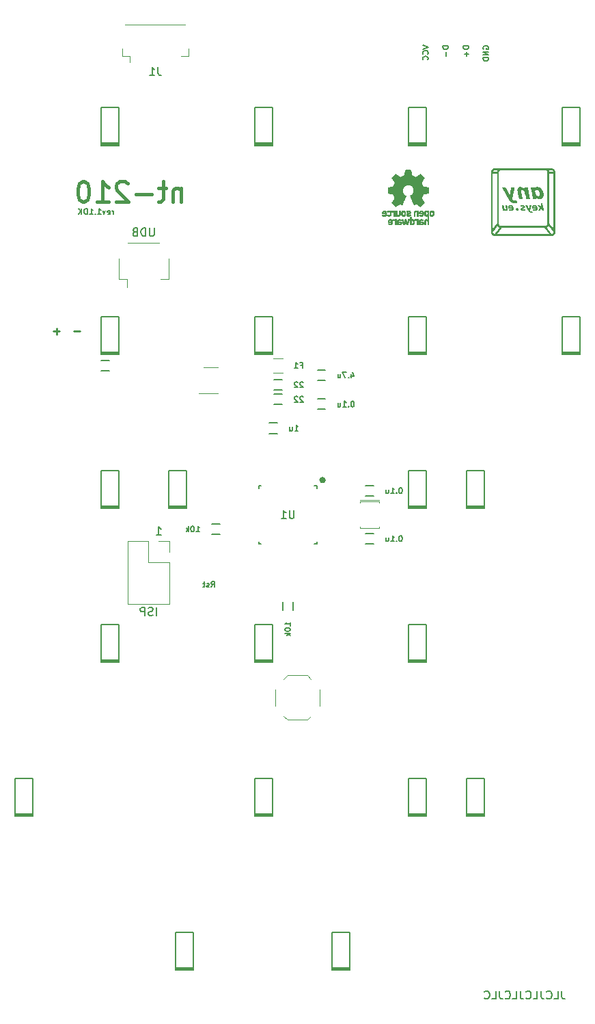
<source format=gbr>
G04 #@! TF.GenerationSoftware,KiCad,Pcbnew,(6.0.1)*
G04 #@! TF.CreationDate,2022-02-07T14:39:17-05:00*
G04 #@! TF.ProjectId,nt210,6e743231-302e-46b6-9963-61645f706362,rev?*
G04 #@! TF.SameCoordinates,Original*
G04 #@! TF.FileFunction,Legend,Bot*
G04 #@! TF.FilePolarity,Positive*
%FSLAX46Y46*%
G04 Gerber Fmt 4.6, Leading zero omitted, Abs format (unit mm)*
G04 Created by KiCad (PCBNEW (6.0.1)) date 2022-02-07 14:39:17*
%MOMM*%
%LPD*%
G01*
G04 APERTURE LIST*
%ADD10C,0.150000*%
%ADD11C,0.400000*%
%ADD12C,0.250000*%
%ADD13C,0.120000*%
%ADD14C,0.010000*%
G04 APERTURE END LIST*
D10*
X70862247Y-120254780D02*
X70862247Y-120969066D01*
X70909866Y-121111923D01*
X71005104Y-121207161D01*
X71147961Y-121254780D01*
X71243200Y-121254780D01*
X69909866Y-121254780D02*
X70386057Y-121254780D01*
X70386057Y-120254780D01*
X69005104Y-121159542D02*
X69052723Y-121207161D01*
X69195580Y-121254780D01*
X69290819Y-121254780D01*
X69433676Y-121207161D01*
X69528914Y-121111923D01*
X69576533Y-121016685D01*
X69624152Y-120826209D01*
X69624152Y-120683352D01*
X69576533Y-120492876D01*
X69528914Y-120397638D01*
X69433676Y-120302400D01*
X69290819Y-120254780D01*
X69195580Y-120254780D01*
X69052723Y-120302400D01*
X69005104Y-120350019D01*
X68290819Y-120254780D02*
X68290819Y-120969066D01*
X68338438Y-121111923D01*
X68433676Y-121207161D01*
X68576533Y-121254780D01*
X68671771Y-121254780D01*
X67338438Y-121254780D02*
X67814628Y-121254780D01*
X67814628Y-120254780D01*
X66433676Y-121159542D02*
X66481295Y-121207161D01*
X66624152Y-121254780D01*
X66719390Y-121254780D01*
X66862247Y-121207161D01*
X66957485Y-121111923D01*
X67005104Y-121016685D01*
X67052723Y-120826209D01*
X67052723Y-120683352D01*
X67005104Y-120492876D01*
X66957485Y-120397638D01*
X66862247Y-120302400D01*
X66719390Y-120254780D01*
X66624152Y-120254780D01*
X66481295Y-120302400D01*
X66433676Y-120350019D01*
X65719390Y-120254780D02*
X65719390Y-120969066D01*
X65767009Y-121111923D01*
X65862247Y-121207161D01*
X66005104Y-121254780D01*
X66100342Y-121254780D01*
X64767009Y-121254780D02*
X65243200Y-121254780D01*
X65243200Y-120254780D01*
X63862247Y-121159542D02*
X63909866Y-121207161D01*
X64052723Y-121254780D01*
X64147961Y-121254780D01*
X64290819Y-121207161D01*
X64386057Y-121111923D01*
X64433676Y-121016685D01*
X64481295Y-120826209D01*
X64481295Y-120683352D01*
X64433676Y-120492876D01*
X64386057Y-120397638D01*
X64290819Y-120302400D01*
X64147961Y-120254780D01*
X64052723Y-120254780D01*
X63909866Y-120302400D01*
X63862247Y-120350019D01*
X63147961Y-120254780D02*
X63147961Y-120969066D01*
X63195580Y-121111923D01*
X63290819Y-121207161D01*
X63433676Y-121254780D01*
X63528914Y-121254780D01*
X62195580Y-121254780D02*
X62671771Y-121254780D01*
X62671771Y-120254780D01*
X61290819Y-121159542D02*
X61338438Y-121207161D01*
X61481295Y-121254780D01*
X61576533Y-121254780D01*
X61719390Y-121207161D01*
X61814628Y-121111923D01*
X61862247Y-121016685D01*
X61909866Y-120826209D01*
X61909866Y-120683352D01*
X61862247Y-120492876D01*
X61814628Y-120397638D01*
X61719390Y-120302400D01*
X61576533Y-120254780D01*
X61481295Y-120254780D01*
X61338438Y-120302400D01*
X61290819Y-120350019D01*
X59312019Y-3300097D02*
X58612019Y-3300097D01*
X58612019Y-3466764D01*
X58645353Y-3566764D01*
X58712019Y-3633431D01*
X58778686Y-3666764D01*
X58912019Y-3700097D01*
X59012019Y-3700097D01*
X59145353Y-3666764D01*
X59212019Y-3633431D01*
X59278686Y-3566764D01*
X59312019Y-3466764D01*
X59312019Y-3300097D01*
X59045353Y-4000097D02*
X59045353Y-4533431D01*
X59312019Y-4266764D02*
X58778686Y-4266764D01*
X27410300Y-70268266D02*
X27643633Y-69934933D01*
X27810300Y-70268266D02*
X27810300Y-69568266D01*
X27543633Y-69568266D01*
X27476966Y-69601600D01*
X27443633Y-69634933D01*
X27410300Y-69701600D01*
X27410300Y-69801600D01*
X27443633Y-69868266D01*
X27476966Y-69901600D01*
X27543633Y-69934933D01*
X27810300Y-69934933D01*
X27143633Y-70234933D02*
X27076966Y-70268266D01*
X26943633Y-70268266D01*
X26876966Y-70234933D01*
X26843633Y-70168266D01*
X26843633Y-70134933D01*
X26876966Y-70068266D01*
X26943633Y-70034933D01*
X27043633Y-70034933D01*
X27110300Y-70001600D01*
X27143633Y-69934933D01*
X27143633Y-69901600D01*
X27110300Y-69834933D01*
X27043633Y-69801600D01*
X26943633Y-69801600D01*
X26876966Y-69834933D01*
X26643633Y-69801600D02*
X26376966Y-69801600D01*
X26543633Y-69568266D02*
X26543633Y-70168266D01*
X26510300Y-70234933D01*
X26443633Y-70268266D01*
X26376966Y-70268266D01*
X56812019Y-3300097D02*
X56112019Y-3300097D01*
X56112019Y-3466764D01*
X56145353Y-3566764D01*
X56212019Y-3633431D01*
X56278686Y-3666764D01*
X56412019Y-3700097D01*
X56512019Y-3700097D01*
X56645353Y-3666764D01*
X56712019Y-3633431D01*
X56778686Y-3566764D01*
X56812019Y-3466764D01*
X56812019Y-3300097D01*
X56545353Y-4000097D02*
X56545353Y-4533431D01*
X15279792Y-24129178D02*
X15279792Y-23662512D01*
X15279792Y-23795845D02*
X15246459Y-23729178D01*
X15213126Y-23695845D01*
X15146459Y-23662512D01*
X15079792Y-23662512D01*
X14579792Y-24095845D02*
X14646459Y-24129178D01*
X14779792Y-24129178D01*
X14846459Y-24095845D01*
X14879792Y-24029178D01*
X14879792Y-23762512D01*
X14846459Y-23695845D01*
X14779792Y-23662512D01*
X14646459Y-23662512D01*
X14579792Y-23695845D01*
X14546459Y-23762512D01*
X14546459Y-23829178D01*
X14879792Y-23895845D01*
X14313126Y-23662512D02*
X14146459Y-24129178D01*
X13979792Y-23662512D01*
X13346459Y-24129178D02*
X13746459Y-24129178D01*
X13546459Y-24129178D02*
X13546459Y-23429178D01*
X13613126Y-23529178D01*
X13679792Y-23595845D01*
X13746459Y-23629178D01*
X13046459Y-24062512D02*
X13013126Y-24095845D01*
X13046459Y-24129178D01*
X13079792Y-24095845D01*
X13046459Y-24062512D01*
X13046459Y-24129178D01*
X12346459Y-24129178D02*
X12746459Y-24129178D01*
X12546459Y-24129178D02*
X12546459Y-23429178D01*
X12613126Y-23529178D01*
X12679792Y-23595845D01*
X12746459Y-23629178D01*
X12046459Y-24129178D02*
X12046459Y-23429178D01*
X11879792Y-23429178D01*
X11779792Y-23462512D01*
X11713126Y-23529178D01*
X11679792Y-23595845D01*
X11646459Y-23729178D01*
X11646459Y-23829178D01*
X11679792Y-23962512D01*
X11713126Y-24029178D01*
X11779792Y-24095845D01*
X11879792Y-24129178D01*
X12046459Y-24129178D01*
X11346459Y-24129178D02*
X11346459Y-23429178D01*
X10946459Y-24129178D02*
X11246459Y-23729178D01*
X10946459Y-23429178D02*
X11346459Y-23829178D01*
X53612019Y-3200097D02*
X54312019Y-3433431D01*
X53612019Y-3666764D01*
X54245353Y-4300097D02*
X54278686Y-4266764D01*
X54312019Y-4166764D01*
X54312019Y-4100097D01*
X54278686Y-4000097D01*
X54212019Y-3933431D01*
X54145353Y-3900097D01*
X54012019Y-3866764D01*
X53912019Y-3866764D01*
X53778686Y-3900097D01*
X53712019Y-3933431D01*
X53645353Y-4000097D01*
X53612019Y-4100097D01*
X53612019Y-4166764D01*
X53645353Y-4266764D01*
X53678686Y-4300097D01*
X54245353Y-5000097D02*
X54278686Y-4966764D01*
X54312019Y-4866764D01*
X54312019Y-4800097D01*
X54278686Y-4700097D01*
X54212019Y-4633431D01*
X54145353Y-4600097D01*
X54012019Y-4566764D01*
X53912019Y-4566764D01*
X53778686Y-4600097D01*
X53712019Y-4633431D01*
X53645353Y-4700097D01*
X53612019Y-4800097D01*
X53612019Y-4866764D01*
X53645353Y-4966764D01*
X53678686Y-5000097D01*
X61145353Y-3666764D02*
X61112019Y-3600097D01*
X61112019Y-3500097D01*
X61145353Y-3400097D01*
X61212019Y-3333431D01*
X61278686Y-3300097D01*
X61412019Y-3266764D01*
X61512019Y-3266764D01*
X61645353Y-3300097D01*
X61712019Y-3333431D01*
X61778686Y-3400097D01*
X61812019Y-3500097D01*
X61812019Y-3566764D01*
X61778686Y-3666764D01*
X61745353Y-3700097D01*
X61512019Y-3700097D01*
X61512019Y-3566764D01*
X61812019Y-4000097D02*
X61112019Y-4000097D01*
X61812019Y-4400097D01*
X61112019Y-4400097D01*
X61812019Y-4733431D02*
X61112019Y-4733431D01*
X61112019Y-4900097D01*
X61145353Y-5000097D01*
X61212019Y-5066764D01*
X61278686Y-5100097D01*
X61412019Y-5133431D01*
X61512019Y-5133431D01*
X61645353Y-5100097D01*
X61712019Y-5066764D01*
X61778686Y-5000097D01*
X61812019Y-4900097D01*
X61812019Y-4733431D01*
D11*
X23713646Y-20895545D02*
X23713646Y-22562212D01*
X23713646Y-21133640D02*
X23594598Y-21014593D01*
X23356503Y-20895545D01*
X22999360Y-20895545D01*
X22761265Y-21014593D01*
X22642217Y-21252688D01*
X22642217Y-22562212D01*
X21808884Y-20895545D02*
X20856503Y-20895545D01*
X21451741Y-20062212D02*
X21451741Y-22205069D01*
X21332693Y-22443164D01*
X21094598Y-22562212D01*
X20856503Y-22562212D01*
X20023170Y-21609831D02*
X18118408Y-21609831D01*
X17046979Y-20300307D02*
X16927932Y-20181260D01*
X16689836Y-20062212D01*
X16094598Y-20062212D01*
X15856503Y-20181260D01*
X15737455Y-20300307D01*
X15618408Y-20538402D01*
X15618408Y-20776498D01*
X15737455Y-21133640D01*
X17166027Y-22562212D01*
X15618408Y-22562212D01*
X13237455Y-22562212D02*
X14666027Y-22562212D01*
X13951741Y-22562212D02*
X13951741Y-20062212D01*
X14189836Y-20419355D01*
X14427932Y-20657450D01*
X14666027Y-20776498D01*
X11689836Y-20062212D02*
X11451741Y-20062212D01*
X11213646Y-20181260D01*
X11094598Y-20300307D01*
X10975551Y-20538402D01*
X10856503Y-21014593D01*
X10856503Y-21609831D01*
X10975551Y-22086021D01*
X11094598Y-22324117D01*
X11213646Y-22443164D01*
X11451741Y-22562212D01*
X11689836Y-22562212D01*
X11927932Y-22443164D01*
X12046979Y-22324117D01*
X12166027Y-22086021D01*
X12285074Y-21609831D01*
X12285074Y-21014593D01*
X12166027Y-20538402D01*
X12046979Y-20300307D01*
X11927932Y-20181260D01*
X11689836Y-20062212D01*
D10*
X44793361Y-43903154D02*
X44793361Y-44369820D01*
X44960028Y-43636487D02*
X45126694Y-44136487D01*
X44693361Y-44136487D01*
X44426694Y-44303154D02*
X44393361Y-44336487D01*
X44426694Y-44369820D01*
X44460028Y-44336487D01*
X44426694Y-44303154D01*
X44426694Y-44369820D01*
X44160028Y-43669820D02*
X43693361Y-43669820D01*
X43993361Y-44369820D01*
X43126694Y-43903154D02*
X43126694Y-44369820D01*
X43426694Y-43903154D02*
X43426694Y-44269820D01*
X43393361Y-44336487D01*
X43326694Y-44369820D01*
X43226694Y-44369820D01*
X43160028Y-44336487D01*
X43126694Y-44303154D01*
X37671302Y-60769611D02*
X37671302Y-61579135D01*
X37623683Y-61674373D01*
X37576064Y-61721992D01*
X37480826Y-61769611D01*
X37290350Y-61769611D01*
X37195112Y-61721992D01*
X37147493Y-61674373D01*
X37099874Y-61579135D01*
X37099874Y-60769611D01*
X36099874Y-61769611D02*
X36671302Y-61769611D01*
X36385588Y-61769611D02*
X36385588Y-60769611D01*
X36480826Y-60912469D01*
X36576064Y-61007707D01*
X36671302Y-61055326D01*
X44960028Y-47241698D02*
X44893361Y-47241698D01*
X44826694Y-47275032D01*
X44793361Y-47308365D01*
X44760028Y-47375032D01*
X44726694Y-47508365D01*
X44726694Y-47675032D01*
X44760028Y-47808365D01*
X44793361Y-47875032D01*
X44826694Y-47908365D01*
X44893361Y-47941698D01*
X44960028Y-47941698D01*
X45026694Y-47908365D01*
X45060028Y-47875032D01*
X45093361Y-47808365D01*
X45126694Y-47675032D01*
X45126694Y-47508365D01*
X45093361Y-47375032D01*
X45060028Y-47308365D01*
X45026694Y-47275032D01*
X44960028Y-47241698D01*
X44426694Y-47875032D02*
X44393361Y-47908365D01*
X44426694Y-47941698D01*
X44460028Y-47908365D01*
X44426694Y-47875032D01*
X44426694Y-47941698D01*
X43726694Y-47941698D02*
X44126694Y-47941698D01*
X43926694Y-47941698D02*
X43926694Y-47241698D01*
X43993361Y-47341698D01*
X44060028Y-47408365D01*
X44126694Y-47441698D01*
X43126694Y-47475032D02*
X43126694Y-47941698D01*
X43426694Y-47475032D02*
X43426694Y-47841698D01*
X43393361Y-47908365D01*
X43326694Y-47941698D01*
X43226694Y-47941698D01*
X43160028Y-47908365D01*
X43126694Y-47875032D01*
X20335722Y-25833335D02*
X20335722Y-26642859D01*
X20288103Y-26738097D01*
X20240484Y-26785716D01*
X20145246Y-26833335D01*
X19954769Y-26833335D01*
X19859531Y-26785716D01*
X19811912Y-26738097D01*
X19764293Y-26642859D01*
X19764293Y-25833335D01*
X19288103Y-26833335D02*
X19288103Y-25833335D01*
X19050008Y-25833335D01*
X18907150Y-25880955D01*
X18811912Y-25976193D01*
X18764293Y-26071431D01*
X18716674Y-26261907D01*
X18716674Y-26404764D01*
X18764293Y-26595240D01*
X18811912Y-26690478D01*
X18907150Y-26785716D01*
X19050008Y-26833335D01*
X19288103Y-26833335D01*
X17954769Y-26309526D02*
X17811912Y-26357145D01*
X17764293Y-26404764D01*
X17716674Y-26500002D01*
X17716674Y-26642859D01*
X17764293Y-26738097D01*
X17811912Y-26785716D01*
X17907150Y-26833335D01*
X18288103Y-26833335D01*
X18288103Y-25833335D01*
X17954769Y-25833335D01*
X17859531Y-25880955D01*
X17811912Y-25928574D01*
X17764293Y-26023812D01*
X17764293Y-26119050D01*
X17811912Y-26214288D01*
X17859531Y-26261907D01*
X17954769Y-26309526D01*
X18288103Y-26309526D01*
X38468877Y-42812528D02*
X38702211Y-42812528D01*
X38702211Y-43179194D02*
X38702211Y-42479194D01*
X38368877Y-42479194D01*
X37735544Y-43179194D02*
X38135544Y-43179194D01*
X37935544Y-43179194D02*
X37935544Y-42479194D01*
X38002211Y-42579194D01*
X38068877Y-42645861D01*
X38135544Y-42679194D01*
X37773564Y-50918263D02*
X38173564Y-50918263D01*
X37973564Y-50918263D02*
X37973564Y-50218263D01*
X38040231Y-50318263D01*
X38106898Y-50384930D01*
X38173564Y-50418263D01*
X37173564Y-50451597D02*
X37173564Y-50918263D01*
X37473564Y-50451597D02*
X37473564Y-50818263D01*
X37440231Y-50884930D01*
X37373564Y-50918263D01*
X37273564Y-50918263D01*
X37206898Y-50884930D01*
X37173564Y-50851597D01*
X25562930Y-63419836D02*
X25962930Y-63419836D01*
X25762930Y-63419836D02*
X25762930Y-62719836D01*
X25829597Y-62819836D01*
X25896264Y-62886503D01*
X25962930Y-62919836D01*
X25129597Y-62719836D02*
X25062930Y-62719836D01*
X24996264Y-62753170D01*
X24962930Y-62786503D01*
X24929597Y-62853170D01*
X24896264Y-62986503D01*
X24896264Y-63153170D01*
X24929597Y-63286503D01*
X24962930Y-63353170D01*
X24996264Y-63386503D01*
X25062930Y-63419836D01*
X25129597Y-63419836D01*
X25196264Y-63386503D01*
X25229597Y-63353170D01*
X25262930Y-63286503D01*
X25296264Y-63153170D01*
X25296264Y-62986503D01*
X25262930Y-62853170D01*
X25229597Y-62786503D01*
X25196264Y-62753170D01*
X25129597Y-62719836D01*
X24596264Y-63419836D02*
X24596264Y-62719836D01*
X24529597Y-63153170D02*
X24329597Y-63419836D01*
X24329597Y-62953170D02*
X24596264Y-63219836D01*
X37226072Y-75044958D02*
X37226072Y-74644958D01*
X37226072Y-74844958D02*
X36526072Y-74844958D01*
X36626072Y-74778291D01*
X36692739Y-74711625D01*
X36726072Y-74644958D01*
X36526072Y-75478291D02*
X36526072Y-75544958D01*
X36559406Y-75611625D01*
X36592739Y-75644958D01*
X36659406Y-75678291D01*
X36792739Y-75711625D01*
X36959406Y-75711625D01*
X37092739Y-75678291D01*
X37159406Y-75644958D01*
X37192739Y-75611625D01*
X37226072Y-75544958D01*
X37226072Y-75478291D01*
X37192739Y-75411625D01*
X37159406Y-75378291D01*
X37092739Y-75344958D01*
X36959406Y-75311625D01*
X36792739Y-75311625D01*
X36659406Y-75344958D01*
X36592739Y-75378291D01*
X36559406Y-75411625D01*
X36526072Y-75478291D01*
X37226072Y-76011625D02*
X36526072Y-76011625D01*
X36959406Y-76078291D02*
X37226072Y-76278291D01*
X36759406Y-76278291D02*
X37026072Y-76011625D01*
X20621511Y-73783367D02*
X20621511Y-72783367D01*
X20192940Y-73735748D02*
X20050082Y-73783367D01*
X19811987Y-73783367D01*
X19716749Y-73735748D01*
X19669130Y-73688129D01*
X19621511Y-73592891D01*
X19621511Y-73497653D01*
X19669130Y-73402415D01*
X19716749Y-73354796D01*
X19811987Y-73307177D01*
X20002463Y-73259558D01*
X20097701Y-73211939D01*
X20145321Y-73164320D01*
X20192940Y-73069082D01*
X20192940Y-72973844D01*
X20145321Y-72878606D01*
X20097701Y-72830987D01*
X20002463Y-72783367D01*
X19764368Y-72783367D01*
X19621511Y-72830987D01*
X19192940Y-73783367D02*
X19192940Y-72783367D01*
X18811987Y-72783367D01*
X18716749Y-72830987D01*
X18669130Y-72878606D01*
X18621511Y-72973844D01*
X18621511Y-73116701D01*
X18669130Y-73211939D01*
X18716749Y-73259558D01*
X18811987Y-73307177D01*
X19192940Y-73307177D01*
X20629606Y-63833367D02*
X21201035Y-63833367D01*
X20915321Y-63833367D02*
X20915321Y-62833367D01*
X21010559Y-62976225D01*
X21105797Y-63071463D01*
X21201035Y-63119082D01*
X38802211Y-44927113D02*
X38768877Y-44893780D01*
X38702211Y-44860446D01*
X38535544Y-44860446D01*
X38468877Y-44893780D01*
X38435544Y-44927113D01*
X38402211Y-44993780D01*
X38402211Y-45060446D01*
X38435544Y-45160446D01*
X38835544Y-45560446D01*
X38402211Y-45560446D01*
X38135544Y-44927113D02*
X38102211Y-44893780D01*
X38035544Y-44860446D01*
X37868877Y-44860446D01*
X37802211Y-44893780D01*
X37768877Y-44927113D01*
X37735544Y-44993780D01*
X37735544Y-45060446D01*
X37768877Y-45160446D01*
X38168877Y-45560446D01*
X37735544Y-45560446D01*
X38802211Y-46713052D02*
X38768877Y-46679719D01*
X38702211Y-46646385D01*
X38535544Y-46646385D01*
X38468877Y-46679719D01*
X38435544Y-46713052D01*
X38402211Y-46779719D01*
X38402211Y-46846385D01*
X38435544Y-46946385D01*
X38835544Y-47346385D01*
X38402211Y-47346385D01*
X38135544Y-46713052D02*
X38102211Y-46679719D01*
X38035544Y-46646385D01*
X37868877Y-46646385D01*
X37802211Y-46679719D01*
X37768877Y-46713052D01*
X37735544Y-46779719D01*
X37735544Y-46846385D01*
X37768877Y-46946385D01*
X38168877Y-47346385D01*
X37735544Y-47346385D01*
X50913158Y-57957332D02*
X50846491Y-57957332D01*
X50779824Y-57990666D01*
X50746491Y-58023999D01*
X50713158Y-58090666D01*
X50679824Y-58223999D01*
X50679824Y-58390666D01*
X50713158Y-58523999D01*
X50746491Y-58590666D01*
X50779824Y-58623999D01*
X50846491Y-58657332D01*
X50913158Y-58657332D01*
X50979824Y-58623999D01*
X51013158Y-58590666D01*
X51046491Y-58523999D01*
X51079824Y-58390666D01*
X51079824Y-58223999D01*
X51046491Y-58090666D01*
X51013158Y-58023999D01*
X50979824Y-57990666D01*
X50913158Y-57957332D01*
X50379824Y-58590666D02*
X50346491Y-58623999D01*
X50379824Y-58657332D01*
X50413158Y-58623999D01*
X50379824Y-58590666D01*
X50379824Y-58657332D01*
X49679824Y-58657332D02*
X50079824Y-58657332D01*
X49879824Y-58657332D02*
X49879824Y-57957332D01*
X49946491Y-58057332D01*
X50013158Y-58123999D01*
X50079824Y-58157332D01*
X49079824Y-58190666D02*
X49079824Y-58657332D01*
X49379824Y-58190666D02*
X49379824Y-58557332D01*
X49346491Y-58623999D01*
X49279824Y-58657332D01*
X49179824Y-58657332D01*
X49113158Y-58623999D01*
X49079824Y-58590666D01*
X20808341Y-5927388D02*
X20808341Y-6641674D01*
X20855960Y-6784531D01*
X20951198Y-6879769D01*
X21094055Y-6927388D01*
X21189293Y-6927388D01*
X19808341Y-6927388D02*
X20379769Y-6927388D01*
X20094055Y-6927388D02*
X20094055Y-5927388D01*
X20189293Y-6070246D01*
X20284531Y-6165484D01*
X20379769Y-6213103D01*
X50913158Y-63910462D02*
X50846491Y-63910462D01*
X50779824Y-63943796D01*
X50746491Y-63977129D01*
X50713158Y-64043796D01*
X50679824Y-64177129D01*
X50679824Y-64343796D01*
X50713158Y-64477129D01*
X50746491Y-64543796D01*
X50779824Y-64577129D01*
X50846491Y-64610462D01*
X50913158Y-64610462D01*
X50979824Y-64577129D01*
X51013158Y-64543796D01*
X51046491Y-64477129D01*
X51079824Y-64343796D01*
X51079824Y-64177129D01*
X51046491Y-64043796D01*
X51013158Y-63977129D01*
X50979824Y-63943796D01*
X50913158Y-63910462D01*
X50379824Y-64543796D02*
X50346491Y-64577129D01*
X50379824Y-64610462D01*
X50413158Y-64577129D01*
X50379824Y-64543796D01*
X50379824Y-64610462D01*
X49679824Y-64610462D02*
X50079824Y-64610462D01*
X49879824Y-64610462D02*
X49879824Y-63910462D01*
X49946491Y-64010462D01*
X50013158Y-64077129D01*
X50079824Y-64110462D01*
X49079824Y-64143796D02*
X49079824Y-64610462D01*
X49379824Y-64143796D02*
X49379824Y-64510462D01*
X49346491Y-64577129D01*
X49279824Y-64610462D01*
X49179824Y-64610462D01*
X49113158Y-64577129D01*
X49079824Y-64543796D01*
D12*
X8255008Y-38219008D02*
X8255008Y-38981008D01*
X10414008Y-38600008D02*
X11176008Y-38600008D01*
X8636008Y-38600008D02*
X7874008Y-38600008D01*
D10*
X40576589Y-44703154D02*
X41576589Y-44703154D01*
X40576589Y-43403154D02*
X41576589Y-43403154D01*
X35032841Y-98346934D02*
X35032841Y-98446934D01*
X32832841Y-93946934D02*
X32832841Y-98346934D01*
X35032841Y-98646934D02*
X32832841Y-98646934D01*
X35032841Y-98446934D02*
X32832841Y-98446934D01*
X35032841Y-98546934D02*
X35032841Y-98646934D01*
X35032841Y-98646934D02*
X35032841Y-98346934D01*
X32832841Y-98446934D02*
X32832841Y-98546934D01*
X32832841Y-98146934D02*
X32832841Y-98646934D01*
X32832841Y-98646934D02*
X35032841Y-98646934D01*
X32832841Y-98346934D02*
X35032841Y-98346934D01*
X35032841Y-98346934D02*
X35032841Y-93946934D01*
X32832841Y-98646934D02*
X32832841Y-98146934D01*
X35032841Y-93946934D02*
X32832841Y-93946934D01*
X32832841Y-98546934D02*
X35032841Y-98546934D01*
X54082857Y-60546902D02*
X54082857Y-60246902D01*
X51882857Y-60546902D02*
X51882857Y-60046902D01*
X54082857Y-60246902D02*
X54082857Y-60346902D01*
X54082857Y-60546902D02*
X51882857Y-60546902D01*
X51882857Y-60346902D02*
X51882857Y-60446902D01*
X54082857Y-55846902D02*
X51882857Y-55846902D01*
X51882857Y-60046902D02*
X51882857Y-60546902D01*
X51882857Y-60246902D02*
X54082857Y-60246902D01*
X51882857Y-60446902D02*
X54082857Y-60446902D01*
X51882857Y-60546902D02*
X54082857Y-60546902D01*
X54082857Y-60446902D02*
X54082857Y-60546902D01*
X51882857Y-55846902D02*
X51882857Y-60246902D01*
X54082857Y-60346902D02*
X51882857Y-60346902D01*
X54082857Y-60246902D02*
X54082857Y-55846902D01*
X33284398Y-64942231D02*
X33609398Y-64942231D01*
X33284398Y-64942231D02*
X33284398Y-64617231D01*
X33284398Y-57692231D02*
X33609398Y-57692231D01*
X33284398Y-57692231D02*
X33284398Y-58017231D01*
X40534398Y-64942231D02*
X40209398Y-64942231D01*
X40534398Y-57692231D02*
X40534398Y-58017231D01*
X40534398Y-64942231D02*
X40534398Y-64617231D01*
X40534398Y-57692231D02*
X40209398Y-57692231D01*
X41259398Y-57017231D02*
G75*
G03*
X41259398Y-57017231I-50000J0D01*
G01*
X41350819Y-57017231D02*
G75*
G03*
X41350819Y-57017231I-141421J0D01*
G01*
X41525626Y-57017231D02*
G75*
G03*
X41525626Y-57017231I-316228J0D01*
G01*
X41433005Y-57017231D02*
G75*
G03*
X41433005Y-57017231I-223607J0D01*
G01*
D13*
X36400024Y-86239125D02*
X36850024Y-86689125D01*
X39800024Y-81639125D02*
X39350024Y-81189125D01*
X36400024Y-81639125D02*
X36850024Y-81189125D01*
X40850024Y-84939125D02*
X40850024Y-82939125D01*
X39800024Y-86239125D02*
X39350024Y-86689125D01*
X36850024Y-81189125D02*
X39350024Y-81189125D01*
X35350024Y-84939125D02*
X35350024Y-82939125D01*
X36850024Y-86689125D02*
X39350024Y-86689125D01*
D10*
X13782825Y-74896918D02*
X13782825Y-79296918D01*
X15982825Y-79496918D02*
X15982825Y-79596918D01*
X13782825Y-79396918D02*
X13782825Y-79496918D01*
X13782825Y-79596918D02*
X13782825Y-79096918D01*
X13782825Y-79496918D02*
X15982825Y-79496918D01*
X15982825Y-79396918D02*
X13782825Y-79396918D01*
X15982825Y-79596918D02*
X15982825Y-79296918D01*
X15982825Y-79596918D02*
X13782825Y-79596918D01*
X13782825Y-79596918D02*
X15982825Y-79596918D01*
X15982825Y-79296918D02*
X15982825Y-74896918D01*
X13782825Y-79096918D02*
X13782825Y-79596918D01*
X15982825Y-79296918D02*
X15982825Y-79396918D01*
X15982825Y-74896918D02*
X13782825Y-74896918D01*
X13782825Y-79296918D02*
X15982825Y-79296918D01*
X40576589Y-46975032D02*
X41576589Y-46975032D01*
X40576589Y-48275032D02*
X41576589Y-48275032D01*
D13*
X22160008Y-29645955D02*
X22160008Y-32145955D01*
X22160008Y-32145955D02*
X21110008Y-32145955D01*
X15940008Y-32145955D02*
X16990008Y-32145955D01*
X15940008Y-29645955D02*
X15940008Y-32145955D01*
X16990008Y-32145955D02*
X16990008Y-33135955D01*
X17110008Y-27675955D02*
X20990008Y-27675955D01*
X35118772Y-43742528D02*
X36318772Y-43742528D01*
X36318772Y-41982528D02*
X35118772Y-41982528D01*
D10*
X35623459Y-51251597D02*
X34623459Y-51251597D01*
X35623459Y-49951597D02*
X34623459Y-49951597D01*
X35032841Y-41296886D02*
X32832841Y-41296886D01*
X35032841Y-41396886D02*
X35032841Y-41496886D01*
X32832841Y-41196886D02*
X35032841Y-41196886D01*
X35032841Y-41196886D02*
X35032841Y-36796886D01*
X35032841Y-41196886D02*
X35032841Y-41296886D01*
X32832841Y-41396886D02*
X35032841Y-41396886D01*
X32832841Y-36796886D02*
X32832841Y-41196886D01*
X32832841Y-41496886D02*
X35032841Y-41496886D01*
X35032841Y-36796886D02*
X32832841Y-36796886D01*
X32832841Y-40996886D02*
X32832841Y-41496886D01*
X35032841Y-41496886D02*
X32832841Y-41496886D01*
X32832841Y-41296886D02*
X32832841Y-41396886D01*
X35032841Y-41496886D02*
X35032841Y-41196886D01*
X32832841Y-41496886D02*
X32832841Y-40996886D01*
X32832833Y-15496878D02*
X35032833Y-15496878D01*
X35032833Y-10896878D02*
X32832833Y-10896878D01*
X32832833Y-10896878D02*
X32832833Y-15296878D01*
X32832833Y-15596878D02*
X35032833Y-15596878D01*
X32832833Y-15396878D02*
X32832833Y-15496878D01*
X35032833Y-15496878D02*
X35032833Y-15596878D01*
X32832833Y-15596878D02*
X32832833Y-15096878D01*
X35032833Y-15296878D02*
X35032833Y-10896878D01*
X32832833Y-15096878D02*
X32832833Y-15596878D01*
X35032833Y-15596878D02*
X35032833Y-15296878D01*
X35032833Y-15596878D02*
X32832833Y-15596878D01*
X35032833Y-15396878D02*
X32832833Y-15396878D01*
X35032833Y-15296878D02*
X35032833Y-15396878D01*
X32832833Y-15296878D02*
X35032833Y-15296878D01*
X25230008Y-117396950D02*
X25230008Y-117496950D01*
X25230008Y-117696950D02*
X23030008Y-117696950D01*
X25230008Y-112996950D02*
X23030008Y-112996950D01*
X25230008Y-117696950D02*
X25230008Y-117396950D01*
X23030008Y-117596950D02*
X25230008Y-117596950D01*
X23030008Y-117396950D02*
X25230008Y-117396950D01*
X25230008Y-117396950D02*
X25230008Y-112996950D01*
X23030008Y-117696950D02*
X25230008Y-117696950D01*
X25230008Y-117496950D02*
X23030008Y-117496950D01*
X23030008Y-117496950D02*
X23030008Y-117596950D01*
X23030008Y-117196950D02*
X23030008Y-117696950D01*
X23030008Y-112996950D02*
X23030008Y-117396950D01*
X25230008Y-117596950D02*
X25230008Y-117696950D01*
X23030008Y-117696950D02*
X23030008Y-117196950D01*
X27479703Y-62453170D02*
X28479703Y-62453170D01*
X27479703Y-63753170D02*
X28479703Y-63753170D01*
D13*
X26484390Y-43038467D02*
X28284390Y-43038467D01*
X28284390Y-46258467D02*
X25834390Y-46258467D01*
D10*
X42357849Y-117196950D02*
X42357849Y-117696950D01*
X44557849Y-112996950D02*
X42357849Y-112996950D01*
X44557849Y-117396950D02*
X44557849Y-112996950D01*
X42357849Y-117696950D02*
X44557849Y-117696950D01*
X44557849Y-117696950D02*
X44557849Y-117396950D01*
X44557849Y-117696950D02*
X42357849Y-117696950D01*
X42357849Y-117396950D02*
X44557849Y-117396950D01*
X44557849Y-117396950D02*
X44557849Y-117496950D01*
X42357849Y-117496950D02*
X42357849Y-117596950D01*
X42357849Y-117596950D02*
X44557849Y-117596950D01*
X42357849Y-117696950D02*
X42357849Y-117196950D01*
X44557849Y-117496950D02*
X42357849Y-117496950D01*
X42357849Y-112996950D02*
X42357849Y-117396950D01*
X44557849Y-117596950D02*
X44557849Y-117696950D01*
X54082857Y-41296886D02*
X51882857Y-41296886D01*
X54082857Y-41196886D02*
X54082857Y-41296886D01*
X51882857Y-36796886D02*
X51882857Y-41196886D01*
X54082857Y-36796886D02*
X51882857Y-36796886D01*
X51882857Y-41196886D02*
X54082857Y-41196886D01*
X51882857Y-41496886D02*
X54082857Y-41496886D01*
X51882857Y-41496886D02*
X51882857Y-40996886D01*
X51882857Y-40996886D02*
X51882857Y-41496886D01*
X51882857Y-41296886D02*
X51882857Y-41396886D01*
X51882857Y-41396886D02*
X54082857Y-41396886D01*
X54082857Y-41196886D02*
X54082857Y-36796886D01*
X54082857Y-41496886D02*
X51882857Y-41496886D01*
X54082857Y-41496886D02*
X54082857Y-41196886D01*
X54082857Y-41396886D02*
X54082857Y-41496886D01*
X15982825Y-41196886D02*
X15982825Y-41296886D01*
X13782825Y-41496886D02*
X13782825Y-40996886D01*
X13782825Y-41496886D02*
X15982825Y-41496886D01*
X13782825Y-41296886D02*
X13782825Y-41396886D01*
X13782825Y-41396886D02*
X15982825Y-41396886D01*
X15982825Y-41496886D02*
X13782825Y-41496886D01*
X13782825Y-36796886D02*
X13782825Y-41196886D01*
X15982825Y-41496886D02*
X15982825Y-41196886D01*
X15982825Y-36796886D02*
X13782825Y-36796886D01*
X13782825Y-40996886D02*
X13782825Y-41496886D01*
X15982825Y-41196886D02*
X15982825Y-36796886D01*
X13782825Y-41196886D02*
X15982825Y-41196886D01*
X15982825Y-41296886D02*
X13782825Y-41296886D01*
X15982825Y-41396886D02*
X15982825Y-41496886D01*
D14*
X51158555Y-23670896D02*
X51105851Y-23685275D01*
X51105851Y-23685275D02*
X51059347Y-23711527D01*
X51059347Y-23711527D02*
X51021412Y-23744546D01*
X51021412Y-23744546D02*
X50993041Y-23775980D01*
X50993041Y-23775980D02*
X50972011Y-23807382D01*
X50972011Y-23807382D02*
X50957323Y-23842029D01*
X50957323Y-23842029D02*
X50947980Y-23883198D01*
X50947980Y-23883198D02*
X50942986Y-23934169D01*
X50942986Y-23934169D02*
X50941343Y-23998217D01*
X50941343Y-23998217D02*
X50941323Y-24007773D01*
X50941323Y-24007773D02*
X50942601Y-24073783D01*
X50942601Y-24073783D02*
X50947098Y-24126283D01*
X50947098Y-24126283D02*
X50955812Y-24168553D01*
X50955812Y-24168553D02*
X50969741Y-24203869D01*
X50969741Y-24203869D02*
X50989882Y-24235510D01*
X50989882Y-24235510D02*
X51017232Y-24266754D01*
X51017232Y-24266754D02*
X51021412Y-24271001D01*
X51021412Y-24271001D02*
X51072442Y-24312072D01*
X51072442Y-24312072D02*
X51129289Y-24337968D01*
X51129289Y-24337968D02*
X51193164Y-24349062D01*
X51193164Y-24349062D02*
X51264235Y-24345869D01*
X51264235Y-24345869D02*
X51323564Y-24329721D01*
X51323564Y-24329721D02*
X51377828Y-24299122D01*
X51377828Y-24299122D02*
X51424035Y-24256429D01*
X51424035Y-24256429D02*
X51459200Y-24203997D01*
X51459200Y-24203997D02*
X51467621Y-24185573D01*
X51467621Y-24185573D02*
X51473679Y-24168029D01*
X51473679Y-24168029D02*
X51477983Y-24147700D01*
X51477983Y-24147700D02*
X51480808Y-24121463D01*
X51480808Y-24121463D02*
X51482426Y-24086196D01*
X51482426Y-24086196D02*
X51483111Y-24038775D01*
X51483111Y-24038775D02*
X51483190Y-24007773D01*
X51483190Y-24007773D02*
X51351957Y-24007773D01*
X51351957Y-24007773D02*
X51351510Y-24055248D01*
X51351510Y-24055248D02*
X51349894Y-24089376D01*
X51349894Y-24089376D02*
X51346695Y-24113724D01*
X51346695Y-24113724D02*
X51341500Y-24131862D01*
X51341500Y-24131862D02*
X51336281Y-24143099D01*
X51336281Y-24143099D02*
X51307514Y-24180552D01*
X51307514Y-24180552D02*
X51269755Y-24204516D01*
X51269755Y-24204516D02*
X51225059Y-24214334D01*
X51225059Y-24214334D02*
X51175477Y-24209353D01*
X51175477Y-24209353D02*
X51151702Y-24201953D01*
X51151702Y-24201953D02*
X51119871Y-24182049D01*
X51119871Y-24182049D02*
X51096393Y-24149114D01*
X51096393Y-24149114D02*
X51081018Y-24102530D01*
X51081018Y-24102530D02*
X51073497Y-24041678D01*
X51073497Y-24041678D02*
X51072604Y-24006141D01*
X51072604Y-24006141D02*
X51074606Y-23951117D01*
X51074606Y-23951117D02*
X51081204Y-23908821D01*
X51081204Y-23908821D02*
X51093406Y-23875427D01*
X51093406Y-23875427D02*
X51112223Y-23847114D01*
X51112223Y-23847114D02*
X51115690Y-23843055D01*
X51115690Y-23843055D02*
X51148325Y-23817877D01*
X51148325Y-23817877D02*
X51188910Y-23804259D01*
X51188910Y-23804259D02*
X51232657Y-23802605D01*
X51232657Y-23802605D02*
X51274779Y-23813318D01*
X51274779Y-23813318D02*
X51299642Y-23827567D01*
X51299642Y-23827567D02*
X51320049Y-23845817D01*
X51320049Y-23845817D02*
X51334574Y-23867307D01*
X51334574Y-23867307D02*
X51344109Y-23895103D01*
X51344109Y-23895103D02*
X51349542Y-23932271D01*
X51349542Y-23932271D02*
X51351766Y-23981877D01*
X51351766Y-23981877D02*
X51351957Y-24007773D01*
X51351957Y-24007773D02*
X51483190Y-24007773D01*
X51483190Y-24007773D02*
X51482887Y-23952675D01*
X51482887Y-23952675D02*
X51481795Y-23911380D01*
X51481795Y-23911380D02*
X51479641Y-23880765D01*
X51479641Y-23880765D02*
X51476152Y-23857705D01*
X51476152Y-23857705D02*
X51471055Y-23839080D01*
X51471055Y-23839080D02*
X51467621Y-23829973D01*
X51467621Y-23829973D02*
X51435582Y-23772848D01*
X51435582Y-23772848D02*
X51391605Y-23726619D01*
X51391605Y-23726619D02*
X51337748Y-23692651D01*
X51337748Y-23692651D02*
X51276069Y-23672312D01*
X51276069Y-23672312D02*
X51221645Y-23666764D01*
X51221645Y-23666764D02*
X51158555Y-23670896D01*
X51158555Y-23670896D02*
X51158555Y-23670896D01*
G36*
X51482426Y-24086196D02*
G01*
X51480808Y-24121463D01*
X51477983Y-24147700D01*
X51473679Y-24168029D01*
X51467621Y-24185573D01*
X51459200Y-24203997D01*
X51424035Y-24256429D01*
X51377828Y-24299122D01*
X51323564Y-24329721D01*
X51264235Y-24345869D01*
X51193164Y-24349062D01*
X51129289Y-24337968D01*
X51072442Y-24312072D01*
X51021412Y-24271001D01*
X51017232Y-24266754D01*
X50989882Y-24235510D01*
X50969741Y-24203869D01*
X50955812Y-24168553D01*
X50947098Y-24126283D01*
X50942601Y-24073783D01*
X50941323Y-24007773D01*
X50941326Y-24006141D01*
X51072604Y-24006141D01*
X51073497Y-24041678D01*
X51081018Y-24102530D01*
X51096393Y-24149114D01*
X51119871Y-24182049D01*
X51151702Y-24201953D01*
X51175477Y-24209353D01*
X51225059Y-24214334D01*
X51269755Y-24204516D01*
X51307514Y-24180552D01*
X51336281Y-24143099D01*
X51341500Y-24131862D01*
X51346695Y-24113724D01*
X51349894Y-24089376D01*
X51351510Y-24055248D01*
X51351957Y-24007773D01*
X51351766Y-23981877D01*
X51349542Y-23932271D01*
X51344109Y-23895103D01*
X51334574Y-23867307D01*
X51320049Y-23845817D01*
X51299642Y-23827567D01*
X51274779Y-23813318D01*
X51232657Y-23802605D01*
X51188910Y-23804259D01*
X51148325Y-23817877D01*
X51115690Y-23843055D01*
X51112223Y-23847114D01*
X51093406Y-23875427D01*
X51081204Y-23908821D01*
X51074606Y-23951117D01*
X51072604Y-24006141D01*
X50941326Y-24006141D01*
X50941343Y-23998217D01*
X50942986Y-23934169D01*
X50947980Y-23883198D01*
X50957323Y-23842029D01*
X50972011Y-23807382D01*
X50993041Y-23775980D01*
X51021412Y-23744546D01*
X51059347Y-23711527D01*
X51105851Y-23685275D01*
X51158555Y-23670896D01*
X51221645Y-23666764D01*
X51276069Y-23672312D01*
X51337748Y-23692651D01*
X51391605Y-23726619D01*
X51435582Y-23772848D01*
X51467621Y-23829973D01*
X51471055Y-23839080D01*
X51476152Y-23857705D01*
X51479641Y-23880765D01*
X51481795Y-23911380D01*
X51482887Y-23952675D01*
X51483190Y-24007773D01*
X51483111Y-24038775D01*
X51482426Y-24086196D01*
G37*
X51482426Y-24086196D02*
X51480808Y-24121463D01*
X51477983Y-24147700D01*
X51473679Y-24168029D01*
X51467621Y-24185573D01*
X51459200Y-24203997D01*
X51424035Y-24256429D01*
X51377828Y-24299122D01*
X51323564Y-24329721D01*
X51264235Y-24345869D01*
X51193164Y-24349062D01*
X51129289Y-24337968D01*
X51072442Y-24312072D01*
X51021412Y-24271001D01*
X51017232Y-24266754D01*
X50989882Y-24235510D01*
X50969741Y-24203869D01*
X50955812Y-24168553D01*
X50947098Y-24126283D01*
X50942601Y-24073783D01*
X50941323Y-24007773D01*
X50941326Y-24006141D01*
X51072604Y-24006141D01*
X51073497Y-24041678D01*
X51081018Y-24102530D01*
X51096393Y-24149114D01*
X51119871Y-24182049D01*
X51151702Y-24201953D01*
X51175477Y-24209353D01*
X51225059Y-24214334D01*
X51269755Y-24204516D01*
X51307514Y-24180552D01*
X51336281Y-24143099D01*
X51341500Y-24131862D01*
X51346695Y-24113724D01*
X51349894Y-24089376D01*
X51351510Y-24055248D01*
X51351957Y-24007773D01*
X51351766Y-23981877D01*
X51349542Y-23932271D01*
X51344109Y-23895103D01*
X51334574Y-23867307D01*
X51320049Y-23845817D01*
X51299642Y-23827567D01*
X51274779Y-23813318D01*
X51232657Y-23802605D01*
X51188910Y-23804259D01*
X51148325Y-23817877D01*
X51115690Y-23843055D01*
X51112223Y-23847114D01*
X51093406Y-23875427D01*
X51081204Y-23908821D01*
X51074606Y-23951117D01*
X51072604Y-24006141D01*
X50941326Y-24006141D01*
X50941343Y-23998217D01*
X50942986Y-23934169D01*
X50947980Y-23883198D01*
X50957323Y-23842029D01*
X50972011Y-23807382D01*
X50993041Y-23775980D01*
X51021412Y-23744546D01*
X51059347Y-23711527D01*
X51105851Y-23685275D01*
X51158555Y-23670896D01*
X51221645Y-23666764D01*
X51276069Y-23672312D01*
X51337748Y-23692651D01*
X51391605Y-23726619D01*
X51435582Y-23772848D01*
X51467621Y-23829973D01*
X51471055Y-23839080D01*
X51476152Y-23857705D01*
X51479641Y-23880765D01*
X51481795Y-23911380D01*
X51482887Y-23952675D01*
X51483190Y-24007773D01*
X51483111Y-24038775D01*
X51482426Y-24086196D01*
X49782283Y-23671372D02*
X49741121Y-23684986D01*
X49741121Y-23684986D02*
X49730132Y-23690126D01*
X49730132Y-23690126D02*
X49683709Y-23712839D01*
X49683709Y-23712839D02*
X49708643Y-23743890D01*
X49708643Y-23743890D02*
X49730710Y-23770986D01*
X49730710Y-23770986D02*
X49753830Y-23798829D01*
X49753830Y-23798829D02*
X49758383Y-23804227D01*
X49758383Y-23804227D02*
X49783190Y-23833515D01*
X49783190Y-23833515D02*
X49807690Y-23817435D01*
X49807690Y-23817435D02*
X49844332Y-23802814D01*
X49844332Y-23802814D02*
X49884952Y-23801722D01*
X49884952Y-23801722D02*
X49925123Y-23812987D01*
X49925123Y-23812987D02*
X49960417Y-23835439D01*
X49960417Y-23835439D02*
X49984290Y-23864139D01*
X49984290Y-23864139D02*
X49989499Y-23874047D01*
X49989499Y-23874047D02*
X49993592Y-23885381D01*
X49993592Y-23885381D02*
X49996737Y-23900288D01*
X49996737Y-23900288D02*
X49999103Y-23920916D01*
X49999103Y-23920916D02*
X50000859Y-23949415D01*
X50000859Y-23949415D02*
X50002173Y-23987932D01*
X50002173Y-23987932D02*
X50003214Y-24038615D01*
X50003214Y-24038615D02*
X50004149Y-24103613D01*
X50004149Y-24103613D02*
X50004357Y-24119957D01*
X50004357Y-24119957D02*
X50007190Y-24346440D01*
X50007190Y-24346440D02*
X50070239Y-24346440D01*
X50070239Y-24346440D02*
X50108595Y-24345064D01*
X50108595Y-24345064D02*
X50130857Y-24340872D01*
X50130857Y-24340872D02*
X50137358Y-24335833D01*
X50137358Y-24335833D02*
X50138210Y-24325248D01*
X50138210Y-24325248D02*
X50138887Y-24299638D01*
X50138887Y-24299638D02*
X50139380Y-24260908D01*
X50139380Y-24260908D02*
X50139678Y-24210967D01*
X50139678Y-24210967D02*
X50139771Y-24151721D01*
X50139771Y-24151721D02*
X50139648Y-24085076D01*
X50139648Y-24085076D02*
X50139298Y-24012940D01*
X50139298Y-24012940D02*
X50139209Y-23999283D01*
X50139209Y-23999283D02*
X50136990Y-23673340D01*
X50136990Y-23673340D02*
X50005756Y-23668394D01*
X50005756Y-23668394D02*
X50005756Y-23702617D01*
X50005756Y-23702617D02*
X50003831Y-23727080D01*
X50003831Y-23727080D02*
X49997310Y-23735667D01*
X49997310Y-23735667D02*
X49985083Y-23729073D01*
X49985083Y-23729073D02*
X49976832Y-23720689D01*
X49976832Y-23720689D02*
X49950430Y-23700665D01*
X49950430Y-23700665D02*
X49912897Y-23683751D01*
X49912897Y-23683751D02*
X49870001Y-23671988D01*
X49870001Y-23671988D02*
X49827513Y-23667418D01*
X49827513Y-23667418D02*
X49826235Y-23667413D01*
X49826235Y-23667413D02*
X49782283Y-23671372D01*
X49782283Y-23671372D02*
X49782283Y-23671372D01*
G36*
X49827513Y-23667418D02*
G01*
X49870001Y-23671988D01*
X49912897Y-23683751D01*
X49950430Y-23700665D01*
X49976832Y-23720689D01*
X49985083Y-23729073D01*
X49997310Y-23735667D01*
X50003831Y-23727080D01*
X50005756Y-23702617D01*
X50005756Y-23668394D01*
X50136990Y-23673340D01*
X50139209Y-23999283D01*
X50139298Y-24012940D01*
X50139648Y-24085076D01*
X50139771Y-24151721D01*
X50139678Y-24210967D01*
X50139380Y-24260908D01*
X50138887Y-24299638D01*
X50138210Y-24325248D01*
X50137358Y-24335833D01*
X50130857Y-24340872D01*
X50108595Y-24345064D01*
X50070239Y-24346440D01*
X50007190Y-24346440D01*
X50004357Y-24119957D01*
X50004149Y-24103613D01*
X50003214Y-24038615D01*
X50002173Y-23987932D01*
X50000859Y-23949415D01*
X49999103Y-23920916D01*
X49996737Y-23900288D01*
X49993592Y-23885381D01*
X49989499Y-23874047D01*
X49984290Y-23864139D01*
X49960417Y-23835439D01*
X49925123Y-23812987D01*
X49884952Y-23801722D01*
X49844332Y-23802814D01*
X49807690Y-23817435D01*
X49783190Y-23833515D01*
X49758383Y-23804227D01*
X49753830Y-23798829D01*
X49730710Y-23770986D01*
X49708643Y-23743890D01*
X49683709Y-23712839D01*
X49730132Y-23690126D01*
X49741121Y-23684986D01*
X49782283Y-23671372D01*
X49826235Y-23667413D01*
X49827513Y-23667418D01*
G37*
X49827513Y-23667418D02*
X49870001Y-23671988D01*
X49912897Y-23683751D01*
X49950430Y-23700665D01*
X49976832Y-23720689D01*
X49985083Y-23729073D01*
X49997310Y-23735667D01*
X50003831Y-23727080D01*
X50005756Y-23702617D01*
X50005756Y-23668394D01*
X50136990Y-23673340D01*
X50139209Y-23999283D01*
X50139298Y-24012940D01*
X50139648Y-24085076D01*
X50139771Y-24151721D01*
X50139678Y-24210967D01*
X50139380Y-24260908D01*
X50138887Y-24299638D01*
X50138210Y-24325248D01*
X50137358Y-24335833D01*
X50130857Y-24340872D01*
X50108595Y-24345064D01*
X50070239Y-24346440D01*
X50007190Y-24346440D01*
X50004357Y-24119957D01*
X50004149Y-24103613D01*
X50003214Y-24038615D01*
X50002173Y-23987932D01*
X50000859Y-23949415D01*
X49999103Y-23920916D01*
X49996737Y-23900288D01*
X49993592Y-23885381D01*
X49989499Y-23874047D01*
X49984290Y-23864139D01*
X49960417Y-23835439D01*
X49925123Y-23812987D01*
X49884952Y-23801722D01*
X49844332Y-23802814D01*
X49807690Y-23817435D01*
X49783190Y-23833515D01*
X49758383Y-23804227D01*
X49753830Y-23798829D01*
X49730710Y-23770986D01*
X49708643Y-23743890D01*
X49683709Y-23712839D01*
X49730132Y-23690126D01*
X49741121Y-23684986D01*
X49782283Y-23671372D01*
X49826235Y-23667413D01*
X49827513Y-23667418D01*
X50677707Y-24730451D02*
X50623708Y-24738219D01*
X50623708Y-24738219D02*
X50579239Y-24750857D01*
X50579239Y-24750857D02*
X50574772Y-24752712D01*
X50574772Y-24752712D02*
X50530060Y-24779563D01*
X50530060Y-24779563D02*
X50493315Y-24816165D01*
X50493315Y-24816165D02*
X50468484Y-24858322D01*
X50468484Y-24858322D02*
X50464316Y-24870175D01*
X50464316Y-24870175D02*
X50460882Y-24891267D01*
X50460882Y-24891267D02*
X50458177Y-24929076D01*
X50458177Y-24929076D02*
X50456206Y-24983399D01*
X50456206Y-24983399D02*
X50454977Y-25054035D01*
X50454977Y-25054035D02*
X50454497Y-25140783D01*
X50454497Y-25140783D02*
X50454490Y-25153872D01*
X50454490Y-25153872D02*
X50454490Y-25404773D01*
X50454490Y-25404773D02*
X50589956Y-25404773D01*
X50589956Y-25404773D02*
X50589956Y-25347179D01*
X50589956Y-25347179D02*
X50615109Y-25370676D01*
X50615109Y-25370676D02*
X50649969Y-25392963D01*
X50649969Y-25392963D02*
X50695612Y-25407146D01*
X50695612Y-25407146D02*
X50747693Y-25412725D01*
X50747693Y-25412725D02*
X50801867Y-25409202D01*
X50801867Y-25409202D02*
X50849608Y-25397567D01*
X50849608Y-25397567D02*
X50905609Y-25370994D01*
X50905609Y-25370994D02*
X50947675Y-25334895D01*
X50947675Y-25334895D02*
X50975659Y-25289469D01*
X50975659Y-25289469D02*
X50989411Y-25234919D01*
X50989411Y-25234919D02*
X50990916Y-25206204D01*
X50990916Y-25206204D02*
X50990336Y-25201831D01*
X50990336Y-25201831D02*
X50864559Y-25201831D01*
X50864559Y-25201831D02*
X50858674Y-25227528D01*
X50858674Y-25227528D02*
X50856900Y-25231929D01*
X50856900Y-25231929D02*
X50848449Y-25250718D01*
X50848449Y-25250718D02*
X50842855Y-25260553D01*
X50842855Y-25260553D02*
X50842272Y-25260967D01*
X50842272Y-25260967D02*
X50833536Y-25263737D01*
X50833536Y-25263737D02*
X50814623Y-25270542D01*
X50814623Y-25270542D02*
X50805856Y-25273804D01*
X50805856Y-25273804D02*
X50777118Y-25280481D01*
X50777118Y-25280481D02*
X50740040Y-25283579D01*
X50740040Y-25283579D02*
X50700228Y-25283253D01*
X50700228Y-25283253D02*
X50663290Y-25279658D01*
X50663290Y-25279658D02*
X50634834Y-25272950D01*
X50634834Y-25272950D02*
X50626091Y-25268833D01*
X50626091Y-25268833D02*
X50605965Y-25247124D01*
X50605965Y-25247124D02*
X50594016Y-25211992D01*
X50594016Y-25211992D02*
X50589959Y-25162593D01*
X50589959Y-25162593D02*
X50589956Y-25161067D01*
X50589956Y-25161067D02*
X50589956Y-25114620D01*
X50589956Y-25114620D02*
X50693673Y-25118646D01*
X50693673Y-25118646D02*
X50750120Y-25121972D01*
X50750120Y-25121972D02*
X50792091Y-25127503D01*
X50792091Y-25127503D02*
X50821989Y-25136078D01*
X50821989Y-25136078D02*
X50842216Y-25148535D01*
X50842216Y-25148535D02*
X50855173Y-25165713D01*
X50855173Y-25165713D02*
X50859783Y-25176639D01*
X50859783Y-25176639D02*
X50864559Y-25201831D01*
X50864559Y-25201831D02*
X50990336Y-25201831D01*
X50990336Y-25201831D02*
X50983295Y-25148757D01*
X50983295Y-25148757D02*
X50960661Y-25099043D01*
X50960661Y-25099043D02*
X50931515Y-25064439D01*
X50931515Y-25064439D02*
X50909181Y-25045763D01*
X50909181Y-25045763D02*
X50885094Y-25031882D01*
X50885094Y-25031882D02*
X50856175Y-25022006D01*
X50856175Y-25022006D02*
X50819349Y-25015341D01*
X50819349Y-25015341D02*
X50771538Y-25011094D01*
X50771538Y-25011094D02*
X50714840Y-25008630D01*
X50714840Y-25008630D02*
X50589956Y-25004744D01*
X50589956Y-25004744D02*
X50589956Y-24958669D01*
X50589956Y-24958669D02*
X50591604Y-24929294D01*
X50591604Y-24929294D02*
X50595815Y-24904744D01*
X50595815Y-24904744D02*
X50599105Y-24895500D01*
X50599105Y-24895500D02*
X50617979Y-24876676D01*
X50617979Y-24876676D02*
X50648723Y-24863455D01*
X50648723Y-24863455D02*
X50687201Y-24855915D01*
X50687201Y-24855915D02*
X50729278Y-24854128D01*
X50729278Y-24854128D02*
X50770819Y-24858171D01*
X50770819Y-24858171D02*
X50807688Y-24868118D01*
X50807688Y-24868118D02*
X50835750Y-24884045D01*
X50835750Y-24884045D02*
X50842750Y-24891075D01*
X50842750Y-24891075D02*
X50849879Y-24897195D01*
X50849879Y-24897195D02*
X50858898Y-24896983D01*
X50858898Y-24896983D02*
X50873199Y-24889039D01*
X50873199Y-24889039D02*
X50896170Y-24871965D01*
X50896170Y-24871965D02*
X50904133Y-24865738D01*
X50904133Y-24865738D02*
X50928143Y-24846060D01*
X50928143Y-24846060D02*
X50945826Y-24830015D01*
X50945826Y-24830015D02*
X50953856Y-24820652D01*
X50953856Y-24820652D02*
X50954023Y-24819984D01*
X50954023Y-24819984D02*
X50947004Y-24807538D01*
X50947004Y-24807538D02*
X50928656Y-24790815D01*
X50928656Y-24790815D02*
X50903040Y-24772595D01*
X50903040Y-24772595D02*
X50874219Y-24755659D01*
X50874219Y-24755659D02*
X50846255Y-24742788D01*
X50846255Y-24742788D02*
X50836362Y-24739442D01*
X50836362Y-24739442D02*
X50790086Y-24730756D01*
X50790086Y-24730756D02*
X50735183Y-24727861D01*
X50735183Y-24727861D02*
X50677707Y-24730451D01*
X50677707Y-24730451D02*
X50677707Y-24730451D01*
G36*
X50989411Y-25234919D02*
G01*
X50975659Y-25289469D01*
X50947675Y-25334895D01*
X50905609Y-25370994D01*
X50849608Y-25397567D01*
X50801867Y-25409202D01*
X50747693Y-25412725D01*
X50695612Y-25407146D01*
X50649969Y-25392963D01*
X50615109Y-25370676D01*
X50589956Y-25347179D01*
X50589956Y-25404773D01*
X50454490Y-25404773D01*
X50454490Y-25161067D01*
X50589956Y-25161067D01*
X50589959Y-25162593D01*
X50594016Y-25211992D01*
X50605965Y-25247124D01*
X50626091Y-25268833D01*
X50634834Y-25272950D01*
X50663290Y-25279658D01*
X50700228Y-25283253D01*
X50740040Y-25283579D01*
X50777118Y-25280481D01*
X50805856Y-25273804D01*
X50814623Y-25270542D01*
X50833536Y-25263737D01*
X50842272Y-25260967D01*
X50842855Y-25260553D01*
X50848449Y-25250718D01*
X50856900Y-25231929D01*
X50858674Y-25227528D01*
X50864559Y-25201831D01*
X50859783Y-25176639D01*
X50855173Y-25165713D01*
X50842216Y-25148535D01*
X50821989Y-25136078D01*
X50792091Y-25127503D01*
X50750120Y-25121972D01*
X50693673Y-25118646D01*
X50589956Y-25114620D01*
X50589956Y-25161067D01*
X50454490Y-25161067D01*
X50454490Y-25153872D01*
X50454497Y-25140783D01*
X50454977Y-25054035D01*
X50456206Y-24983399D01*
X50458177Y-24929076D01*
X50460882Y-24891267D01*
X50464316Y-24870175D01*
X50468484Y-24858322D01*
X50493315Y-24816165D01*
X50530060Y-24779563D01*
X50574772Y-24752712D01*
X50579239Y-24750857D01*
X50623708Y-24738219D01*
X50677707Y-24730451D01*
X50735183Y-24727861D01*
X50790086Y-24730756D01*
X50836362Y-24739442D01*
X50846255Y-24742788D01*
X50874219Y-24755659D01*
X50903040Y-24772595D01*
X50928656Y-24790815D01*
X50947004Y-24807538D01*
X50954023Y-24819984D01*
X50953856Y-24820652D01*
X50945826Y-24830015D01*
X50928143Y-24846060D01*
X50904133Y-24865738D01*
X50896170Y-24871965D01*
X50873199Y-24889039D01*
X50858898Y-24896983D01*
X50849879Y-24897195D01*
X50842750Y-24891075D01*
X50835750Y-24884045D01*
X50807688Y-24868118D01*
X50770819Y-24858171D01*
X50729278Y-24854128D01*
X50687201Y-24855915D01*
X50648723Y-24863455D01*
X50617979Y-24876676D01*
X50599105Y-24895500D01*
X50595815Y-24904744D01*
X50591604Y-24929294D01*
X50589956Y-24958669D01*
X50589956Y-25004744D01*
X50714840Y-25008630D01*
X50771538Y-25011094D01*
X50819349Y-25015341D01*
X50856175Y-25022006D01*
X50885094Y-25031882D01*
X50909181Y-25045763D01*
X50931515Y-25064439D01*
X50960661Y-25099043D01*
X50983295Y-25148757D01*
X50990336Y-25201831D01*
X50990916Y-25206204D01*
X50989411Y-25234919D01*
G37*
X50989411Y-25234919D02*
X50975659Y-25289469D01*
X50947675Y-25334895D01*
X50905609Y-25370994D01*
X50849608Y-25397567D01*
X50801867Y-25409202D01*
X50747693Y-25412725D01*
X50695612Y-25407146D01*
X50649969Y-25392963D01*
X50615109Y-25370676D01*
X50589956Y-25347179D01*
X50589956Y-25404773D01*
X50454490Y-25404773D01*
X50454490Y-25161067D01*
X50589956Y-25161067D01*
X50589959Y-25162593D01*
X50594016Y-25211992D01*
X50605965Y-25247124D01*
X50626091Y-25268833D01*
X50634834Y-25272950D01*
X50663290Y-25279658D01*
X50700228Y-25283253D01*
X50740040Y-25283579D01*
X50777118Y-25280481D01*
X50805856Y-25273804D01*
X50814623Y-25270542D01*
X50833536Y-25263737D01*
X50842272Y-25260967D01*
X50842855Y-25260553D01*
X50848449Y-25250718D01*
X50856900Y-25231929D01*
X50858674Y-25227528D01*
X50864559Y-25201831D01*
X50859783Y-25176639D01*
X50855173Y-25165713D01*
X50842216Y-25148535D01*
X50821989Y-25136078D01*
X50792091Y-25127503D01*
X50750120Y-25121972D01*
X50693673Y-25118646D01*
X50589956Y-25114620D01*
X50589956Y-25161067D01*
X50454490Y-25161067D01*
X50454490Y-25153872D01*
X50454497Y-25140783D01*
X50454977Y-25054035D01*
X50456206Y-24983399D01*
X50458177Y-24929076D01*
X50460882Y-24891267D01*
X50464316Y-24870175D01*
X50468484Y-24858322D01*
X50493315Y-24816165D01*
X50530060Y-24779563D01*
X50574772Y-24752712D01*
X50579239Y-24750857D01*
X50623708Y-24738219D01*
X50677707Y-24730451D01*
X50735183Y-24727861D01*
X50790086Y-24730756D01*
X50836362Y-24739442D01*
X50846255Y-24742788D01*
X50874219Y-24755659D01*
X50903040Y-24772595D01*
X50928656Y-24790815D01*
X50947004Y-24807538D01*
X50954023Y-24819984D01*
X50953856Y-24820652D01*
X50945826Y-24830015D01*
X50928143Y-24846060D01*
X50904133Y-24865738D01*
X50896170Y-24871965D01*
X50873199Y-24889039D01*
X50858898Y-24896983D01*
X50849879Y-24897195D01*
X50842750Y-24891075D01*
X50835750Y-24884045D01*
X50807688Y-24868118D01*
X50770819Y-24858171D01*
X50729278Y-24854128D01*
X50687201Y-24855915D01*
X50648723Y-24863455D01*
X50617979Y-24876676D01*
X50599105Y-24895500D01*
X50595815Y-24904744D01*
X50591604Y-24929294D01*
X50589956Y-24958669D01*
X50589956Y-25004744D01*
X50714840Y-25008630D01*
X50771538Y-25011094D01*
X50819349Y-25015341D01*
X50856175Y-25022006D01*
X50885094Y-25031882D01*
X50909181Y-25045763D01*
X50931515Y-25064439D01*
X50960661Y-25099043D01*
X50983295Y-25148757D01*
X50990336Y-25201831D01*
X50990916Y-25206204D01*
X50989411Y-25234919D01*
X50687323Y-23673340D02*
X50683090Y-23901940D01*
X50683090Y-23901940D02*
X50681709Y-23971159D01*
X50681709Y-23971159D02*
X50680319Y-24025540D01*
X50680319Y-24025540D02*
X50678756Y-24067177D01*
X50678756Y-24067177D02*
X50676852Y-24098166D01*
X50676852Y-24098166D02*
X50674441Y-24120601D01*
X50674441Y-24120601D02*
X50671359Y-24136577D01*
X50671359Y-24136577D02*
X50667439Y-24148187D01*
X50667439Y-24148187D02*
X50662892Y-24156909D01*
X50662892Y-24156909D02*
X50634344Y-24189451D01*
X50634344Y-24189451D02*
X50596116Y-24208357D01*
X50596116Y-24208357D02*
X50549081Y-24213912D01*
X50549081Y-24213912D02*
X50507752Y-24208576D01*
X50507752Y-24208576D02*
X50476204Y-24192263D01*
X50476204Y-24192263D02*
X50450729Y-24162571D01*
X50450729Y-24162571D02*
X50439673Y-24143067D01*
X50439673Y-24143067D02*
X50433862Y-24131006D01*
X50433862Y-24131006D02*
X50429370Y-24118856D01*
X50429370Y-24118856D02*
X50426028Y-24104343D01*
X50426028Y-24104343D02*
X50423665Y-24085195D01*
X50423665Y-24085195D02*
X50422114Y-24059139D01*
X50422114Y-24059139D02*
X50421204Y-24023902D01*
X50421204Y-24023902D02*
X50420766Y-23977211D01*
X50420766Y-23977211D02*
X50420631Y-23916795D01*
X50420631Y-23916795D02*
X50420623Y-23887446D01*
X50420623Y-23887446D02*
X50420623Y-23669107D01*
X50420623Y-23669107D02*
X50285156Y-23669107D01*
X50285156Y-23669107D02*
X50285156Y-24346440D01*
X50285156Y-24346440D02*
X50420623Y-24346440D01*
X50420623Y-24346440D02*
X50420623Y-24268269D01*
X50420623Y-24268269D02*
X50453383Y-24297866D01*
X50453383Y-24297866D02*
X50500175Y-24329098D01*
X50500175Y-24329098D02*
X50554568Y-24346568D01*
X50554568Y-24346568D02*
X50613184Y-24349406D01*
X50613184Y-24349406D02*
X50639514Y-24345781D01*
X50639514Y-24345781D02*
X50686347Y-24330368D01*
X50686347Y-24330368D02*
X50731077Y-24304701D01*
X50731077Y-24304701D02*
X50767006Y-24272802D01*
X50767006Y-24272802D02*
X50772695Y-24265835D01*
X50772695Y-24265835D02*
X50784921Y-24249025D01*
X50784921Y-24249025D02*
X50794719Y-24232703D01*
X50794719Y-24232703D02*
X50802362Y-24214811D01*
X50802362Y-24214811D02*
X50808119Y-24193295D01*
X50808119Y-24193295D02*
X50812261Y-24166097D01*
X50812261Y-24166097D02*
X50815060Y-24131163D01*
X50815060Y-24131163D02*
X50816787Y-24086436D01*
X50816787Y-24086436D02*
X50817711Y-24029859D01*
X50817711Y-24029859D02*
X50818106Y-23959378D01*
X50818106Y-23959378D02*
X50818185Y-23920634D01*
X50818185Y-23920634D02*
X50818557Y-23668394D01*
X50818557Y-23668394D02*
X50687323Y-23673340D01*
X50687323Y-23673340D02*
X50687323Y-23673340D01*
G36*
X50818185Y-23920634D02*
G01*
X50818106Y-23959378D01*
X50817711Y-24029859D01*
X50816787Y-24086436D01*
X50815060Y-24131163D01*
X50812261Y-24166097D01*
X50808119Y-24193295D01*
X50802362Y-24214811D01*
X50794719Y-24232703D01*
X50784921Y-24249025D01*
X50772695Y-24265835D01*
X50767006Y-24272802D01*
X50731077Y-24304701D01*
X50686347Y-24330368D01*
X50639514Y-24345781D01*
X50613184Y-24349406D01*
X50554568Y-24346568D01*
X50500175Y-24329098D01*
X50453383Y-24297866D01*
X50420623Y-24268269D01*
X50420623Y-24346440D01*
X50285156Y-24346440D01*
X50285156Y-23669107D01*
X50420623Y-23669107D01*
X50420623Y-23887446D01*
X50420631Y-23916795D01*
X50420766Y-23977211D01*
X50421204Y-24023902D01*
X50422114Y-24059139D01*
X50423665Y-24085195D01*
X50426028Y-24104343D01*
X50429370Y-24118856D01*
X50433862Y-24131006D01*
X50439673Y-24143067D01*
X50450729Y-24162571D01*
X50476204Y-24192263D01*
X50507752Y-24208576D01*
X50549081Y-24213912D01*
X50596116Y-24208357D01*
X50634344Y-24189451D01*
X50662892Y-24156909D01*
X50667439Y-24148187D01*
X50671359Y-24136577D01*
X50674441Y-24120601D01*
X50676852Y-24098166D01*
X50678756Y-24067177D01*
X50680319Y-24025540D01*
X50681709Y-23971159D01*
X50683090Y-23901940D01*
X50687323Y-23673340D01*
X50818557Y-23668394D01*
X50818185Y-23920634D01*
G37*
X50818185Y-23920634D02*
X50818106Y-23959378D01*
X50817711Y-24029859D01*
X50816787Y-24086436D01*
X50815060Y-24131163D01*
X50812261Y-24166097D01*
X50808119Y-24193295D01*
X50802362Y-24214811D01*
X50794719Y-24232703D01*
X50784921Y-24249025D01*
X50772695Y-24265835D01*
X50767006Y-24272802D01*
X50731077Y-24304701D01*
X50686347Y-24330368D01*
X50639514Y-24345781D01*
X50613184Y-24349406D01*
X50554568Y-24346568D01*
X50500175Y-24329098D01*
X50453383Y-24297866D01*
X50420623Y-24268269D01*
X50420623Y-24346440D01*
X50285156Y-24346440D01*
X50285156Y-23669107D01*
X50420623Y-23669107D01*
X50420623Y-23887446D01*
X50420631Y-23916795D01*
X50420766Y-23977211D01*
X50421204Y-24023902D01*
X50422114Y-24059139D01*
X50423665Y-24085195D01*
X50426028Y-24104343D01*
X50429370Y-24118856D01*
X50433862Y-24131006D01*
X50439673Y-24143067D01*
X50450729Y-24162571D01*
X50476204Y-24192263D01*
X50507752Y-24208576D01*
X50549081Y-24213912D01*
X50596116Y-24208357D01*
X50634344Y-24189451D01*
X50662892Y-24156909D01*
X50667439Y-24148187D01*
X50671359Y-24136577D01*
X50674441Y-24120601D01*
X50676852Y-24098166D01*
X50678756Y-24067177D01*
X50680319Y-24025540D01*
X50681709Y-23971159D01*
X50683090Y-23901940D01*
X50687323Y-23673340D01*
X50818557Y-23668394D01*
X50818185Y-23920634D01*
X49525727Y-24732073D02*
X49466030Y-24748795D01*
X49466030Y-24748795D02*
X49411017Y-24778309D01*
X49411017Y-24778309D02*
X49375330Y-24808097D01*
X49375330Y-24808097D02*
X49339424Y-24853485D01*
X49339424Y-24853485D02*
X49314383Y-24907764D01*
X49314383Y-24907764D02*
X49299624Y-24972706D01*
X49299624Y-24972706D02*
X49294565Y-25050083D01*
X49294565Y-25050083D02*
X49294556Y-25053823D01*
X49294556Y-25053823D02*
X49294556Y-25116907D01*
X49294556Y-25116907D02*
X49709423Y-25116907D01*
X49709423Y-25116907D02*
X49709423Y-25147504D01*
X49709423Y-25147504D02*
X49702389Y-25184375D01*
X49702389Y-25184375D02*
X49683873Y-25221487D01*
X49683873Y-25221487D02*
X49657758Y-25251962D01*
X49657758Y-25251962D02*
X49645228Y-25261269D01*
X49645228Y-25261269D02*
X49600089Y-25279640D01*
X49600089Y-25279640D02*
X49549712Y-25283901D01*
X49549712Y-25283901D02*
X49497819Y-25274310D01*
X49497819Y-25274310D02*
X49448135Y-25251124D01*
X49448135Y-25251124D02*
X49442160Y-25247211D01*
X49442160Y-25247211D02*
X49423659Y-25235829D01*
X49423659Y-25235829D02*
X49408564Y-25231553D01*
X49408564Y-25231553D02*
X49393070Y-25235477D01*
X49393070Y-25235477D02*
X49373372Y-25248697D01*
X49373372Y-25248697D02*
X49345666Y-25272304D01*
X49345666Y-25272304D02*
X49341242Y-25276225D01*
X49341242Y-25276225D02*
X49309606Y-25304310D01*
X49309606Y-25304310D02*
X49329083Y-25325043D01*
X49329083Y-25325043D02*
X49370586Y-25358469D01*
X49370586Y-25358469D02*
X49423423Y-25384893D01*
X49423423Y-25384893D02*
X49483009Y-25403089D01*
X49483009Y-25403089D02*
X49544762Y-25411833D01*
X49544762Y-25411833D02*
X49604097Y-25409901D01*
X49604097Y-25409901D02*
X49628990Y-25405172D01*
X49628990Y-25405172D02*
X49692383Y-25381680D01*
X49692383Y-25381680D02*
X49747089Y-25344410D01*
X49747089Y-25344410D02*
X49751435Y-25340557D01*
X49751435Y-25340557D02*
X49789519Y-25297808D01*
X49789519Y-25297808D02*
X49817131Y-25246959D01*
X49817131Y-25246959D02*
X49834933Y-25186091D01*
X49834933Y-25186091D02*
X49843585Y-25113286D01*
X49843585Y-25113286D02*
X49844689Y-25070340D01*
X49844689Y-25070340D02*
X49840253Y-24989388D01*
X49840253Y-24989388D02*
X49839192Y-24984113D01*
X49839192Y-24984113D02*
X49709423Y-24984113D01*
X49709423Y-24984113D02*
X49709423Y-25006840D01*
X49709423Y-25006840D02*
X49427906Y-25006840D01*
X49427906Y-25006840D02*
X49433374Y-24979501D01*
X49433374Y-24979501D02*
X49446656Y-24938675D01*
X49446656Y-24938675D02*
X49467740Y-24901947D01*
X49467740Y-24901947D02*
X49491636Y-24876812D01*
X49491636Y-24876812D02*
X49524787Y-24861271D01*
X49524787Y-24861271D02*
X49565507Y-24855422D01*
X49565507Y-24855422D02*
X49607332Y-24859477D01*
X49607332Y-24859477D02*
X49640903Y-24871949D01*
X49640903Y-24871949D02*
X49671502Y-24897076D01*
X49671502Y-24897076D02*
X49695142Y-24931471D01*
X49695142Y-24931471D02*
X49708080Y-24969008D01*
X49708080Y-24969008D02*
X49709423Y-24984113D01*
X49709423Y-24984113D02*
X49839192Y-24984113D01*
X49839192Y-24984113D02*
X49826482Y-24920958D01*
X49826482Y-24920958D02*
X49802677Y-24863004D01*
X49802677Y-24863004D02*
X49768140Y-24813485D01*
X49768140Y-24813485D02*
X49750765Y-24795192D01*
X49750765Y-24795192D02*
X49702628Y-24759703D01*
X49702628Y-24759703D02*
X49647056Y-24737423D01*
X49647056Y-24737423D02*
X49587079Y-24728248D01*
X49587079Y-24728248D02*
X49525727Y-24732073D01*
X49525727Y-24732073D02*
X49525727Y-24732073D01*
G36*
X49844689Y-25070340D02*
G01*
X49843585Y-25113286D01*
X49834933Y-25186091D01*
X49817131Y-25246959D01*
X49789519Y-25297808D01*
X49751435Y-25340557D01*
X49747089Y-25344410D01*
X49692383Y-25381680D01*
X49628990Y-25405172D01*
X49604097Y-25409901D01*
X49544762Y-25411833D01*
X49483009Y-25403089D01*
X49423423Y-25384893D01*
X49370586Y-25358469D01*
X49329083Y-25325043D01*
X49309606Y-25304310D01*
X49341242Y-25276225D01*
X49345666Y-25272304D01*
X49373372Y-25248697D01*
X49393070Y-25235477D01*
X49408564Y-25231553D01*
X49423659Y-25235829D01*
X49442160Y-25247211D01*
X49448135Y-25251124D01*
X49497819Y-25274310D01*
X49549712Y-25283901D01*
X49600089Y-25279640D01*
X49645228Y-25261269D01*
X49657758Y-25251962D01*
X49683873Y-25221487D01*
X49702389Y-25184375D01*
X49709423Y-25147504D01*
X49709423Y-25116907D01*
X49294556Y-25116907D01*
X49294556Y-25053823D01*
X49294565Y-25050083D01*
X49297392Y-25006840D01*
X49427906Y-25006840D01*
X49709423Y-25006840D01*
X49709423Y-24984113D01*
X49708080Y-24969008D01*
X49695142Y-24931471D01*
X49671502Y-24897076D01*
X49640903Y-24871949D01*
X49607332Y-24859477D01*
X49565507Y-24855422D01*
X49524787Y-24861271D01*
X49491636Y-24876812D01*
X49467740Y-24901947D01*
X49446656Y-24938675D01*
X49433374Y-24979501D01*
X49427906Y-25006840D01*
X49297392Y-25006840D01*
X49299624Y-24972706D01*
X49314383Y-24907764D01*
X49339424Y-24853485D01*
X49375330Y-24808097D01*
X49411017Y-24778309D01*
X49466030Y-24748795D01*
X49525727Y-24732073D01*
X49587079Y-24728248D01*
X49647056Y-24737423D01*
X49702628Y-24759703D01*
X49750765Y-24795192D01*
X49768140Y-24813485D01*
X49802677Y-24863004D01*
X49826482Y-24920958D01*
X49839192Y-24984113D01*
X49840253Y-24989388D01*
X49844689Y-25070340D01*
G37*
X49844689Y-25070340D02*
X49843585Y-25113286D01*
X49834933Y-25186091D01*
X49817131Y-25246959D01*
X49789519Y-25297808D01*
X49751435Y-25340557D01*
X49747089Y-25344410D01*
X49692383Y-25381680D01*
X49628990Y-25405172D01*
X49604097Y-25409901D01*
X49544762Y-25411833D01*
X49483009Y-25403089D01*
X49423423Y-25384893D01*
X49370586Y-25358469D01*
X49329083Y-25325043D01*
X49309606Y-25304310D01*
X49341242Y-25276225D01*
X49345666Y-25272304D01*
X49373372Y-25248697D01*
X49393070Y-25235477D01*
X49408564Y-25231553D01*
X49423659Y-25235829D01*
X49442160Y-25247211D01*
X49448135Y-25251124D01*
X49497819Y-25274310D01*
X49549712Y-25283901D01*
X49600089Y-25279640D01*
X49645228Y-25261269D01*
X49657758Y-25251962D01*
X49683873Y-25221487D01*
X49702389Y-25184375D01*
X49709423Y-25147504D01*
X49709423Y-25116907D01*
X49294556Y-25116907D01*
X49294556Y-25053823D01*
X49294565Y-25050083D01*
X49297392Y-25006840D01*
X49427906Y-25006840D01*
X49709423Y-25006840D01*
X49709423Y-24984113D01*
X49708080Y-24969008D01*
X49695142Y-24931471D01*
X49671502Y-24897076D01*
X49640903Y-24871949D01*
X49607332Y-24859477D01*
X49565507Y-24855422D01*
X49524787Y-24861271D01*
X49491636Y-24876812D01*
X49467740Y-24901947D01*
X49446656Y-24938675D01*
X49433374Y-24979501D01*
X49427906Y-25006840D01*
X49297392Y-25006840D01*
X49299624Y-24972706D01*
X49314383Y-24907764D01*
X49339424Y-24853485D01*
X49375330Y-24808097D01*
X49411017Y-24778309D01*
X49466030Y-24748795D01*
X49525727Y-24732073D01*
X49587079Y-24728248D01*
X49647056Y-24737423D01*
X49702628Y-24759703D01*
X49750765Y-24795192D01*
X49768140Y-24813485D01*
X49802677Y-24863004D01*
X49826482Y-24920958D01*
X49839192Y-24984113D01*
X49840253Y-24989388D01*
X49844689Y-25070340D01*
X52674827Y-23674925D02*
X52619761Y-23696963D01*
X52619761Y-23696963D02*
X52573209Y-23732272D01*
X52573209Y-23732272D02*
X52537347Y-23779488D01*
X52537347Y-23779488D02*
X52527908Y-23798162D01*
X52527908Y-23798162D02*
X52522175Y-23811431D01*
X52522175Y-23811431D02*
X52517657Y-23824204D01*
X52517657Y-23824204D02*
X52514207Y-23838614D01*
X52514207Y-23838614D02*
X52511681Y-23856793D01*
X52511681Y-23856793D02*
X52509933Y-23880873D01*
X52509933Y-23880873D02*
X52508816Y-23912986D01*
X52508816Y-23912986D02*
X52508185Y-23955266D01*
X52508185Y-23955266D02*
X52507893Y-24009845D01*
X52507893Y-24009845D02*
X52507796Y-24078855D01*
X52507796Y-24078855D02*
X52507789Y-24092440D01*
X52507789Y-24092440D02*
X52507656Y-24342207D01*
X52507656Y-24342207D02*
X52572647Y-24344668D01*
X52572647Y-24344668D02*
X52637637Y-24347130D01*
X52637637Y-24347130D02*
X52640380Y-24124535D01*
X52640380Y-24124535D02*
X52641297Y-24056730D01*
X52641297Y-24056730D02*
X52642293Y-24003642D01*
X52642293Y-24003642D02*
X52643548Y-23963053D01*
X52643548Y-23963053D02*
X52645237Y-23932746D01*
X52645237Y-23932746D02*
X52647538Y-23910503D01*
X52647538Y-23910503D02*
X52650628Y-23894109D01*
X52650628Y-23894109D02*
X52654685Y-23881345D01*
X52654685Y-23881345D02*
X52659886Y-23869995D01*
X52659886Y-23869995D02*
X52660882Y-23868073D01*
X52660882Y-23868073D02*
X52687328Y-23833925D01*
X52687328Y-23833925D02*
X52722190Y-23811801D01*
X52722190Y-23811801D02*
X52761897Y-23801764D01*
X52761897Y-23801764D02*
X52802880Y-23803875D01*
X52802880Y-23803875D02*
X52841571Y-23818195D01*
X52841571Y-23818195D02*
X52874400Y-23844787D01*
X52874400Y-23844787D02*
X52888357Y-23864139D01*
X52888357Y-23864139D02*
X52893563Y-23874034D01*
X52893563Y-23874034D02*
X52897651Y-23885332D01*
X52897651Y-23885332D02*
X52900786Y-23900180D01*
X52900786Y-23900180D02*
X52903135Y-23920728D01*
X52903135Y-23920728D02*
X52904866Y-23949124D01*
X52904866Y-23949124D02*
X52906144Y-23987515D01*
X52906144Y-23987515D02*
X52907137Y-24038052D01*
X52907137Y-24038052D02*
X52908011Y-24102881D01*
X52908011Y-24102881D02*
X52908211Y-24119957D01*
X52908211Y-24119957D02*
X52910833Y-24346440D01*
X52910833Y-24346440D02*
X53045290Y-24346440D01*
X53045290Y-24346440D02*
X53045290Y-23669107D01*
X53045290Y-23669107D02*
X52909823Y-23669107D01*
X52909823Y-23669107D02*
X52909823Y-23747061D01*
X52909823Y-23747061D02*
X52878689Y-23719724D01*
X52878689Y-23719724D02*
X52837453Y-23690103D01*
X52837453Y-23690103D02*
X52793717Y-23673434D01*
X52793717Y-23673434D02*
X52741678Y-23667590D01*
X52741678Y-23667590D02*
X52736233Y-23667522D01*
X52736233Y-23667522D02*
X52674827Y-23674925D01*
X52674827Y-23674925D02*
X52674827Y-23674925D01*
G36*
X52741678Y-23667590D02*
G01*
X52793717Y-23673434D01*
X52837453Y-23690103D01*
X52878689Y-23719724D01*
X52909823Y-23747061D01*
X52909823Y-23669107D01*
X53045290Y-23669107D01*
X53045290Y-24346440D01*
X52910833Y-24346440D01*
X52908211Y-24119957D01*
X52908011Y-24102881D01*
X52907137Y-24038052D01*
X52906144Y-23987515D01*
X52904866Y-23949124D01*
X52903135Y-23920728D01*
X52900786Y-23900180D01*
X52897651Y-23885332D01*
X52893563Y-23874034D01*
X52888357Y-23864139D01*
X52874400Y-23844787D01*
X52841571Y-23818195D01*
X52802880Y-23803875D01*
X52761897Y-23801764D01*
X52722190Y-23811801D01*
X52687328Y-23833925D01*
X52660882Y-23868073D01*
X52659886Y-23869995D01*
X52654685Y-23881345D01*
X52650628Y-23894109D01*
X52647538Y-23910503D01*
X52645237Y-23932746D01*
X52643548Y-23963053D01*
X52642293Y-24003642D01*
X52641297Y-24056730D01*
X52640380Y-24124535D01*
X52637637Y-24347130D01*
X52572647Y-24344668D01*
X52507656Y-24342207D01*
X52507789Y-24092440D01*
X52507796Y-24078855D01*
X52507893Y-24009845D01*
X52508185Y-23955266D01*
X52508816Y-23912986D01*
X52509933Y-23880873D01*
X52511681Y-23856793D01*
X52514207Y-23838614D01*
X52517657Y-23824204D01*
X52522175Y-23811431D01*
X52527908Y-23798162D01*
X52537347Y-23779488D01*
X52573209Y-23732272D01*
X52619761Y-23696963D01*
X52674827Y-23674925D01*
X52736233Y-23667522D01*
X52741678Y-23667590D01*
G37*
X52741678Y-23667590D02*
X52793717Y-23673434D01*
X52837453Y-23690103D01*
X52878689Y-23719724D01*
X52909823Y-23747061D01*
X52909823Y-23669107D01*
X53045290Y-23669107D01*
X53045290Y-24346440D01*
X52910833Y-24346440D01*
X52908211Y-24119957D01*
X52908011Y-24102881D01*
X52907137Y-24038052D01*
X52906144Y-23987515D01*
X52904866Y-23949124D01*
X52903135Y-23920728D01*
X52900786Y-23900180D01*
X52897651Y-23885332D01*
X52893563Y-23874034D01*
X52888357Y-23864139D01*
X52874400Y-23844787D01*
X52841571Y-23818195D01*
X52802880Y-23803875D01*
X52761897Y-23801764D01*
X52722190Y-23811801D01*
X52687328Y-23833925D01*
X52660882Y-23868073D01*
X52659886Y-23869995D01*
X52654685Y-23881345D01*
X52650628Y-23894109D01*
X52647538Y-23910503D01*
X52645237Y-23932746D01*
X52643548Y-23963053D01*
X52642293Y-24003642D01*
X52641297Y-24056730D01*
X52640380Y-24124535D01*
X52637637Y-24347130D01*
X52572647Y-24344668D01*
X52507656Y-24342207D01*
X52507789Y-24092440D01*
X52507796Y-24078855D01*
X52507893Y-24009845D01*
X52508185Y-23955266D01*
X52508816Y-23912986D01*
X52509933Y-23880873D01*
X52511681Y-23856793D01*
X52514207Y-23838614D01*
X52517657Y-23824204D01*
X52522175Y-23811431D01*
X52527908Y-23798162D01*
X52537347Y-23779488D01*
X52573209Y-23732272D01*
X52619761Y-23696963D01*
X52674827Y-23674925D01*
X52736233Y-23667522D01*
X52741678Y-23667590D01*
X53970041Y-23675517D02*
X53917029Y-23696724D01*
X53917029Y-23696724D02*
X53872400Y-23729870D01*
X53872400Y-23729870D02*
X53838516Y-23773156D01*
X53838516Y-23773156D02*
X53817736Y-23824783D01*
X53817736Y-23824783D02*
X53816536Y-23830026D01*
X53816536Y-23830026D02*
X53812681Y-23858270D01*
X53812681Y-23858270D02*
X53809900Y-23899278D01*
X53809900Y-23899278D02*
X53808195Y-23948913D01*
X53808195Y-23948913D02*
X53807565Y-24003039D01*
X53807565Y-24003039D02*
X53808010Y-24057522D01*
X53808010Y-24057522D02*
X53809530Y-24108225D01*
X53809530Y-24108225D02*
X53812126Y-24151012D01*
X53812126Y-24151012D02*
X53815796Y-24181748D01*
X53815796Y-24181748D02*
X53816536Y-24185520D01*
X53816536Y-24185520D02*
X53835570Y-24237153D01*
X53835570Y-24237153D02*
X53867021Y-24280175D01*
X53867021Y-24280175D02*
X53908195Y-24313619D01*
X53908195Y-24313619D02*
X53956398Y-24336516D01*
X53956398Y-24336516D02*
X54008936Y-24347898D01*
X54008936Y-24347898D02*
X54063116Y-24346796D01*
X54063116Y-24346796D02*
X54116243Y-24332242D01*
X54116243Y-24332242D02*
X54158657Y-24308503D01*
X54158657Y-24308503D02*
X54178456Y-24294599D01*
X54178456Y-24294599D02*
X54193415Y-24284698D01*
X54193415Y-24284698D02*
X54194640Y-24283957D01*
X54194640Y-24283957D02*
X54197699Y-24285400D01*
X54197699Y-24285400D02*
X54200145Y-24294674D01*
X54200145Y-24294674D02*
X54202035Y-24313196D01*
X54202035Y-24313196D02*
X54203427Y-24342382D01*
X54203427Y-24342382D02*
X54204380Y-24383651D01*
X54204380Y-24383651D02*
X54204952Y-24438420D01*
X54204952Y-24438420D02*
X54205201Y-24508106D01*
X54205201Y-24508106D02*
X54205223Y-24542258D01*
X54205223Y-24542258D02*
X54205223Y-24806808D01*
X54205223Y-24806808D02*
X54181940Y-24784556D01*
X54181940Y-24784556D02*
X54135831Y-24751264D01*
X54135831Y-24751264D02*
X54084365Y-24732272D01*
X54084365Y-24732272D02*
X54030279Y-24727006D01*
X54030279Y-24727006D02*
X53976312Y-24734896D01*
X53976312Y-24734896D02*
X53925203Y-24755367D01*
X53925203Y-24755367D02*
X53879689Y-24787848D01*
X53879689Y-24787848D02*
X53842510Y-24831765D01*
X53842510Y-24831765D02*
X53827502Y-24858673D01*
X53827502Y-24858673D02*
X53821777Y-24871224D01*
X53821777Y-24871224D02*
X53817260Y-24883345D01*
X53817260Y-24883345D02*
X53813807Y-24897139D01*
X53813807Y-24897139D02*
X53811274Y-24914708D01*
X53811274Y-24914708D02*
X53809518Y-24938155D01*
X53809518Y-24938155D02*
X53808394Y-24969583D01*
X53808394Y-24969583D02*
X53807759Y-25011093D01*
X53807759Y-25011093D02*
X53807469Y-25064789D01*
X53807469Y-25064789D02*
X53807380Y-25132774D01*
X53807380Y-25132774D02*
X53807373Y-25152890D01*
X53807373Y-25152890D02*
X53807290Y-25404773D01*
X53807290Y-25404773D02*
X53942756Y-25404773D01*
X53942756Y-25404773D02*
X53942770Y-25182523D01*
X53942770Y-25182523D02*
X53942890Y-25113892D01*
X53942890Y-25113892D02*
X53943326Y-25060041D01*
X53943326Y-25060041D02*
X53944204Y-25018821D01*
X53944204Y-25018821D02*
X53945651Y-24988079D01*
X53945651Y-24988079D02*
X53947794Y-24965665D01*
X53947794Y-24965665D02*
X53950759Y-24949427D01*
X53950759Y-24949427D02*
X53954672Y-24937214D01*
X53954672Y-24937214D02*
X53957586Y-24930809D01*
X53957586Y-24930809D02*
X53983342Y-24896239D01*
X53983342Y-24896239D02*
X54017505Y-24873642D01*
X54017505Y-24873642D02*
X54056542Y-24863026D01*
X54056542Y-24863026D02*
X54096920Y-24864398D01*
X54096920Y-24864398D02*
X54135107Y-24877765D01*
X54135107Y-24877765D02*
X54167570Y-24903135D01*
X54167570Y-24903135D02*
X54186173Y-24930317D01*
X54186173Y-24930317D02*
X54191985Y-24942537D01*
X54191985Y-24942537D02*
X54196477Y-24954827D01*
X54196477Y-24954827D02*
X54199820Y-24969463D01*
X54199820Y-24969463D02*
X54202182Y-24988724D01*
X54202182Y-24988724D02*
X54203734Y-25014887D01*
X54203734Y-25014887D02*
X54204643Y-25050230D01*
X54204643Y-25050230D02*
X54205081Y-25097030D01*
X54205081Y-25097030D02*
X54205216Y-25157566D01*
X54205216Y-25157566D02*
X54205223Y-25186434D01*
X54205223Y-25186434D02*
X54205223Y-25404773D01*
X54205223Y-25404773D02*
X54340690Y-25404773D01*
X54340690Y-25404773D02*
X54340690Y-23987626D01*
X54340690Y-23987626D02*
X54203768Y-23987626D01*
X54203768Y-23987626D02*
X54202925Y-24059707D01*
X54202925Y-24059707D02*
X54194117Y-24117310D01*
X54194117Y-24117310D02*
X54177094Y-24161030D01*
X54177094Y-24161030D02*
X54151610Y-24191462D01*
X54151610Y-24191462D02*
X54117415Y-24209200D01*
X54117415Y-24209200D02*
X54110526Y-24211041D01*
X54110526Y-24211041D02*
X54066384Y-24214166D01*
X54066384Y-24214166D02*
X54020441Y-24205308D01*
X54020441Y-24205308D02*
X53999241Y-24196580D01*
X53999241Y-24196580D02*
X53977793Y-24180950D01*
X53977793Y-24180950D02*
X53962091Y-24157499D01*
X53962091Y-24157499D02*
X53951507Y-24124108D01*
X53951507Y-24124108D02*
X53945410Y-24078658D01*
X53945410Y-24078658D02*
X53943171Y-24019031D01*
X53943171Y-24019031D02*
X53943128Y-24007773D01*
X53943128Y-24007773D02*
X53945309Y-23941656D01*
X53945309Y-23941656D02*
X53952526Y-23890437D01*
X53952526Y-23890437D02*
X53965791Y-23852567D01*
X53965791Y-23852567D02*
X53986116Y-23826497D01*
X53986116Y-23826497D02*
X54014514Y-23810678D01*
X54014514Y-23810678D02*
X54051994Y-23803558D01*
X54051994Y-23803558D02*
X54076992Y-23802791D01*
X54076992Y-23802791D02*
X54118623Y-23807908D01*
X54118623Y-23807908D02*
X54150949Y-23823256D01*
X54150949Y-23823256D02*
X54174829Y-23850090D01*
X54174829Y-23850090D02*
X54191123Y-23889662D01*
X54191123Y-23889662D02*
X54200691Y-23943226D01*
X54200691Y-23943226D02*
X54203768Y-23987626D01*
X54203768Y-23987626D02*
X54340690Y-23987626D01*
X54340690Y-23987626D02*
X54340690Y-23669107D01*
X54340690Y-23669107D02*
X54205223Y-23669107D01*
X54205223Y-23669107D02*
X54205223Y-23737702D01*
X54205223Y-23737702D02*
X54177251Y-23716366D01*
X54177251Y-23716366D02*
X54128786Y-23687047D01*
X54128786Y-23687047D02*
X54076474Y-23671575D01*
X54076474Y-23671575D02*
X54029076Y-23668048D01*
X54029076Y-23668048D02*
X53970041Y-23675517D01*
X53970041Y-23675517D02*
X53970041Y-23675517D01*
G36*
X54205223Y-25404773D02*
G01*
X54205223Y-25186434D01*
X54205216Y-25157566D01*
X54205081Y-25097030D01*
X54204643Y-25050230D01*
X54203734Y-25014887D01*
X54202182Y-24988724D01*
X54199820Y-24969463D01*
X54196477Y-24954827D01*
X54191985Y-24942537D01*
X54186173Y-24930317D01*
X54167570Y-24903135D01*
X54135107Y-24877765D01*
X54096920Y-24864398D01*
X54056542Y-24863026D01*
X54017505Y-24873642D01*
X53983342Y-24896239D01*
X53957586Y-24930809D01*
X53954672Y-24937214D01*
X53950759Y-24949427D01*
X53947794Y-24965665D01*
X53945651Y-24988079D01*
X53944204Y-25018821D01*
X53943326Y-25060041D01*
X53942890Y-25113892D01*
X53942770Y-25182523D01*
X53942756Y-25404773D01*
X53807290Y-25404773D01*
X53807373Y-25152890D01*
X53807380Y-25132774D01*
X53807469Y-25064789D01*
X53807759Y-25011093D01*
X53808394Y-24969583D01*
X53809518Y-24938155D01*
X53811274Y-24914708D01*
X53813807Y-24897139D01*
X53817260Y-24883345D01*
X53821777Y-24871224D01*
X53827502Y-24858673D01*
X53842510Y-24831765D01*
X53879689Y-24787848D01*
X53925203Y-24755367D01*
X53976312Y-24734896D01*
X54030279Y-24727006D01*
X54084365Y-24732272D01*
X54135831Y-24751264D01*
X54181940Y-24784556D01*
X54205223Y-24806808D01*
X54205223Y-24542258D01*
X54205201Y-24508106D01*
X54204952Y-24438420D01*
X54204380Y-24383651D01*
X54203427Y-24342382D01*
X54202035Y-24313196D01*
X54200145Y-24294674D01*
X54197699Y-24285400D01*
X54194640Y-24283957D01*
X54193415Y-24284698D01*
X54178456Y-24294599D01*
X54158657Y-24308503D01*
X54116243Y-24332242D01*
X54063116Y-24346796D01*
X54008936Y-24347898D01*
X53956398Y-24336516D01*
X53908195Y-24313619D01*
X53867021Y-24280175D01*
X53835570Y-24237153D01*
X53816536Y-24185520D01*
X53815796Y-24181748D01*
X53812126Y-24151012D01*
X53809530Y-24108225D01*
X53808010Y-24057522D01*
X53807604Y-24007773D01*
X53943128Y-24007773D01*
X53943171Y-24019031D01*
X53945410Y-24078658D01*
X53951507Y-24124108D01*
X53962091Y-24157499D01*
X53977793Y-24180950D01*
X53999241Y-24196580D01*
X54020441Y-24205308D01*
X54066384Y-24214166D01*
X54110526Y-24211041D01*
X54117415Y-24209200D01*
X54151610Y-24191462D01*
X54177094Y-24161030D01*
X54194117Y-24117310D01*
X54202925Y-24059707D01*
X54203768Y-23987626D01*
X54200691Y-23943226D01*
X54191123Y-23889662D01*
X54174829Y-23850090D01*
X54150949Y-23823256D01*
X54118623Y-23807908D01*
X54076992Y-23802791D01*
X54051994Y-23803558D01*
X54014514Y-23810678D01*
X53986116Y-23826497D01*
X53965791Y-23852567D01*
X53952526Y-23890437D01*
X53945309Y-23941656D01*
X53943128Y-24007773D01*
X53807604Y-24007773D01*
X53807565Y-24003039D01*
X53808195Y-23948913D01*
X53809900Y-23899278D01*
X53812681Y-23858270D01*
X53816536Y-23830026D01*
X53817736Y-23824783D01*
X53838516Y-23773156D01*
X53872400Y-23729870D01*
X53917029Y-23696724D01*
X53970041Y-23675517D01*
X54029076Y-23668048D01*
X54076474Y-23671575D01*
X54128786Y-23687047D01*
X54177251Y-23716366D01*
X54205223Y-23737702D01*
X54205223Y-23669107D01*
X54340690Y-23669107D01*
X54340690Y-25404773D01*
X54205223Y-25404773D01*
G37*
X54205223Y-25404773D02*
X54205223Y-25186434D01*
X54205216Y-25157566D01*
X54205081Y-25097030D01*
X54204643Y-25050230D01*
X54203734Y-25014887D01*
X54202182Y-24988724D01*
X54199820Y-24969463D01*
X54196477Y-24954827D01*
X54191985Y-24942537D01*
X54186173Y-24930317D01*
X54167570Y-24903135D01*
X54135107Y-24877765D01*
X54096920Y-24864398D01*
X54056542Y-24863026D01*
X54017505Y-24873642D01*
X53983342Y-24896239D01*
X53957586Y-24930809D01*
X53954672Y-24937214D01*
X53950759Y-24949427D01*
X53947794Y-24965665D01*
X53945651Y-24988079D01*
X53944204Y-25018821D01*
X53943326Y-25060041D01*
X53942890Y-25113892D01*
X53942770Y-25182523D01*
X53942756Y-25404773D01*
X53807290Y-25404773D01*
X53807373Y-25152890D01*
X53807380Y-25132774D01*
X53807469Y-25064789D01*
X53807759Y-25011093D01*
X53808394Y-24969583D01*
X53809518Y-24938155D01*
X53811274Y-24914708D01*
X53813807Y-24897139D01*
X53817260Y-24883345D01*
X53821777Y-24871224D01*
X53827502Y-24858673D01*
X53842510Y-24831765D01*
X53879689Y-24787848D01*
X53925203Y-24755367D01*
X53976312Y-24734896D01*
X54030279Y-24727006D01*
X54084365Y-24732272D01*
X54135831Y-24751264D01*
X54181940Y-24784556D01*
X54205223Y-24806808D01*
X54205223Y-24542258D01*
X54205201Y-24508106D01*
X54204952Y-24438420D01*
X54204380Y-24383651D01*
X54203427Y-24342382D01*
X54202035Y-24313196D01*
X54200145Y-24294674D01*
X54197699Y-24285400D01*
X54194640Y-24283957D01*
X54193415Y-24284698D01*
X54178456Y-24294599D01*
X54158657Y-24308503D01*
X54116243Y-24332242D01*
X54063116Y-24346796D01*
X54008936Y-24347898D01*
X53956398Y-24336516D01*
X53908195Y-24313619D01*
X53867021Y-24280175D01*
X53835570Y-24237153D01*
X53816536Y-24185520D01*
X53815796Y-24181748D01*
X53812126Y-24151012D01*
X53809530Y-24108225D01*
X53808010Y-24057522D01*
X53807604Y-24007773D01*
X53943128Y-24007773D01*
X53943171Y-24019031D01*
X53945410Y-24078658D01*
X53951507Y-24124108D01*
X53962091Y-24157499D01*
X53977793Y-24180950D01*
X53999241Y-24196580D01*
X54020441Y-24205308D01*
X54066384Y-24214166D01*
X54110526Y-24211041D01*
X54117415Y-24209200D01*
X54151610Y-24191462D01*
X54177094Y-24161030D01*
X54194117Y-24117310D01*
X54202925Y-24059707D01*
X54203768Y-23987626D01*
X54200691Y-23943226D01*
X54191123Y-23889662D01*
X54174829Y-23850090D01*
X54150949Y-23823256D01*
X54118623Y-23807908D01*
X54076992Y-23802791D01*
X54051994Y-23803558D01*
X54014514Y-23810678D01*
X53986116Y-23826497D01*
X53965791Y-23852567D01*
X53952526Y-23890437D01*
X53945309Y-23941656D01*
X53943128Y-24007773D01*
X53807604Y-24007773D01*
X53807565Y-24003039D01*
X53808195Y-23948913D01*
X53809900Y-23899278D01*
X53812681Y-23858270D01*
X53816536Y-23830026D01*
X53817736Y-23824783D01*
X53838516Y-23773156D01*
X53872400Y-23729870D01*
X53917029Y-23696724D01*
X53970041Y-23675517D01*
X54029076Y-23668048D01*
X54076474Y-23671575D01*
X54128786Y-23687047D01*
X54177251Y-23716366D01*
X54205223Y-23737702D01*
X54205223Y-23669107D01*
X54340690Y-23669107D01*
X54340690Y-25404773D01*
X54205223Y-25404773D01*
X52029290Y-25404773D02*
X52164756Y-25404773D01*
X52164756Y-25404773D02*
X52164756Y-25336242D01*
X52164756Y-25336242D02*
X52197453Y-25362517D01*
X52197453Y-25362517D02*
X52249048Y-25393528D01*
X52249048Y-25393528D02*
X52306545Y-25409224D01*
X52306545Y-25409224D02*
X52367931Y-25409263D01*
X52367931Y-25409263D02*
X52413337Y-25399423D01*
X52413337Y-25399423D02*
X52452448Y-25380663D01*
X52452448Y-25380663D02*
X52490470Y-25350874D01*
X52490470Y-25350874D02*
X52522657Y-25314709D01*
X52522657Y-25314709D02*
X52544257Y-25276820D01*
X52544257Y-25276820D02*
X52547278Y-25268188D01*
X52547278Y-25268188D02*
X52552030Y-25243122D01*
X52552030Y-25243122D02*
X52555580Y-25205623D01*
X52555580Y-25205623D02*
X52557948Y-25159039D01*
X52557948Y-25159039D02*
X52559158Y-25106720D01*
X52559158Y-25106720D02*
X52559206Y-25070340D01*
X52559206Y-25070340D02*
X52422990Y-25070340D01*
X52422990Y-25070340D02*
X52422714Y-25119032D01*
X52422714Y-25119032D02*
X52421625Y-25154145D01*
X52421625Y-25154145D02*
X52419335Y-25179028D01*
X52419335Y-25179028D02*
X52415455Y-25197028D01*
X52415455Y-25197028D02*
X52409595Y-25211496D01*
X52409595Y-25211496D02*
X52405768Y-25218506D01*
X52405768Y-25218506D02*
X52378354Y-25249690D01*
X52378354Y-25249690D02*
X52340540Y-25270221D01*
X52340540Y-25270221D02*
X52296689Y-25277745D01*
X52296689Y-25277745D02*
X52295990Y-25277747D01*
X52295990Y-25277747D02*
X52265139Y-25273768D01*
X52265139Y-25273768D02*
X52235390Y-25264075D01*
X52235390Y-25264075D02*
X52233071Y-25262943D01*
X52233071Y-25262943D02*
X52209700Y-25247811D01*
X52209700Y-25247811D02*
X52192503Y-25227975D01*
X52192503Y-25227975D02*
X52180661Y-25200911D01*
X52180661Y-25200911D02*
X52173351Y-25164096D01*
X52173351Y-25164096D02*
X52169751Y-25115005D01*
X52169751Y-25115005D02*
X52168990Y-25066107D01*
X52168990Y-25066107D02*
X52169872Y-25009481D01*
X52169872Y-25009481D02*
X52173108Y-24966858D01*
X52173108Y-24966858D02*
X52179582Y-24935371D01*
X52179582Y-24935371D02*
X52190179Y-24912153D01*
X52190179Y-24912153D02*
X52205782Y-24894337D01*
X52205782Y-24894337D02*
X52226551Y-24879497D01*
X52226551Y-24879497D02*
X52265786Y-24864442D01*
X52265786Y-24864442D02*
X52308102Y-24862722D01*
X52308102Y-24862722D02*
X52349067Y-24873251D01*
X52349067Y-24873251D02*
X52384253Y-24894942D01*
X52384253Y-24894942D02*
X52407762Y-24923915D01*
X52407762Y-24923915D02*
X52414097Y-24938323D01*
X52414097Y-24938323D02*
X52418451Y-24956455D01*
X52418451Y-24956455D02*
X52421160Y-24981541D01*
X52421160Y-24981541D02*
X52422561Y-25016815D01*
X52422561Y-25016815D02*
X52422988Y-25065506D01*
X52422988Y-25065506D02*
X52422990Y-25070340D01*
X52422990Y-25070340D02*
X52559206Y-25070340D01*
X52559206Y-25070340D02*
X52559231Y-25052012D01*
X52559231Y-25052012D02*
X52558188Y-24998265D01*
X52558188Y-24998265D02*
X52556051Y-24948828D01*
X52556051Y-24948828D02*
X52552841Y-24907048D01*
X52552841Y-24907048D02*
X52548582Y-24876273D01*
X52548582Y-24876273D02*
X52544648Y-24862291D01*
X52544648Y-24862291D02*
X52512848Y-24810785D01*
X52512848Y-24810785D02*
X52471078Y-24771153D01*
X52471078Y-24771153D02*
X52421974Y-24743993D01*
X52421974Y-24743993D02*
X52368169Y-24729905D01*
X52368169Y-24729905D02*
X52312297Y-24729490D01*
X52312297Y-24729490D02*
X52256994Y-24743347D01*
X52256994Y-24743347D02*
X52204893Y-24772076D01*
X52204893Y-24772076D02*
X52192210Y-24782045D01*
X52192210Y-24782045D02*
X52164756Y-24805145D01*
X52164756Y-24805145D02*
X52164756Y-24464973D01*
X52164756Y-24464973D02*
X52029290Y-24464973D01*
X52029290Y-24464973D02*
X52029290Y-25404773D01*
X52029290Y-25404773D02*
X52029290Y-25404773D01*
G36*
X52557948Y-25159039D02*
G01*
X52555580Y-25205623D01*
X52552030Y-25243122D01*
X52547278Y-25268188D01*
X52544257Y-25276820D01*
X52522657Y-25314709D01*
X52490470Y-25350874D01*
X52452448Y-25380663D01*
X52413337Y-25399423D01*
X52367931Y-25409263D01*
X52306545Y-25409224D01*
X52249048Y-25393528D01*
X52197453Y-25362517D01*
X52164756Y-25336242D01*
X52164756Y-25404773D01*
X52029290Y-25404773D01*
X52029290Y-25066107D01*
X52168990Y-25066107D01*
X52169751Y-25115005D01*
X52173351Y-25164096D01*
X52180661Y-25200911D01*
X52192503Y-25227975D01*
X52209700Y-25247811D01*
X52233071Y-25262943D01*
X52235390Y-25264075D01*
X52265139Y-25273768D01*
X52295990Y-25277747D01*
X52296689Y-25277745D01*
X52340540Y-25270221D01*
X52378354Y-25249690D01*
X52405768Y-25218506D01*
X52409595Y-25211496D01*
X52415455Y-25197028D01*
X52419335Y-25179028D01*
X52421625Y-25154145D01*
X52422714Y-25119032D01*
X52422990Y-25070340D01*
X52422988Y-25065506D01*
X52422561Y-25016815D01*
X52421160Y-24981541D01*
X52418451Y-24956455D01*
X52414097Y-24938323D01*
X52407762Y-24923915D01*
X52384253Y-24894942D01*
X52349067Y-24873251D01*
X52308102Y-24862722D01*
X52265786Y-24864442D01*
X52226551Y-24879497D01*
X52205782Y-24894337D01*
X52190179Y-24912153D01*
X52179582Y-24935371D01*
X52173108Y-24966858D01*
X52169872Y-25009481D01*
X52168990Y-25066107D01*
X52029290Y-25066107D01*
X52029290Y-24464973D01*
X52164756Y-24464973D01*
X52164756Y-24805145D01*
X52192210Y-24782045D01*
X52204893Y-24772076D01*
X52256994Y-24743347D01*
X52312297Y-24729490D01*
X52368169Y-24729905D01*
X52421974Y-24743993D01*
X52471078Y-24771153D01*
X52512848Y-24810785D01*
X52544648Y-24862291D01*
X52548582Y-24876273D01*
X52552841Y-24907048D01*
X52556051Y-24948828D01*
X52558188Y-24998265D01*
X52559231Y-25052012D01*
X52559206Y-25070340D01*
X52559158Y-25106720D01*
X52557948Y-25159039D01*
G37*
X52557948Y-25159039D02*
X52555580Y-25205623D01*
X52552030Y-25243122D01*
X52547278Y-25268188D01*
X52544257Y-25276820D01*
X52522657Y-25314709D01*
X52490470Y-25350874D01*
X52452448Y-25380663D01*
X52413337Y-25399423D01*
X52367931Y-25409263D01*
X52306545Y-25409224D01*
X52249048Y-25393528D01*
X52197453Y-25362517D01*
X52164756Y-25336242D01*
X52164756Y-25404773D01*
X52029290Y-25404773D01*
X52029290Y-25066107D01*
X52168990Y-25066107D01*
X52169751Y-25115005D01*
X52173351Y-25164096D01*
X52180661Y-25200911D01*
X52192503Y-25227975D01*
X52209700Y-25247811D01*
X52233071Y-25262943D01*
X52235390Y-25264075D01*
X52265139Y-25273768D01*
X52295990Y-25277747D01*
X52296689Y-25277745D01*
X52340540Y-25270221D01*
X52378354Y-25249690D01*
X52405768Y-25218506D01*
X52409595Y-25211496D01*
X52415455Y-25197028D01*
X52419335Y-25179028D01*
X52421625Y-25154145D01*
X52422714Y-25119032D01*
X52422990Y-25070340D01*
X52422988Y-25065506D01*
X52422561Y-25016815D01*
X52421160Y-24981541D01*
X52418451Y-24956455D01*
X52414097Y-24938323D01*
X52407762Y-24923915D01*
X52384253Y-24894942D01*
X52349067Y-24873251D01*
X52308102Y-24862722D01*
X52265786Y-24864442D01*
X52226551Y-24879497D01*
X52205782Y-24894337D01*
X52190179Y-24912153D01*
X52179582Y-24935371D01*
X52173108Y-24966858D01*
X52169872Y-25009481D01*
X52168990Y-25066107D01*
X52029290Y-25066107D01*
X52029290Y-24464973D01*
X52164756Y-24464973D01*
X52164756Y-24805145D01*
X52192210Y-24782045D01*
X52204893Y-24772076D01*
X52256994Y-24743347D01*
X52312297Y-24729490D01*
X52368169Y-24729905D01*
X52421974Y-24743993D01*
X52471078Y-24771153D01*
X52512848Y-24810785D01*
X52544648Y-24862291D01*
X52548582Y-24876273D01*
X52552841Y-24907048D01*
X52556051Y-24948828D01*
X52558188Y-24998265D01*
X52559231Y-25052012D01*
X52559206Y-25070340D01*
X52559158Y-25106720D01*
X52557948Y-25159039D01*
X53384328Y-24730793D02*
X53316886Y-24743695D01*
X53316886Y-24743695D02*
X53261851Y-24767776D01*
X53261851Y-24767776D02*
X53219394Y-24802966D01*
X53219394Y-24802966D02*
X53193460Y-24841286D01*
X53193460Y-24841286D02*
X53172290Y-24883165D01*
X53172290Y-24883165D02*
X53172290Y-25404773D01*
X53172290Y-25404773D02*
X53307757Y-25404773D01*
X53307757Y-25404773D02*
X53307757Y-25352468D01*
X53307757Y-25352468D02*
X53333419Y-25374062D01*
X53333419Y-25374062D02*
X53371352Y-25396129D01*
X53371352Y-25396129D02*
X53419630Y-25409351D01*
X53419630Y-25409351D02*
X53473904Y-25413298D01*
X53473904Y-25413298D02*
X53529824Y-25407538D01*
X53529824Y-25407538D02*
X53568126Y-25397324D01*
X53568126Y-25397324D02*
X53622498Y-25370950D01*
X53622498Y-25370950D02*
X53663505Y-25334232D01*
X53663505Y-25334232D02*
X53690830Y-25287611D01*
X53690830Y-25287611D02*
X53704157Y-25231529D01*
X53704157Y-25231529D02*
X53705504Y-25205484D01*
X53705504Y-25205484D02*
X53705006Y-25201573D01*
X53705006Y-25201573D02*
X53578690Y-25201573D01*
X53578690Y-25201573D02*
X53570878Y-25234126D01*
X53570878Y-25234126D02*
X53548869Y-25259872D01*
X53548869Y-25259872D02*
X53514807Y-25276453D01*
X53514807Y-25276453D02*
X53509393Y-25277863D01*
X53509393Y-25277863D02*
X53467721Y-25283889D01*
X53467721Y-25283889D02*
X53421318Y-25284756D01*
X53421318Y-25284756D02*
X53378902Y-25280491D01*
X53378902Y-25280491D02*
X53365156Y-25277397D01*
X53365156Y-25277397D02*
X53337786Y-25265962D01*
X53337786Y-25265962D02*
X53320255Y-25247837D01*
X53320255Y-25247837D02*
X53310830Y-25219910D01*
X53310830Y-25219910D02*
X53307778Y-25179067D01*
X53307778Y-25179067D02*
X53307757Y-25174289D01*
X53307757Y-25174289D02*
X53307757Y-25116907D01*
X53307757Y-25116907D02*
X53386073Y-25117275D01*
X53386073Y-25117275D02*
X53451711Y-25119585D01*
X53451711Y-25119585D02*
X53502158Y-25126208D01*
X53502158Y-25126208D02*
X53538740Y-25137724D01*
X53538740Y-25137724D02*
X53562781Y-25154712D01*
X53562781Y-25154712D02*
X53575609Y-25177755D01*
X53575609Y-25177755D02*
X53578690Y-25201573D01*
X53578690Y-25201573D02*
X53705006Y-25201573D01*
X53705006Y-25201573D02*
X53698193Y-25148132D01*
X53698193Y-25148132D02*
X53676506Y-25099092D01*
X53676506Y-25099092D02*
X53641473Y-25059651D01*
X53641473Y-25059651D02*
X53594126Y-25031100D01*
X53594126Y-25031100D02*
X53556046Y-25018709D01*
X53556046Y-25018709D02*
X53526950Y-25013934D01*
X53526950Y-25013934D02*
X53486793Y-25010087D01*
X53486793Y-25010087D02*
X53441442Y-25007628D01*
X53441442Y-25007628D02*
X53406853Y-25006972D01*
X53406853Y-25006972D02*
X53306983Y-25006840D01*
X53306983Y-25006840D02*
X53309486Y-24950560D01*
X53309486Y-24950560D02*
X53313543Y-24913365D01*
X53313543Y-24913365D02*
X53323557Y-24887452D01*
X53323557Y-24887452D02*
X53342106Y-24870710D01*
X53342106Y-24870710D02*
X53371766Y-24861026D01*
X53371766Y-24861026D02*
X53415114Y-24856291D01*
X53415114Y-24856291D02*
X53425171Y-24855774D01*
X53425171Y-24855774D02*
X53475971Y-24856472D01*
X53475971Y-24856472D02*
X53516264Y-24864670D01*
X53516264Y-24864670D02*
X53551294Y-24881653D01*
X53551294Y-24881653D02*
X53562575Y-24889391D01*
X53562575Y-24889391D02*
X53572271Y-24892910D01*
X53572271Y-24892910D02*
X53585455Y-24889145D01*
X53585455Y-24889145D02*
X53605602Y-24876609D01*
X53605602Y-24876609D02*
X53623958Y-24863144D01*
X53623958Y-24863144D02*
X53647565Y-24844552D01*
X53647565Y-24844552D02*
X53664664Y-24829622D01*
X53664664Y-24829622D02*
X53671788Y-24821394D01*
X53671788Y-24821394D02*
X53671823Y-24821140D01*
X53671823Y-24821140D02*
X53664968Y-24808869D01*
X53664968Y-24808869D02*
X53647114Y-24792040D01*
X53647114Y-24792040D02*
X53622325Y-24773827D01*
X53622325Y-24773827D02*
X53594666Y-24757407D01*
X53594666Y-24757407D02*
X53582923Y-24751697D01*
X53582923Y-24751697D02*
X53548405Y-24739720D01*
X53548405Y-24739720D02*
X53506585Y-24732371D01*
X53506585Y-24732371D02*
X53464008Y-24729143D01*
X53464008Y-24729143D02*
X53384328Y-24730793D01*
X53384328Y-24730793D02*
X53384328Y-24730793D01*
G36*
X53704157Y-25231529D02*
G01*
X53690830Y-25287611D01*
X53663505Y-25334232D01*
X53622498Y-25370950D01*
X53568126Y-25397324D01*
X53529824Y-25407538D01*
X53473904Y-25413298D01*
X53419630Y-25409351D01*
X53371352Y-25396129D01*
X53333419Y-25374062D01*
X53307757Y-25352468D01*
X53307757Y-25404773D01*
X53172290Y-25404773D01*
X53172290Y-25174289D01*
X53307757Y-25174289D01*
X53307778Y-25179067D01*
X53310830Y-25219910D01*
X53320255Y-25247837D01*
X53337786Y-25265962D01*
X53365156Y-25277397D01*
X53378902Y-25280491D01*
X53421318Y-25284756D01*
X53467721Y-25283889D01*
X53509393Y-25277863D01*
X53514807Y-25276453D01*
X53548869Y-25259872D01*
X53570878Y-25234126D01*
X53578690Y-25201573D01*
X53575609Y-25177755D01*
X53562781Y-25154712D01*
X53538740Y-25137724D01*
X53502158Y-25126208D01*
X53451711Y-25119585D01*
X53386073Y-25117275D01*
X53307757Y-25116907D01*
X53307757Y-25174289D01*
X53172290Y-25174289D01*
X53172290Y-24883165D01*
X53193460Y-24841286D01*
X53219394Y-24802966D01*
X53261851Y-24767776D01*
X53316886Y-24743695D01*
X53384328Y-24730793D01*
X53464008Y-24729143D01*
X53506585Y-24732371D01*
X53548405Y-24739720D01*
X53582923Y-24751697D01*
X53594666Y-24757407D01*
X53622325Y-24773827D01*
X53647114Y-24792040D01*
X53664968Y-24808869D01*
X53671823Y-24821140D01*
X53671788Y-24821394D01*
X53664664Y-24829622D01*
X53647565Y-24844552D01*
X53623958Y-24863144D01*
X53605602Y-24876609D01*
X53585455Y-24889145D01*
X53572271Y-24892910D01*
X53562575Y-24889391D01*
X53551294Y-24881653D01*
X53516264Y-24864670D01*
X53475971Y-24856472D01*
X53425171Y-24855774D01*
X53415114Y-24856291D01*
X53371766Y-24861026D01*
X53342106Y-24870710D01*
X53323557Y-24887452D01*
X53313543Y-24913365D01*
X53309486Y-24950560D01*
X53306983Y-25006840D01*
X53406853Y-25006972D01*
X53441442Y-25007628D01*
X53486793Y-25010087D01*
X53526950Y-25013934D01*
X53556046Y-25018709D01*
X53594126Y-25031100D01*
X53641473Y-25059651D01*
X53676506Y-25099092D01*
X53698193Y-25148132D01*
X53705006Y-25201573D01*
X53705504Y-25205484D01*
X53704157Y-25231529D01*
G37*
X53704157Y-25231529D02*
X53690830Y-25287611D01*
X53663505Y-25334232D01*
X53622498Y-25370950D01*
X53568126Y-25397324D01*
X53529824Y-25407538D01*
X53473904Y-25413298D01*
X53419630Y-25409351D01*
X53371352Y-25396129D01*
X53333419Y-25374062D01*
X53307757Y-25352468D01*
X53307757Y-25404773D01*
X53172290Y-25404773D01*
X53172290Y-25174289D01*
X53307757Y-25174289D01*
X53307778Y-25179067D01*
X53310830Y-25219910D01*
X53320255Y-25247837D01*
X53337786Y-25265962D01*
X53365156Y-25277397D01*
X53378902Y-25280491D01*
X53421318Y-25284756D01*
X53467721Y-25283889D01*
X53509393Y-25277863D01*
X53514807Y-25276453D01*
X53548869Y-25259872D01*
X53570878Y-25234126D01*
X53578690Y-25201573D01*
X53575609Y-25177755D01*
X53562781Y-25154712D01*
X53538740Y-25137724D01*
X53502158Y-25126208D01*
X53451711Y-25119585D01*
X53386073Y-25117275D01*
X53307757Y-25116907D01*
X53307757Y-25174289D01*
X53172290Y-25174289D01*
X53172290Y-24883165D01*
X53193460Y-24841286D01*
X53219394Y-24802966D01*
X53261851Y-24767776D01*
X53316886Y-24743695D01*
X53384328Y-24730793D01*
X53464008Y-24729143D01*
X53506585Y-24732371D01*
X53548405Y-24739720D01*
X53582923Y-24751697D01*
X53594666Y-24757407D01*
X53622325Y-24773827D01*
X53647114Y-24792040D01*
X53664968Y-24808869D01*
X53671823Y-24821140D01*
X53671788Y-24821394D01*
X53664664Y-24829622D01*
X53647565Y-24844552D01*
X53623958Y-24863144D01*
X53605602Y-24876609D01*
X53585455Y-24889145D01*
X53572271Y-24892910D01*
X53562575Y-24889391D01*
X53551294Y-24881653D01*
X53516264Y-24864670D01*
X53475971Y-24856472D01*
X53425171Y-24855774D01*
X53415114Y-24856291D01*
X53371766Y-24861026D01*
X53342106Y-24870710D01*
X53323557Y-24887452D01*
X53313543Y-24913365D01*
X53309486Y-24950560D01*
X53306983Y-25006840D01*
X53406853Y-25006972D01*
X53441442Y-25007628D01*
X53486793Y-25010087D01*
X53526950Y-25013934D01*
X53556046Y-25018709D01*
X53594126Y-25031100D01*
X53641473Y-25059651D01*
X53676506Y-25099092D01*
X53698193Y-25148132D01*
X53705006Y-25201573D01*
X53705504Y-25205484D01*
X53704157Y-25231529D01*
X48753524Y-23680953D02*
X48695611Y-23707907D01*
X48695611Y-23707907D02*
X48659900Y-23733617D01*
X48659900Y-23733617D02*
X48618972Y-23779097D01*
X48618972Y-23779097D02*
X48589745Y-23836804D01*
X48589745Y-23836804D02*
X48572226Y-23906718D01*
X48572226Y-23906718D02*
X48566423Y-23988385D01*
X48566423Y-23988385D02*
X48566423Y-24058573D01*
X48566423Y-24058573D02*
X48983492Y-24058573D01*
X48983492Y-24058573D02*
X48979089Y-24097640D01*
X48979089Y-24097640D02*
X48966586Y-24141854D01*
X48966586Y-24141854D02*
X48941729Y-24177357D01*
X48941729Y-24177357D02*
X48907162Y-24203291D01*
X48907162Y-24203291D02*
X48865534Y-24218798D01*
X48865534Y-24218798D02*
X48819491Y-24223020D01*
X48819491Y-24223020D02*
X48771680Y-24215098D01*
X48771680Y-24215098D02*
X48724747Y-24194174D01*
X48724747Y-24194174D02*
X48710511Y-24184712D01*
X48710511Y-24184712D02*
X48675942Y-24159670D01*
X48675942Y-24159670D02*
X48629649Y-24199636D01*
X48629649Y-24199636D02*
X48607009Y-24219918D01*
X48607009Y-24219918D02*
X48590515Y-24236096D01*
X48590515Y-24236096D02*
X48583423Y-24244957D01*
X48583423Y-24244957D02*
X48583356Y-24245322D01*
X48583356Y-24245322D02*
X48589511Y-24253182D01*
X48589511Y-24253182D02*
X48605459Y-24267682D01*
X48605459Y-24267682D02*
X48622628Y-24281637D01*
X48622628Y-24281637D02*
X48684156Y-24319043D01*
X48684156Y-24319043D02*
X48753038Y-24341735D01*
X48753038Y-24341735D02*
X48827539Y-24349286D01*
X48827539Y-24349286D02*
X48881463Y-24345423D01*
X48881463Y-24345423D02*
X48947437Y-24328818D01*
X48947437Y-24328818D02*
X49002876Y-24299085D01*
X49002876Y-24299085D02*
X49047577Y-24256507D01*
X49047577Y-24256507D02*
X49081341Y-24201368D01*
X49081341Y-24201368D02*
X49103969Y-24133953D01*
X49103969Y-24133953D02*
X49115258Y-24054544D01*
X49115258Y-24054544D02*
X49116591Y-24012007D01*
X49116591Y-24012007D02*
X49113843Y-23944105D01*
X49113843Y-23944105D02*
X49110828Y-23924900D01*
X49110828Y-23924900D02*
X48981290Y-23924900D01*
X48981290Y-23924900D02*
X48981290Y-23948507D01*
X48981290Y-23948507D02*
X48841590Y-23948507D01*
X48841590Y-23948507D02*
X48790049Y-23948418D01*
X48790049Y-23948418D02*
X48753039Y-23947954D01*
X48753039Y-23947954D02*
X48728159Y-23946821D01*
X48728159Y-23946821D02*
X48713007Y-23944721D01*
X48713007Y-23944721D02*
X48705181Y-23941359D01*
X48705181Y-23941359D02*
X48702279Y-23936439D01*
X48702279Y-23936439D02*
X48701890Y-23931301D01*
X48701890Y-23931301D02*
X48706400Y-23907082D01*
X48706400Y-23907082D02*
X48717726Y-23877076D01*
X48717726Y-23877076D02*
X48732567Y-23849071D01*
X48732567Y-23849071D02*
X48742409Y-23835766D01*
X48742409Y-23835766D02*
X48774682Y-23811700D01*
X48774682Y-23811700D02*
X48815573Y-23797776D01*
X48815573Y-23797776D02*
X48859581Y-23794792D01*
X48859581Y-23794792D02*
X48901206Y-23803541D01*
X48901206Y-23803541D02*
X48916184Y-23810636D01*
X48916184Y-23810636D02*
X48939531Y-23831213D01*
X48939531Y-23831213D02*
X48960721Y-23861894D01*
X48960721Y-23861894D02*
X48975913Y-23895937D01*
X48975913Y-23895937D02*
X48981290Y-23924900D01*
X48981290Y-23924900D02*
X49110828Y-23924900D01*
X49110828Y-23924900D02*
X49104925Y-23887304D01*
X49104925Y-23887304D02*
X49088733Y-23836545D01*
X49088733Y-23836545D02*
X49069453Y-23796254D01*
X49069453Y-23796254D02*
X49033137Y-23745983D01*
X49033137Y-23745983D02*
X48986930Y-23707620D01*
X48986930Y-23707620D02*
X48933348Y-23681550D01*
X48933348Y-23681550D02*
X48874909Y-23668160D01*
X48874909Y-23668160D02*
X48814129Y-23667832D01*
X48814129Y-23667832D02*
X48753524Y-23680953D01*
X48753524Y-23680953D02*
X48753524Y-23680953D01*
G36*
X49116591Y-24012007D02*
G01*
X49115258Y-24054544D01*
X49103969Y-24133953D01*
X49081341Y-24201368D01*
X49047577Y-24256507D01*
X49002876Y-24299085D01*
X48947437Y-24328818D01*
X48881463Y-24345423D01*
X48827539Y-24349286D01*
X48753038Y-24341735D01*
X48684156Y-24319043D01*
X48622628Y-24281637D01*
X48605459Y-24267682D01*
X48589511Y-24253182D01*
X48583356Y-24245322D01*
X48583423Y-24244957D01*
X48590515Y-24236096D01*
X48607009Y-24219918D01*
X48629649Y-24199636D01*
X48675942Y-24159670D01*
X48710511Y-24184712D01*
X48724747Y-24194174D01*
X48771680Y-24215098D01*
X48819491Y-24223020D01*
X48865534Y-24218798D01*
X48907162Y-24203291D01*
X48941729Y-24177357D01*
X48966586Y-24141854D01*
X48979089Y-24097640D01*
X48983492Y-24058573D01*
X48566423Y-24058573D01*
X48566423Y-23988385D01*
X48570479Y-23931301D01*
X48701890Y-23931301D01*
X48702279Y-23936439D01*
X48705181Y-23941359D01*
X48713007Y-23944721D01*
X48728159Y-23946821D01*
X48753039Y-23947954D01*
X48790049Y-23948418D01*
X48841590Y-23948507D01*
X48981290Y-23948507D01*
X48981290Y-23924900D01*
X48975913Y-23895937D01*
X48960721Y-23861894D01*
X48939531Y-23831213D01*
X48916184Y-23810636D01*
X48901206Y-23803541D01*
X48859581Y-23794792D01*
X48815573Y-23797776D01*
X48774682Y-23811700D01*
X48742409Y-23835766D01*
X48732567Y-23849071D01*
X48717726Y-23877076D01*
X48706400Y-23907082D01*
X48701890Y-23931301D01*
X48570479Y-23931301D01*
X48572226Y-23906718D01*
X48589745Y-23836804D01*
X48618972Y-23779097D01*
X48659900Y-23733617D01*
X48695611Y-23707907D01*
X48753524Y-23680953D01*
X48814129Y-23667832D01*
X48874909Y-23668160D01*
X48933348Y-23681550D01*
X48986930Y-23707620D01*
X49033137Y-23745983D01*
X49069453Y-23796254D01*
X49088733Y-23836545D01*
X49104925Y-23887304D01*
X49110828Y-23924900D01*
X49113843Y-23944105D01*
X49116591Y-24012007D01*
G37*
X49116591Y-24012007D02*
X49115258Y-24054544D01*
X49103969Y-24133953D01*
X49081341Y-24201368D01*
X49047577Y-24256507D01*
X49002876Y-24299085D01*
X48947437Y-24328818D01*
X48881463Y-24345423D01*
X48827539Y-24349286D01*
X48753038Y-24341735D01*
X48684156Y-24319043D01*
X48622628Y-24281637D01*
X48605459Y-24267682D01*
X48589511Y-24253182D01*
X48583356Y-24245322D01*
X48583423Y-24244957D01*
X48590515Y-24236096D01*
X48607009Y-24219918D01*
X48629649Y-24199636D01*
X48675942Y-24159670D01*
X48710511Y-24184712D01*
X48724747Y-24194174D01*
X48771680Y-24215098D01*
X48819491Y-24223020D01*
X48865534Y-24218798D01*
X48907162Y-24203291D01*
X48941729Y-24177357D01*
X48966586Y-24141854D01*
X48979089Y-24097640D01*
X48983492Y-24058573D01*
X48566423Y-24058573D01*
X48566423Y-23988385D01*
X48570479Y-23931301D01*
X48701890Y-23931301D01*
X48702279Y-23936439D01*
X48705181Y-23941359D01*
X48713007Y-23944721D01*
X48728159Y-23946821D01*
X48753039Y-23947954D01*
X48790049Y-23948418D01*
X48841590Y-23948507D01*
X48981290Y-23948507D01*
X48981290Y-23924900D01*
X48975913Y-23895937D01*
X48960721Y-23861894D01*
X48939531Y-23831213D01*
X48916184Y-23810636D01*
X48901206Y-23803541D01*
X48859581Y-23794792D01*
X48815573Y-23797776D01*
X48774682Y-23811700D01*
X48742409Y-23835766D01*
X48732567Y-23849071D01*
X48717726Y-23877076D01*
X48706400Y-23907082D01*
X48701890Y-23931301D01*
X48570479Y-23931301D01*
X48572226Y-23906718D01*
X48589745Y-23836804D01*
X48618972Y-23779097D01*
X48659900Y-23733617D01*
X48695611Y-23707907D01*
X48753524Y-23680953D01*
X48814129Y-23667832D01*
X48874909Y-23668160D01*
X48933348Y-23681550D01*
X48986930Y-23707620D01*
X49033137Y-23745983D01*
X49069453Y-23796254D01*
X49088733Y-23836545D01*
X49104925Y-23887304D01*
X49110828Y-23924900D01*
X49113843Y-23944105D01*
X49116591Y-24012007D01*
X51809181Y-23669421D02*
X51761828Y-23673993D01*
X51761828Y-23673993D02*
X51725826Y-23681040D01*
X51725826Y-23681040D02*
X51698900Y-23690371D01*
X51698900Y-23690371D02*
X51668350Y-23703927D01*
X51668350Y-23703927D02*
X51638138Y-23719533D01*
X51638138Y-23719533D02*
X51612226Y-23735014D01*
X51612226Y-23735014D02*
X51594575Y-23748195D01*
X51594575Y-23748195D02*
X51589023Y-23756127D01*
X51589023Y-23756127D02*
X51594190Y-23765715D01*
X51594190Y-23765715D02*
X51607765Y-23784033D01*
X51607765Y-23784033D02*
X51626860Y-23807195D01*
X51626860Y-23807195D02*
X51627744Y-23808221D01*
X51627744Y-23808221D02*
X51666466Y-23853072D01*
X51666466Y-23853072D02*
X51710453Y-23829247D01*
X51710453Y-23829247D02*
X51757365Y-23808897D01*
X51757365Y-23808897D02*
X51804638Y-23797294D01*
X51804638Y-23797294D02*
X51849781Y-23794018D01*
X51849781Y-23794018D02*
X51890307Y-23798650D01*
X51890307Y-23798650D02*
X51923726Y-23810771D01*
X51923726Y-23810771D02*
X51947550Y-23829964D01*
X51947550Y-23829964D02*
X51959289Y-23855809D01*
X51959289Y-23855809D02*
X51959841Y-23871201D01*
X51959841Y-23871201D02*
X51955289Y-23893262D01*
X51955289Y-23893262D02*
X51944476Y-23909769D01*
X51944476Y-23909769D02*
X51925117Y-23921806D01*
X51925117Y-23921806D02*
X51894925Y-23930461D01*
X51894925Y-23930461D02*
X51851615Y-23936818D01*
X51851615Y-23936818D02*
X51814361Y-23940313D01*
X51814361Y-23940313D02*
X51753608Y-23946851D01*
X51753608Y-23946851D02*
X51706529Y-23955990D01*
X51706529Y-23955990D02*
X51669937Y-23968807D01*
X51669937Y-23968807D02*
X51640641Y-23986379D01*
X51640641Y-23986379D02*
X51618594Y-24006386D01*
X51618594Y-24006386D02*
X51594363Y-24038528D01*
X51594363Y-24038528D02*
X51579829Y-24075357D01*
X51579829Y-24075357D02*
X51573384Y-24121609D01*
X51573384Y-24121609D02*
X51572734Y-24141544D01*
X51572734Y-24141544D02*
X51576509Y-24190668D01*
X51576509Y-24190668D02*
X51590665Y-24230952D01*
X51590665Y-24230952D02*
X51617439Y-24268400D01*
X51617439Y-24268400D02*
X51621740Y-24273132D01*
X51621740Y-24273132D02*
X51661284Y-24304542D01*
X51661284Y-24304542D02*
X51712889Y-24328441D01*
X51712889Y-24328441D02*
X51773018Y-24343909D01*
X51773018Y-24343909D02*
X51838135Y-24350024D01*
X51838135Y-24350024D02*
X51902290Y-24346207D01*
X51902290Y-24346207D02*
X51974420Y-24329510D01*
X51974420Y-24329510D02*
X52043151Y-24301032D01*
X52043151Y-24301032D02*
X52102865Y-24263198D01*
X52102865Y-24263198D02*
X52112121Y-24255667D01*
X52112121Y-24255667D02*
X52139919Y-24232117D01*
X52139919Y-24232117D02*
X52094078Y-24186845D01*
X52094078Y-24186845D02*
X52048237Y-24141574D01*
X52048237Y-24141574D02*
X52004115Y-24171924D01*
X52004115Y-24171924D02*
X51952733Y-24200925D01*
X51952733Y-24200925D02*
X51899544Y-24216859D01*
X51899544Y-24216859D02*
X51842995Y-24221687D01*
X51842995Y-24221687D02*
X51789127Y-24217650D01*
X51789127Y-24217650D02*
X51748432Y-24204604D01*
X51748432Y-24204604D02*
X51721442Y-24182874D01*
X51721442Y-24182874D02*
X51708689Y-24152785D01*
X51708689Y-24152785D02*
X51707686Y-24139239D01*
X51707686Y-24139239D02*
X51709743Y-24117502D01*
X51709743Y-24117502D02*
X51717172Y-24101195D01*
X51717172Y-24101195D02*
X51732236Y-24089188D01*
X51732236Y-24089188D02*
X51757197Y-24080353D01*
X51757197Y-24080353D02*
X51794318Y-24073562D01*
X51794318Y-24073562D02*
X51845862Y-24067684D01*
X51845862Y-24067684D02*
X51852380Y-24067057D01*
X51852380Y-24067057D02*
X51926576Y-24056257D01*
X51926576Y-24056257D02*
X51985876Y-24038927D01*
X51985876Y-24038927D02*
X52031303Y-24014307D01*
X52031303Y-24014307D02*
X52063881Y-23981636D01*
X52063881Y-23981636D02*
X52084635Y-23940153D01*
X52084635Y-23940153D02*
X52094588Y-23889099D01*
X52094588Y-23889099D02*
X52094763Y-23887018D01*
X52094763Y-23887018D02*
X52091940Y-23828169D01*
X52091940Y-23828169D02*
X52074141Y-23776403D01*
X52074141Y-23776403D02*
X52042295Y-23732987D01*
X52042295Y-23732987D02*
X51997327Y-23699187D01*
X51997327Y-23699187D02*
X51940520Y-23676366D01*
X51940520Y-23676366D02*
X51904837Y-23670471D01*
X51904837Y-23670471D02*
X51858954Y-23668202D01*
X51858954Y-23668202D02*
X51809181Y-23669421D01*
X51809181Y-23669421D02*
X51809181Y-23669421D01*
G36*
X51904837Y-23670471D02*
G01*
X51940520Y-23676366D01*
X51997327Y-23699187D01*
X52042295Y-23732987D01*
X52074141Y-23776403D01*
X52091940Y-23828169D01*
X52094763Y-23887018D01*
X52094588Y-23889099D01*
X52084635Y-23940153D01*
X52063881Y-23981636D01*
X52031303Y-24014307D01*
X51985876Y-24038927D01*
X51926576Y-24056257D01*
X51852380Y-24067057D01*
X51845862Y-24067684D01*
X51794318Y-24073562D01*
X51757197Y-24080353D01*
X51732236Y-24089188D01*
X51717172Y-24101195D01*
X51709743Y-24117502D01*
X51707686Y-24139239D01*
X51708689Y-24152785D01*
X51721442Y-24182874D01*
X51748432Y-24204604D01*
X51789127Y-24217650D01*
X51842995Y-24221687D01*
X51899544Y-24216859D01*
X51952733Y-24200925D01*
X52004115Y-24171924D01*
X52048237Y-24141574D01*
X52094078Y-24186845D01*
X52139919Y-24232117D01*
X52112121Y-24255667D01*
X52102865Y-24263198D01*
X52043151Y-24301032D01*
X51974420Y-24329510D01*
X51902290Y-24346207D01*
X51838135Y-24350024D01*
X51773018Y-24343909D01*
X51712889Y-24328441D01*
X51661284Y-24304542D01*
X51621740Y-24273132D01*
X51617439Y-24268400D01*
X51590665Y-24230952D01*
X51576509Y-24190668D01*
X51572734Y-24141544D01*
X51573384Y-24121609D01*
X51579829Y-24075357D01*
X51594363Y-24038528D01*
X51618594Y-24006386D01*
X51640641Y-23986379D01*
X51669937Y-23968807D01*
X51706529Y-23955990D01*
X51753608Y-23946851D01*
X51814361Y-23940313D01*
X51851615Y-23936818D01*
X51894925Y-23930461D01*
X51925117Y-23921806D01*
X51944476Y-23909769D01*
X51955289Y-23893262D01*
X51959841Y-23871201D01*
X51959289Y-23855809D01*
X51947550Y-23829964D01*
X51923726Y-23810771D01*
X51890307Y-23798650D01*
X51849781Y-23794018D01*
X51804638Y-23797294D01*
X51757365Y-23808897D01*
X51710453Y-23829247D01*
X51666466Y-23853072D01*
X51627744Y-23808221D01*
X51626860Y-23807195D01*
X51607765Y-23784033D01*
X51594190Y-23765715D01*
X51589023Y-23756127D01*
X51594575Y-23748195D01*
X51612226Y-23735014D01*
X51638138Y-23719533D01*
X51668350Y-23703927D01*
X51698900Y-23690371D01*
X51725826Y-23681040D01*
X51761828Y-23673993D01*
X51809181Y-23669421D01*
X51858954Y-23668202D01*
X51904837Y-23670471D01*
G37*
X51904837Y-23670471D02*
X51940520Y-23676366D01*
X51997327Y-23699187D01*
X52042295Y-23732987D01*
X52074141Y-23776403D01*
X52091940Y-23828169D01*
X52094763Y-23887018D01*
X52094588Y-23889099D01*
X52084635Y-23940153D01*
X52063881Y-23981636D01*
X52031303Y-24014307D01*
X51985876Y-24038927D01*
X51926576Y-24056257D01*
X51852380Y-24067057D01*
X51845862Y-24067684D01*
X51794318Y-24073562D01*
X51757197Y-24080353D01*
X51732236Y-24089188D01*
X51717172Y-24101195D01*
X51709743Y-24117502D01*
X51707686Y-24139239D01*
X51708689Y-24152785D01*
X51721442Y-24182874D01*
X51748432Y-24204604D01*
X51789127Y-24217650D01*
X51842995Y-24221687D01*
X51899544Y-24216859D01*
X51952733Y-24200925D01*
X52004115Y-24171924D01*
X52048237Y-24141574D01*
X52094078Y-24186845D01*
X52139919Y-24232117D01*
X52112121Y-24255667D01*
X52102865Y-24263198D01*
X52043151Y-24301032D01*
X51974420Y-24329510D01*
X51902290Y-24346207D01*
X51838135Y-24350024D01*
X51773018Y-24343909D01*
X51712889Y-24328441D01*
X51661284Y-24304542D01*
X51621740Y-24273132D01*
X51617439Y-24268400D01*
X51590665Y-24230952D01*
X51576509Y-24190668D01*
X51572734Y-24141544D01*
X51573384Y-24121609D01*
X51579829Y-24075357D01*
X51594363Y-24038528D01*
X51618594Y-24006386D01*
X51640641Y-23986379D01*
X51669937Y-23968807D01*
X51706529Y-23955990D01*
X51753608Y-23946851D01*
X51814361Y-23940313D01*
X51851615Y-23936818D01*
X51894925Y-23930461D01*
X51925117Y-23921806D01*
X51944476Y-23909769D01*
X51955289Y-23893262D01*
X51959841Y-23871201D01*
X51959289Y-23855809D01*
X51947550Y-23829964D01*
X51923726Y-23810771D01*
X51890307Y-23798650D01*
X51849781Y-23794018D01*
X51804638Y-23797294D01*
X51757365Y-23808897D01*
X51710453Y-23829247D01*
X51666466Y-23853072D01*
X51627744Y-23808221D01*
X51626860Y-23807195D01*
X51607765Y-23784033D01*
X51594190Y-23765715D01*
X51589023Y-23756127D01*
X51594575Y-23748195D01*
X51612226Y-23735014D01*
X51638138Y-23719533D01*
X51668350Y-23703927D01*
X51698900Y-23690371D01*
X51725826Y-23681040D01*
X51761828Y-23673993D01*
X51809181Y-23669421D01*
X51858954Y-23668202D01*
X51904837Y-23670471D01*
X53390393Y-23670173D02*
X53387370Y-23670634D01*
X53387370Y-23670634D02*
X53329202Y-23685783D01*
X53329202Y-23685783D02*
X53279110Y-23712912D01*
X53279110Y-23712912D02*
X53235257Y-23751462D01*
X53235257Y-23751462D02*
X53205448Y-23788428D01*
X53205448Y-23788428D02*
X53183855Y-23829992D01*
X53183855Y-23829992D02*
X53169258Y-23879623D01*
X53169258Y-23879623D02*
X53160435Y-23940791D01*
X53160435Y-23940791D02*
X53158184Y-23970310D01*
X53158184Y-23970310D02*
X53152783Y-24058573D01*
X53152783Y-24058573D02*
X53580574Y-24058573D01*
X53580574Y-24058573D02*
X53574848Y-24090323D01*
X53574848Y-24090323D02*
X53558496Y-24140749D01*
X53558496Y-24140749D02*
X53530942Y-24179884D01*
X53530942Y-24179884D02*
X53494234Y-24206979D01*
X53494234Y-24206979D02*
X53450419Y-24221287D01*
X53450419Y-24221287D02*
X53401547Y-24222057D01*
X53401547Y-24222057D02*
X53349665Y-24208543D01*
X53349665Y-24208543D02*
X53308486Y-24187642D01*
X53308486Y-24187642D02*
X53267676Y-24162273D01*
X53267676Y-24162273D02*
X53220573Y-24202468D01*
X53220573Y-24202468D02*
X53173470Y-24242662D01*
X53173470Y-24242662D02*
X53200397Y-24267821D01*
X53200397Y-24267821D02*
X53257021Y-24309452D01*
X53257021Y-24309452D02*
X53321594Y-24336987D01*
X53321594Y-24336987D02*
X53391730Y-24349744D01*
X53391730Y-24349744D02*
X53465042Y-24347041D01*
X53465042Y-24347041D02*
X53473142Y-24345780D01*
X53473142Y-24345780D02*
X53539347Y-24327019D01*
X53539347Y-24327019D02*
X53595533Y-24295108D01*
X53595533Y-24295108D02*
X53641214Y-24250891D01*
X53641214Y-24250891D02*
X53675901Y-24195214D01*
X53675901Y-24195214D02*
X53699110Y-24128921D01*
X53699110Y-24128921D02*
X53710353Y-24052856D01*
X53710353Y-24052856D02*
X53709144Y-23967866D01*
X53709144Y-23967866D02*
X53707102Y-23948507D01*
X53707102Y-23948507D02*
X53580574Y-23948507D01*
X53580574Y-23948507D02*
X53293097Y-23948507D01*
X53293097Y-23948507D02*
X53298998Y-23916757D01*
X53298998Y-23916757D02*
X53314460Y-23866576D01*
X53314460Y-23866576D02*
X53340067Y-23829677D01*
X53340067Y-23829677D02*
X53376468Y-23805320D01*
X53376468Y-23805320D02*
X53404932Y-23796150D01*
X53404932Y-23796150D02*
X53451779Y-23793462D01*
X53451779Y-23793462D02*
X53494647Y-23805885D01*
X53494647Y-23805885D02*
X53531065Y-23831665D01*
X53531065Y-23831665D02*
X53558563Y-23869047D01*
X53558563Y-23869047D02*
X53574671Y-23916276D01*
X53574671Y-23916276D02*
X53574759Y-23916757D01*
X53574759Y-23916757D02*
X53580574Y-23948507D01*
X53580574Y-23948507D02*
X53707102Y-23948507D01*
X53707102Y-23948507D02*
X53706300Y-23940905D01*
X53706300Y-23940905D02*
X53690154Y-23864301D01*
X53690154Y-23864301D02*
X53662880Y-23799097D01*
X53662880Y-23799097D02*
X53625359Y-23746039D01*
X53625359Y-23746039D02*
X53578469Y-23705871D01*
X53578469Y-23705871D02*
X53523092Y-23679341D01*
X53523092Y-23679341D02*
X53460107Y-23667193D01*
X53460107Y-23667193D02*
X53390393Y-23670173D01*
X53390393Y-23670173D02*
X53390393Y-23670173D01*
G36*
X53710353Y-24052856D02*
G01*
X53699110Y-24128921D01*
X53675901Y-24195214D01*
X53641214Y-24250891D01*
X53595533Y-24295108D01*
X53539347Y-24327019D01*
X53473142Y-24345780D01*
X53465042Y-24347041D01*
X53391730Y-24349744D01*
X53321594Y-24336987D01*
X53257021Y-24309452D01*
X53200397Y-24267821D01*
X53173470Y-24242662D01*
X53220573Y-24202468D01*
X53267676Y-24162273D01*
X53308486Y-24187642D01*
X53349665Y-24208543D01*
X53401547Y-24222057D01*
X53450419Y-24221287D01*
X53494234Y-24206979D01*
X53530942Y-24179884D01*
X53558496Y-24140749D01*
X53574848Y-24090323D01*
X53580574Y-24058573D01*
X53152783Y-24058573D01*
X53158184Y-23970310D01*
X53159847Y-23948507D01*
X53293097Y-23948507D01*
X53580574Y-23948507D01*
X53574759Y-23916757D01*
X53574671Y-23916276D01*
X53558563Y-23869047D01*
X53531065Y-23831665D01*
X53494647Y-23805885D01*
X53451779Y-23793462D01*
X53404932Y-23796150D01*
X53376468Y-23805320D01*
X53340067Y-23829677D01*
X53314460Y-23866576D01*
X53298998Y-23916757D01*
X53293097Y-23948507D01*
X53159847Y-23948507D01*
X53160435Y-23940791D01*
X53169258Y-23879623D01*
X53183855Y-23829992D01*
X53205448Y-23788428D01*
X53235257Y-23751462D01*
X53279110Y-23712912D01*
X53329202Y-23685783D01*
X53387370Y-23670634D01*
X53390393Y-23670173D01*
X53460107Y-23667193D01*
X53523092Y-23679341D01*
X53578469Y-23705871D01*
X53625359Y-23746039D01*
X53662880Y-23799097D01*
X53690154Y-23864301D01*
X53706300Y-23940905D01*
X53707102Y-23948507D01*
X53709144Y-23967866D01*
X53710353Y-24052856D01*
G37*
X53710353Y-24052856D02*
X53699110Y-24128921D01*
X53675901Y-24195214D01*
X53641214Y-24250891D01*
X53595533Y-24295108D01*
X53539347Y-24327019D01*
X53473142Y-24345780D01*
X53465042Y-24347041D01*
X53391730Y-24349744D01*
X53321594Y-24336987D01*
X53257021Y-24309452D01*
X53200397Y-24267821D01*
X53173470Y-24242662D01*
X53220573Y-24202468D01*
X53267676Y-24162273D01*
X53308486Y-24187642D01*
X53349665Y-24208543D01*
X53401547Y-24222057D01*
X53450419Y-24221287D01*
X53494234Y-24206979D01*
X53530942Y-24179884D01*
X53558496Y-24140749D01*
X53574848Y-24090323D01*
X53580574Y-24058573D01*
X53152783Y-24058573D01*
X53158184Y-23970310D01*
X53159847Y-23948507D01*
X53293097Y-23948507D01*
X53580574Y-23948507D01*
X53574759Y-23916757D01*
X53574671Y-23916276D01*
X53558563Y-23869047D01*
X53531065Y-23831665D01*
X53494647Y-23805885D01*
X53451779Y-23793462D01*
X53404932Y-23796150D01*
X53376468Y-23805320D01*
X53340067Y-23829677D01*
X53314460Y-23866576D01*
X53298998Y-23916757D01*
X53293097Y-23948507D01*
X53159847Y-23948507D01*
X53160435Y-23940791D01*
X53169258Y-23879623D01*
X53183855Y-23829992D01*
X53205448Y-23788428D01*
X53235257Y-23751462D01*
X53279110Y-23712912D01*
X53329202Y-23685783D01*
X53387370Y-23670634D01*
X53390393Y-23670173D01*
X53460107Y-23667193D01*
X53523092Y-23679341D01*
X53578469Y-23705871D01*
X53625359Y-23746039D01*
X53662880Y-23799097D01*
X53690154Y-23864301D01*
X53706300Y-23940905D01*
X53707102Y-23948507D01*
X53709144Y-23967866D01*
X53710353Y-24052856D01*
X49917889Y-24741104D02*
X49864022Y-24767725D01*
X49864022Y-24767725D02*
X49862482Y-24768747D01*
X49862482Y-24768747D02*
X49858486Y-24775262D01*
X49858486Y-24775262D02*
X49862272Y-24786555D01*
X49862272Y-24786555D02*
X49875219Y-24805166D01*
X49875219Y-24805166D02*
X49895986Y-24830441D01*
X49895986Y-24830441D02*
X49917203Y-24855492D01*
X49917203Y-24855492D02*
X49933834Y-24875253D01*
X49933834Y-24875253D02*
X49943132Y-24886454D01*
X49943132Y-24886454D02*
X49944117Y-24887707D01*
X49944117Y-24887707D02*
X49952566Y-24886765D01*
X49952566Y-24886765D02*
X49970407Y-24879936D01*
X49970407Y-24879936D02*
X49976517Y-24877124D01*
X49976517Y-24877124D02*
X50021313Y-24864026D01*
X50021313Y-24864026D02*
X50065832Y-24865808D01*
X50065832Y-24865808D02*
X50106508Y-24881498D01*
X50106508Y-24881498D02*
X50139772Y-24910129D01*
X50139772Y-24910129D02*
X50149736Y-24924212D01*
X50149736Y-24924212D02*
X50154801Y-24933511D01*
X50154801Y-24933511D02*
X50158738Y-24944206D01*
X50158738Y-24944206D02*
X50161688Y-24958431D01*
X50161688Y-24958431D02*
X50163792Y-24978317D01*
X50163792Y-24978317D02*
X50165192Y-25005998D01*
X50165192Y-25005998D02*
X50166030Y-25043605D01*
X50166030Y-25043605D02*
X50166447Y-25093271D01*
X50166447Y-25093271D02*
X50166584Y-25157127D01*
X50166584Y-25157127D02*
X50166592Y-25178290D01*
X50166592Y-25178290D02*
X50166623Y-25404773D01*
X50166623Y-25404773D02*
X50302090Y-25404773D01*
X50302090Y-25404773D02*
X50302090Y-24735907D01*
X50302090Y-24735907D02*
X50166623Y-24735907D01*
X50166623Y-24735907D02*
X50166623Y-24804959D01*
X50166623Y-24804959D02*
X50132402Y-24775667D01*
X50132402Y-24775667D02*
X50085342Y-24746035D01*
X50085342Y-24746035D02*
X50031761Y-24730342D01*
X50031761Y-24730342D02*
X49974873Y-24728671D01*
X49974873Y-24728671D02*
X49917889Y-24741104D01*
X49917889Y-24741104D02*
X49917889Y-24741104D01*
G36*
X50031761Y-24730342D02*
G01*
X50085342Y-24746035D01*
X50132402Y-24775667D01*
X50166623Y-24804959D01*
X50166623Y-24735907D01*
X50302090Y-24735907D01*
X50302090Y-25404773D01*
X50166623Y-25404773D01*
X50166592Y-25178290D01*
X50166584Y-25157127D01*
X50166447Y-25093271D01*
X50166030Y-25043605D01*
X50165192Y-25005998D01*
X50163792Y-24978317D01*
X50161688Y-24958431D01*
X50158738Y-24944206D01*
X50154801Y-24933511D01*
X50149736Y-24924212D01*
X50139772Y-24910129D01*
X50106508Y-24881498D01*
X50065832Y-24865808D01*
X50021313Y-24864026D01*
X49976517Y-24877124D01*
X49970407Y-24879936D01*
X49952566Y-24886765D01*
X49944117Y-24887707D01*
X49943132Y-24886454D01*
X49933834Y-24875253D01*
X49917203Y-24855492D01*
X49895986Y-24830441D01*
X49875219Y-24805166D01*
X49862272Y-24786555D01*
X49858486Y-24775262D01*
X49862482Y-24768747D01*
X49864022Y-24767725D01*
X49917889Y-24741104D01*
X49974873Y-24728671D01*
X50031761Y-24730342D01*
G37*
X50031761Y-24730342D02*
X50085342Y-24746035D01*
X50132402Y-24775667D01*
X50166623Y-24804959D01*
X50166623Y-24735907D01*
X50302090Y-24735907D01*
X50302090Y-25404773D01*
X50166623Y-25404773D01*
X50166592Y-25178290D01*
X50166584Y-25157127D01*
X50166447Y-25093271D01*
X50166030Y-25043605D01*
X50165192Y-25005998D01*
X50163792Y-24978317D01*
X50161688Y-24958431D01*
X50158738Y-24944206D01*
X50154801Y-24933511D01*
X50149736Y-24924212D01*
X50139772Y-24910129D01*
X50106508Y-24881498D01*
X50065832Y-24865808D01*
X50021313Y-24864026D01*
X49976517Y-24877124D01*
X49970407Y-24879936D01*
X49952566Y-24886765D01*
X49944117Y-24887707D01*
X49943132Y-24886454D01*
X49933834Y-24875253D01*
X49917203Y-24855492D01*
X49895986Y-24830441D01*
X49875219Y-24805166D01*
X49862272Y-24786555D01*
X49858486Y-24775262D01*
X49862482Y-24768747D01*
X49864022Y-24767725D01*
X49917889Y-24741104D01*
X49974873Y-24728671D01*
X50031761Y-24730342D01*
X51749578Y-24964507D02*
X51733323Y-25023754D01*
X51733323Y-25023754D02*
X51718314Y-25077294D01*
X51718314Y-25077294D02*
X51705159Y-25123054D01*
X51705159Y-25123054D02*
X51694464Y-25158964D01*
X51694464Y-25158964D02*
X51686836Y-25182950D01*
X51686836Y-25182950D02*
X51682880Y-25192942D01*
X51682880Y-25192942D02*
X51682651Y-25193106D01*
X51682651Y-25193106D02*
X51678895Y-25185380D01*
X51678895Y-25185380D02*
X51670680Y-25163554D01*
X51670680Y-25163554D02*
X51658709Y-25129655D01*
X51658709Y-25129655D02*
X51643681Y-25085711D01*
X51643681Y-25085711D02*
X51626299Y-25033749D01*
X51626299Y-25033749D02*
X51607264Y-24975799D01*
X51607264Y-24975799D02*
X51603592Y-24964507D01*
X51603592Y-24964507D02*
X51529383Y-24735907D01*
X51529383Y-24735907D02*
X51429912Y-24735907D01*
X51429912Y-24735907D02*
X51365062Y-24936990D01*
X51365062Y-24936990D02*
X51346553Y-24994360D01*
X51346553Y-24994360D02*
X51329183Y-25048157D01*
X51329183Y-25048157D02*
X51313817Y-25095709D01*
X51313817Y-25095709D02*
X51301318Y-25134344D01*
X51301318Y-25134344D02*
X51292550Y-25161390D01*
X51292550Y-25161390D02*
X51289112Y-25171940D01*
X51289112Y-25171940D02*
X51278013Y-25205806D01*
X51278013Y-25205806D02*
X51264453Y-25159240D01*
X51264453Y-25159240D02*
X51258212Y-25137287D01*
X51258212Y-25137287D02*
X51248398Y-25102131D01*
X51248398Y-25102131D02*
X51235880Y-25056910D01*
X51235880Y-25056910D02*
X51221523Y-25004760D01*
X51221523Y-25004760D02*
X51206198Y-24948820D01*
X51206198Y-24948820D02*
X51200437Y-24927724D01*
X51200437Y-24927724D02*
X51185781Y-24874430D01*
X51185781Y-24874430D02*
X51172463Y-24826812D01*
X51172463Y-24826812D02*
X51161163Y-24787237D01*
X51161163Y-24787237D02*
X51152561Y-24758068D01*
X51152561Y-24758068D02*
X51147337Y-24741670D01*
X51147337Y-24741670D02*
X51146187Y-24738981D01*
X51146187Y-24738981D02*
X51136535Y-24737501D01*
X51136535Y-24737501D02*
X51114263Y-24736935D01*
X51114263Y-24736935D02*
X51083661Y-24737361D01*
X51083661Y-24737361D02*
X51074307Y-24737664D01*
X51074307Y-24737664D02*
X51006221Y-24740140D01*
X51006221Y-24740140D02*
X51098672Y-25028007D01*
X51098672Y-25028007D02*
X51120700Y-25096680D01*
X51120700Y-25096680D02*
X51141608Y-25162025D01*
X51141608Y-25162025D02*
X51160697Y-25221846D01*
X51160697Y-25221846D02*
X51177268Y-25273947D01*
X51177268Y-25273947D02*
X51190624Y-25316131D01*
X51190624Y-25316131D02*
X51200065Y-25346202D01*
X51200065Y-25346202D02*
X51204407Y-25360323D01*
X51204407Y-25360323D02*
X51217691Y-25404773D01*
X51217691Y-25404773D02*
X51339257Y-25404693D01*
X51339257Y-25404693D02*
X51402104Y-25190950D01*
X51402104Y-25190950D02*
X51419342Y-25132527D01*
X51419342Y-25132527D02*
X51435380Y-25078562D01*
X51435380Y-25078562D02*
X51449491Y-25031467D01*
X51449491Y-25031467D02*
X51460951Y-24993650D01*
X51460951Y-24993650D02*
X51469033Y-24967524D01*
X51469033Y-24967524D02*
X51472804Y-24956040D01*
X51472804Y-24956040D02*
X51475752Y-24951975D01*
X51475752Y-24951975D02*
X51479821Y-24954555D01*
X51479821Y-24954555D02*
X51485539Y-24965214D01*
X51485539Y-24965214D02*
X51493432Y-24985387D01*
X51493432Y-24985387D02*
X51504029Y-25016507D01*
X51504029Y-25016507D02*
X51517856Y-25060010D01*
X51517856Y-25060010D02*
X51535443Y-25117328D01*
X51535443Y-25117328D02*
X51550652Y-25167706D01*
X51550652Y-25167706D02*
X51620647Y-25400540D01*
X51620647Y-25400540D02*
X51680557Y-25403018D01*
X51680557Y-25403018D02*
X51740466Y-25405496D01*
X51740466Y-25405496D02*
X51800903Y-25216751D01*
X51800903Y-25216751D02*
X51836645Y-25105103D01*
X51836645Y-25105103D02*
X51867577Y-25008428D01*
X51867577Y-25008428D02*
X51893638Y-24926913D01*
X51893638Y-24926913D02*
X51914769Y-24860746D01*
X51914769Y-24860746D02*
X51930910Y-24810115D01*
X51930910Y-24810115D02*
X51942001Y-24775207D01*
X51942001Y-24775207D02*
X51947981Y-24756210D01*
X51947981Y-24756210D02*
X51948369Y-24754957D01*
X51948369Y-24754957D02*
X51950501Y-24745702D01*
X51950501Y-24745702D02*
X51947848Y-24740067D01*
X51947848Y-24740067D02*
X51937325Y-24737155D01*
X51937325Y-24737155D02*
X51915850Y-24736067D01*
X51915850Y-24736067D02*
X51882943Y-24735907D01*
X51882943Y-24735907D02*
X51811655Y-24735907D01*
X51811655Y-24735907D02*
X51749578Y-24964507D01*
X51749578Y-24964507D02*
X51749578Y-24964507D01*
G36*
X51603592Y-24964507D02*
G01*
X51607264Y-24975799D01*
X51626299Y-25033749D01*
X51643681Y-25085711D01*
X51658709Y-25129655D01*
X51670680Y-25163554D01*
X51678895Y-25185380D01*
X51682651Y-25193106D01*
X51682880Y-25192942D01*
X51686836Y-25182950D01*
X51694464Y-25158964D01*
X51705159Y-25123054D01*
X51718314Y-25077294D01*
X51733323Y-25023754D01*
X51749578Y-24964507D01*
X51811655Y-24735907D01*
X51882943Y-24735907D01*
X51915850Y-24736067D01*
X51937325Y-24737155D01*
X51947848Y-24740067D01*
X51950501Y-24745702D01*
X51948369Y-24754957D01*
X51947981Y-24756210D01*
X51942001Y-24775207D01*
X51930910Y-24810115D01*
X51914769Y-24860746D01*
X51893638Y-24926913D01*
X51867577Y-25008428D01*
X51836645Y-25105103D01*
X51800903Y-25216751D01*
X51740466Y-25405496D01*
X51680557Y-25403018D01*
X51620647Y-25400540D01*
X51550652Y-25167706D01*
X51535443Y-25117328D01*
X51517856Y-25060010D01*
X51504029Y-25016507D01*
X51493432Y-24985387D01*
X51485539Y-24965214D01*
X51479821Y-24954555D01*
X51475752Y-24951975D01*
X51472804Y-24956040D01*
X51469033Y-24967524D01*
X51460951Y-24993650D01*
X51449491Y-25031467D01*
X51435380Y-25078562D01*
X51419342Y-25132527D01*
X51402104Y-25190950D01*
X51339257Y-25404693D01*
X51217691Y-25404773D01*
X51204407Y-25360323D01*
X51200065Y-25346202D01*
X51190624Y-25316131D01*
X51177268Y-25273947D01*
X51160697Y-25221846D01*
X51141608Y-25162025D01*
X51120700Y-25096680D01*
X51098672Y-25028007D01*
X51006221Y-24740140D01*
X51074307Y-24737664D01*
X51083661Y-24737361D01*
X51114263Y-24736935D01*
X51136535Y-24737501D01*
X51146187Y-24738981D01*
X51147337Y-24741670D01*
X51152561Y-24758068D01*
X51161163Y-24787237D01*
X51172463Y-24826812D01*
X51185781Y-24874430D01*
X51200437Y-24927724D01*
X51206198Y-24948820D01*
X51221523Y-25004760D01*
X51235880Y-25056910D01*
X51248398Y-25102131D01*
X51258212Y-25137287D01*
X51264453Y-25159240D01*
X51278013Y-25205806D01*
X51289112Y-25171940D01*
X51292550Y-25161390D01*
X51301318Y-25134344D01*
X51313817Y-25095709D01*
X51329183Y-25048157D01*
X51346553Y-24994360D01*
X51365062Y-24936990D01*
X51429912Y-24735907D01*
X51529383Y-24735907D01*
X51603592Y-24964507D01*
G37*
X51603592Y-24964507D02*
X51607264Y-24975799D01*
X51626299Y-25033749D01*
X51643681Y-25085711D01*
X51658709Y-25129655D01*
X51670680Y-25163554D01*
X51678895Y-25185380D01*
X51682651Y-25193106D01*
X51682880Y-25192942D01*
X51686836Y-25182950D01*
X51694464Y-25158964D01*
X51705159Y-25123054D01*
X51718314Y-25077294D01*
X51733323Y-25023754D01*
X51749578Y-24964507D01*
X51811655Y-24735907D01*
X51882943Y-24735907D01*
X51915850Y-24736067D01*
X51937325Y-24737155D01*
X51947848Y-24740067D01*
X51950501Y-24745702D01*
X51948369Y-24754957D01*
X51947981Y-24756210D01*
X51942001Y-24775207D01*
X51930910Y-24810115D01*
X51914769Y-24860746D01*
X51893638Y-24926913D01*
X51867577Y-25008428D01*
X51836645Y-25105103D01*
X51800903Y-25216751D01*
X51740466Y-25405496D01*
X51680557Y-25403018D01*
X51620647Y-25400540D01*
X51550652Y-25167706D01*
X51535443Y-25117328D01*
X51517856Y-25060010D01*
X51504029Y-25016507D01*
X51493432Y-24985387D01*
X51485539Y-24965214D01*
X51479821Y-24954555D01*
X51475752Y-24951975D01*
X51472804Y-24956040D01*
X51469033Y-24967524D01*
X51460951Y-24993650D01*
X51449491Y-25031467D01*
X51435380Y-25078562D01*
X51419342Y-25132527D01*
X51402104Y-25190950D01*
X51339257Y-25404693D01*
X51217691Y-25404773D01*
X51204407Y-25360323D01*
X51200065Y-25346202D01*
X51190624Y-25316131D01*
X51177268Y-25273947D01*
X51160697Y-25221846D01*
X51141608Y-25162025D01*
X51120700Y-25096680D01*
X51098672Y-25028007D01*
X51006221Y-24740140D01*
X51074307Y-24737664D01*
X51083661Y-24737361D01*
X51114263Y-24736935D01*
X51136535Y-24737501D01*
X51146187Y-24738981D01*
X51147337Y-24741670D01*
X51152561Y-24758068D01*
X51161163Y-24787237D01*
X51172463Y-24826812D01*
X51185781Y-24874430D01*
X51200437Y-24927724D01*
X51206198Y-24948820D01*
X51221523Y-25004760D01*
X51235880Y-25056910D01*
X51248398Y-25102131D01*
X51258212Y-25137287D01*
X51264453Y-25159240D01*
X51278013Y-25205806D01*
X51289112Y-25171940D01*
X51292550Y-25161390D01*
X51301318Y-25134344D01*
X51313817Y-25095709D01*
X51329183Y-25048157D01*
X51346553Y-24994360D01*
X51365062Y-24936990D01*
X51429912Y-24735907D01*
X51529383Y-24735907D01*
X51603592Y-24964507D01*
X49308576Y-23678581D02*
X49248732Y-23703275D01*
X49248732Y-23703275D02*
X49231056Y-23714097D01*
X49231056Y-23714097D02*
X49206966Y-23731768D01*
X49206966Y-23731768D02*
X49184356Y-23750895D01*
X49184356Y-23750895D02*
X49167140Y-23767889D01*
X49167140Y-23767889D02*
X49159232Y-23779160D01*
X49159232Y-23779160D02*
X49159090Y-23780103D01*
X49159090Y-23780103D02*
X49165073Y-23788282D01*
X49165073Y-23788282D02*
X49180820Y-23803959D01*
X49180820Y-23803959D02*
X49203026Y-23823861D01*
X49203026Y-23823861D02*
X49204885Y-23825455D01*
X49204885Y-23825455D02*
X49250680Y-23864579D01*
X49250680Y-23864579D02*
X49288012Y-23838265D01*
X49288012Y-23838265D02*
X49336573Y-23812522D01*
X49336573Y-23812522D02*
X49386289Y-23801351D01*
X49386289Y-23801351D02*
X49434492Y-23804256D01*
X49434492Y-23804256D02*
X49478511Y-23820740D01*
X49478511Y-23820740D02*
X49515676Y-23850307D01*
X49515676Y-23850307D02*
X49539721Y-23885039D01*
X49539721Y-23885039D02*
X49550220Y-23907736D01*
X49550220Y-23907736D02*
X49556676Y-23929503D01*
X49556676Y-23929503D02*
X49560023Y-23955648D01*
X49560023Y-23955648D02*
X49561190Y-23991481D01*
X49561190Y-23991481D02*
X49561256Y-24007773D01*
X49561256Y-24007773D02*
X49560645Y-24048393D01*
X49560645Y-24048393D02*
X49558191Y-24077414D01*
X49558191Y-24077414D02*
X49552961Y-24100145D01*
X49552961Y-24100145D02*
X49544024Y-24121895D01*
X49544024Y-24121895D02*
X49539721Y-24130507D01*
X49539721Y-24130507D02*
X49510149Y-24171364D01*
X49510149Y-24171364D02*
X49471689Y-24199193D01*
X49471689Y-24199193D02*
X49426843Y-24213491D01*
X49426843Y-24213491D02*
X49378116Y-24213759D01*
X49378116Y-24213759D02*
X49328010Y-24199495D01*
X49328010Y-24199495D02*
X49292515Y-24179966D01*
X49292515Y-24179966D02*
X49250127Y-24151441D01*
X49250127Y-24151441D02*
X49204608Y-24190328D01*
X49204608Y-24190328D02*
X49182121Y-24210358D01*
X49182121Y-24210358D02*
X49165853Y-24226409D01*
X49165853Y-24226409D02*
X49159119Y-24235197D01*
X49159119Y-24235197D02*
X49159090Y-24235444D01*
X49159090Y-24235444D02*
X49164759Y-24244714D01*
X49164759Y-24244714D02*
X49178757Y-24259663D01*
X49178757Y-24259663D02*
X49182373Y-24263060D01*
X49182373Y-24263060D02*
X49242527Y-24307681D01*
X49242527Y-24307681D02*
X49308216Y-24336638D01*
X49308216Y-24336638D02*
X49378148Y-24349538D01*
X49378148Y-24349538D02*
X49451032Y-24345988D01*
X49451032Y-24345988D02*
X49453508Y-24345580D01*
X49453508Y-24345580D02*
X49519335Y-24326298D01*
X49519335Y-24326298D02*
X49576946Y-24292642D01*
X49576946Y-24292642D02*
X49624816Y-24245794D01*
X49624816Y-24245794D02*
X49661416Y-24186939D01*
X49661416Y-24186939D02*
X49663142Y-24183223D01*
X49663142Y-24183223D02*
X49685822Y-24116914D01*
X49685822Y-24116914D02*
X49696868Y-24045693D01*
X49696868Y-24045693D02*
X49696703Y-23972962D01*
X49696703Y-23972962D02*
X49685748Y-23902125D01*
X49685748Y-23902125D02*
X49664426Y-23836587D01*
X49664426Y-23836587D02*
X49633160Y-23779751D01*
X49633160Y-23779751D02*
X49609497Y-23750925D01*
X49609497Y-23750925D02*
X49560170Y-23711426D01*
X49560170Y-23711426D02*
X49502089Y-23684119D01*
X49502089Y-23684119D02*
X49438579Y-23669327D01*
X49438579Y-23669327D02*
X49372966Y-23667373D01*
X49372966Y-23667373D02*
X49308576Y-23678581D01*
X49308576Y-23678581D02*
X49308576Y-23678581D01*
G36*
X49438579Y-23669327D02*
G01*
X49502089Y-23684119D01*
X49560170Y-23711426D01*
X49609497Y-23750925D01*
X49633160Y-23779751D01*
X49664426Y-23836587D01*
X49685748Y-23902125D01*
X49696703Y-23972962D01*
X49696868Y-24045693D01*
X49685822Y-24116914D01*
X49663142Y-24183223D01*
X49661416Y-24186939D01*
X49624816Y-24245794D01*
X49576946Y-24292642D01*
X49519335Y-24326298D01*
X49453508Y-24345580D01*
X49451032Y-24345988D01*
X49378148Y-24349538D01*
X49308216Y-24336638D01*
X49242527Y-24307681D01*
X49182373Y-24263060D01*
X49178757Y-24259663D01*
X49164759Y-24244714D01*
X49159090Y-24235444D01*
X49159119Y-24235197D01*
X49165853Y-24226409D01*
X49182121Y-24210358D01*
X49204608Y-24190328D01*
X49250127Y-24151441D01*
X49292515Y-24179966D01*
X49328010Y-24199495D01*
X49378116Y-24213759D01*
X49426843Y-24213491D01*
X49471689Y-24199193D01*
X49510149Y-24171364D01*
X49539721Y-24130507D01*
X49544024Y-24121895D01*
X49552961Y-24100145D01*
X49558191Y-24077414D01*
X49560645Y-24048393D01*
X49561256Y-24007773D01*
X49561190Y-23991481D01*
X49560023Y-23955648D01*
X49556676Y-23929503D01*
X49550220Y-23907736D01*
X49539721Y-23885039D01*
X49515676Y-23850307D01*
X49478511Y-23820740D01*
X49434492Y-23804256D01*
X49386289Y-23801351D01*
X49336573Y-23812522D01*
X49288012Y-23838265D01*
X49250680Y-23864579D01*
X49204885Y-23825455D01*
X49203026Y-23823861D01*
X49180820Y-23803959D01*
X49165073Y-23788282D01*
X49159090Y-23780103D01*
X49159232Y-23779160D01*
X49167140Y-23767889D01*
X49184356Y-23750895D01*
X49206966Y-23731768D01*
X49231056Y-23714097D01*
X49248732Y-23703275D01*
X49308576Y-23678581D01*
X49372966Y-23667373D01*
X49438579Y-23669327D01*
G37*
X49438579Y-23669327D02*
X49502089Y-23684119D01*
X49560170Y-23711426D01*
X49609497Y-23750925D01*
X49633160Y-23779751D01*
X49664426Y-23836587D01*
X49685748Y-23902125D01*
X49696703Y-23972962D01*
X49696868Y-24045693D01*
X49685822Y-24116914D01*
X49663142Y-24183223D01*
X49661416Y-24186939D01*
X49624816Y-24245794D01*
X49576946Y-24292642D01*
X49519335Y-24326298D01*
X49453508Y-24345580D01*
X49451032Y-24345988D01*
X49378148Y-24349538D01*
X49308216Y-24336638D01*
X49242527Y-24307681D01*
X49182373Y-24263060D01*
X49178757Y-24259663D01*
X49164759Y-24244714D01*
X49159090Y-24235444D01*
X49159119Y-24235197D01*
X49165853Y-24226409D01*
X49182121Y-24210358D01*
X49204608Y-24190328D01*
X49250127Y-24151441D01*
X49292515Y-24179966D01*
X49328010Y-24199495D01*
X49378116Y-24213759D01*
X49426843Y-24213491D01*
X49471689Y-24199193D01*
X49510149Y-24171364D01*
X49539721Y-24130507D01*
X49544024Y-24121895D01*
X49552961Y-24100145D01*
X49558191Y-24077414D01*
X49560645Y-24048393D01*
X49561256Y-24007773D01*
X49561190Y-23991481D01*
X49560023Y-23955648D01*
X49556676Y-23929503D01*
X49550220Y-23907736D01*
X49539721Y-23885039D01*
X49515676Y-23850307D01*
X49478511Y-23820740D01*
X49434492Y-23804256D01*
X49386289Y-23801351D01*
X49336573Y-23812522D01*
X49288012Y-23838265D01*
X49250680Y-23864579D01*
X49204885Y-23825455D01*
X49203026Y-23823861D01*
X49180820Y-23803959D01*
X49165073Y-23788282D01*
X49159090Y-23780103D01*
X49159232Y-23779160D01*
X49167140Y-23767889D01*
X49184356Y-23750895D01*
X49206966Y-23731768D01*
X49231056Y-23714097D01*
X49248732Y-23703275D01*
X49308576Y-23678581D01*
X49372966Y-23667373D01*
X49438579Y-23669327D01*
X52649967Y-24736264D02*
X52596350Y-24758347D01*
X52596350Y-24758347D02*
X52580307Y-24768457D01*
X52580307Y-24768457D02*
X52576253Y-24775020D01*
X52576253Y-24775020D02*
X52579653Y-24786292D01*
X52579653Y-24786292D02*
X52591858Y-24804878D01*
X52591858Y-24804878D02*
X52613535Y-24832542D01*
X52613535Y-24832542D02*
X52635167Y-24857929D01*
X52635167Y-24857929D02*
X52653550Y-24877188D01*
X52653550Y-24877188D02*
X52665662Y-24887237D01*
X52665662Y-24887237D02*
X52667885Y-24888006D01*
X52667885Y-24888006D02*
X52681417Y-24883874D01*
X52681417Y-24883874D02*
X52698156Y-24875607D01*
X52698156Y-24875607D02*
X52731620Y-24864758D01*
X52731620Y-24864758D02*
X52770921Y-24864049D01*
X52770921Y-24864049D02*
X52808624Y-24873101D01*
X52808624Y-24873101D02*
X52826021Y-24882125D01*
X52826021Y-24882125D02*
X52842476Y-24893883D01*
X52842476Y-24893883D02*
X52855515Y-24906070D01*
X52855515Y-24906070D02*
X52865534Y-24920724D01*
X52865534Y-24920724D02*
X52872929Y-24939884D01*
X52872929Y-24939884D02*
X52878096Y-24965587D01*
X52878096Y-24965587D02*
X52881432Y-24999871D01*
X52881432Y-24999871D02*
X52883331Y-25044775D01*
X52883331Y-25044775D02*
X52884192Y-25102335D01*
X52884192Y-25102335D02*
X52884408Y-25174590D01*
X52884408Y-25174590D02*
X52884410Y-25182523D01*
X52884410Y-25182523D02*
X52884423Y-25404773D01*
X52884423Y-25404773D02*
X53019890Y-25404773D01*
X53019890Y-25404773D02*
X53019890Y-24735907D01*
X53019890Y-24735907D02*
X52884423Y-24735907D01*
X52884423Y-24735907D02*
X52884423Y-24806808D01*
X52884423Y-24806808D02*
X52861140Y-24784556D01*
X52861140Y-24784556D02*
X52815804Y-24752388D01*
X52815804Y-24752388D02*
X52763176Y-24733484D01*
X52763176Y-24733484D02*
X52706737Y-24728043D01*
X52706737Y-24728043D02*
X52649967Y-24736264D01*
X52649967Y-24736264D02*
X52649967Y-24736264D01*
G36*
X52763176Y-24733484D02*
G01*
X52815804Y-24752388D01*
X52861140Y-24784556D01*
X52884423Y-24806808D01*
X52884423Y-24735907D01*
X53019890Y-24735907D01*
X53019890Y-25404773D01*
X52884423Y-25404773D01*
X52884410Y-25182523D01*
X52884408Y-25174590D01*
X52884192Y-25102335D01*
X52883331Y-25044775D01*
X52881432Y-24999871D01*
X52878096Y-24965587D01*
X52872929Y-24939884D01*
X52865534Y-24920724D01*
X52855515Y-24906070D01*
X52842476Y-24893883D01*
X52826021Y-24882125D01*
X52808624Y-24873101D01*
X52770921Y-24864049D01*
X52731620Y-24864758D01*
X52698156Y-24875607D01*
X52681417Y-24883874D01*
X52667885Y-24888006D01*
X52665662Y-24887237D01*
X52653550Y-24877188D01*
X52635167Y-24857929D01*
X52613535Y-24832542D01*
X52591858Y-24804878D01*
X52579653Y-24786292D01*
X52576253Y-24775020D01*
X52580307Y-24768457D01*
X52596350Y-24758347D01*
X52649967Y-24736264D01*
X52706737Y-24728043D01*
X52763176Y-24733484D01*
G37*
X52763176Y-24733484D02*
X52815804Y-24752388D01*
X52861140Y-24784556D01*
X52884423Y-24806808D01*
X52884423Y-24735907D01*
X53019890Y-24735907D01*
X53019890Y-25404773D01*
X52884423Y-25404773D01*
X52884410Y-25182523D01*
X52884408Y-25174590D01*
X52884192Y-25102335D01*
X52883331Y-25044775D01*
X52881432Y-24999871D01*
X52878096Y-24965587D01*
X52872929Y-24939884D01*
X52865534Y-24920724D01*
X52855515Y-24906070D01*
X52842476Y-24893883D01*
X52826021Y-24882125D01*
X52808624Y-24873101D01*
X52770921Y-24864049D01*
X52731620Y-24864758D01*
X52698156Y-24875607D01*
X52681417Y-24883874D01*
X52667885Y-24888006D01*
X52665662Y-24887237D01*
X52653550Y-24877188D01*
X52635167Y-24857929D01*
X52613535Y-24832542D01*
X52591858Y-24804878D01*
X52579653Y-24786292D01*
X52576253Y-24775020D01*
X52580307Y-24768457D01*
X52596350Y-24758347D01*
X52649967Y-24736264D01*
X52706737Y-24728043D01*
X52763176Y-24733484D01*
X51704098Y-18639976D02*
X51635542Y-18640225D01*
X51635542Y-18640225D02*
X51580726Y-18640717D01*
X51580726Y-18640717D02*
X51538053Y-18641515D01*
X51538053Y-18641515D02*
X51505926Y-18642681D01*
X51505926Y-18642681D02*
X51482748Y-18644279D01*
X51482748Y-18644279D02*
X51466922Y-18646372D01*
X51466922Y-18646372D02*
X51456853Y-18649021D01*
X51456853Y-18649021D02*
X51450942Y-18652290D01*
X51450942Y-18652290D02*
X51449928Y-18653211D01*
X51449928Y-18653211D02*
X51439293Y-18666311D01*
X51439293Y-18666311D02*
X51436623Y-18672664D01*
X51436623Y-18672664D02*
X51435121Y-18682096D01*
X51435121Y-18682096D02*
X51430842Y-18706318D01*
X51430842Y-18706318D02*
X51424125Y-18743478D01*
X51424125Y-18743478D02*
X51415307Y-18791722D01*
X51415307Y-18791722D02*
X51404730Y-18849196D01*
X51404730Y-18849196D02*
X51392730Y-18914048D01*
X51392730Y-18914048D02*
X51379648Y-18984424D01*
X51379648Y-18984424D02*
X51377596Y-18995435D01*
X51377596Y-18995435D02*
X51361126Y-19082842D01*
X51361126Y-19082842D02*
X51347168Y-19154744D01*
X51347168Y-19154744D02*
X51335454Y-19212338D01*
X51335454Y-19212338D02*
X51325714Y-19256825D01*
X51325714Y-19256825D02*
X51317682Y-19289401D01*
X51317682Y-19289401D02*
X51311089Y-19311266D01*
X51311089Y-19311266D02*
X51305666Y-19323617D01*
X51305666Y-19323617D02*
X51303512Y-19326414D01*
X51303512Y-19326414D02*
X51291945Y-19333251D01*
X51291945Y-19333251D02*
X51266810Y-19345385D01*
X51266810Y-19345385D02*
X51230276Y-19361859D01*
X51230276Y-19361859D02*
X51184512Y-19381718D01*
X51184512Y-19381718D02*
X51131687Y-19404007D01*
X51131687Y-19404007D02*
X51073969Y-19427770D01*
X51073969Y-19427770D02*
X51066879Y-19430651D01*
X51066879Y-19430651D02*
X50999328Y-19457858D01*
X50999328Y-19457858D02*
X50945662Y-19478974D01*
X50945662Y-19478974D02*
X50904199Y-19494570D01*
X50904199Y-19494570D02*
X50873258Y-19505219D01*
X50873258Y-19505219D02*
X50851156Y-19511494D01*
X50851156Y-19511494D02*
X50836212Y-19513967D01*
X50836212Y-19513967D02*
X50826744Y-19513211D01*
X50826744Y-19513211D02*
X50825579Y-19512811D01*
X50825579Y-19512811D02*
X50814325Y-19506387D01*
X50814325Y-19506387D02*
X50790811Y-19491432D01*
X50790811Y-19491432D02*
X50756694Y-19469052D01*
X50756694Y-19469052D02*
X50713637Y-19440356D01*
X50713637Y-19440356D02*
X50663300Y-19406450D01*
X50663300Y-19406450D02*
X50607342Y-19368442D01*
X50607342Y-19368442D02*
X50547425Y-19327440D01*
X50547425Y-19327440D02*
X50539893Y-19322265D01*
X50539893Y-19322265D02*
X50479979Y-19281307D01*
X50479979Y-19281307D02*
X50424108Y-19243548D01*
X50424108Y-19243548D02*
X50373883Y-19210039D01*
X50373883Y-19210039D02*
X50330910Y-19181833D01*
X50330910Y-19181833D02*
X50296792Y-19159981D01*
X50296792Y-19159981D02*
X50273135Y-19145534D01*
X50273135Y-19145534D02*
X50261543Y-19139544D01*
X50261543Y-19139544D02*
X50260952Y-19139440D01*
X50260952Y-19139440D02*
X50252257Y-19145242D01*
X50252257Y-19145242D02*
X50233026Y-19161784D01*
X50233026Y-19161784D02*
X50204631Y-19187766D01*
X50204631Y-19187766D02*
X50168445Y-19221892D01*
X50168445Y-19221892D02*
X50125843Y-19262863D01*
X50125843Y-19262863D02*
X50078196Y-19309381D01*
X50078196Y-19309381D02*
X50026879Y-19360147D01*
X50026879Y-19360147D02*
X50015636Y-19371354D01*
X50015636Y-19371354D02*
X49955536Y-19431502D01*
X49955536Y-19431502D02*
X49906526Y-19480966D01*
X49906526Y-19480966D02*
X49867576Y-19520883D01*
X49867576Y-19520883D02*
X49837653Y-19552391D01*
X49837653Y-19552391D02*
X49815726Y-19576629D01*
X49815726Y-19576629D02*
X49800762Y-19594735D01*
X49800762Y-19594735D02*
X49791730Y-19607846D01*
X49791730Y-19607846D02*
X49787598Y-19617100D01*
X49787598Y-19617100D02*
X49787246Y-19623238D01*
X49787246Y-19623238D02*
X49792822Y-19634562D01*
X49792822Y-19634562D02*
X49806981Y-19658112D01*
X49806981Y-19658112D02*
X49828632Y-19692217D01*
X49828632Y-19692217D02*
X49856684Y-19735206D01*
X49856684Y-19735206D02*
X49890045Y-19785407D01*
X49890045Y-19785407D02*
X49927623Y-19841149D01*
X49927623Y-19841149D02*
X49968328Y-19900762D01*
X49968328Y-19900762D02*
X49971672Y-19905627D01*
X49971672Y-19905627D02*
X50026017Y-19985209D01*
X50026017Y-19985209D02*
X50070403Y-20051448D01*
X50070403Y-20051448D02*
X50104983Y-20104586D01*
X50104983Y-20104586D02*
X50129911Y-20144864D01*
X50129911Y-20144864D02*
X50145338Y-20172521D01*
X50145338Y-20172521D02*
X50151417Y-20187800D01*
X50151417Y-20187800D02*
X50151530Y-20189260D01*
X50151530Y-20189260D02*
X50148017Y-20203077D01*
X50148017Y-20203077D02*
X50138568Y-20229815D01*
X50138568Y-20229815D02*
X50124244Y-20266985D01*
X50124244Y-20266985D02*
X50106109Y-20312102D01*
X50106109Y-20312102D02*
X50085225Y-20362680D01*
X50085225Y-20362680D02*
X50062654Y-20416232D01*
X50062654Y-20416232D02*
X50039460Y-20470271D01*
X50039460Y-20470271D02*
X50016705Y-20522311D01*
X50016705Y-20522311D02*
X49995451Y-20569867D01*
X49995451Y-20569867D02*
X49976761Y-20610450D01*
X49976761Y-20610450D02*
X49961698Y-20641576D01*
X49961698Y-20641576D02*
X49951324Y-20660757D01*
X49951324Y-20660757D02*
X49948147Y-20665173D01*
X49948147Y-20665173D02*
X49938409Y-20670332D01*
X49938409Y-20670332D02*
X49917505Y-20676968D01*
X49917505Y-20676968D02*
X49884499Y-20685288D01*
X49884499Y-20685288D02*
X49838458Y-20695502D01*
X49838458Y-20695502D02*
X49778447Y-20707817D01*
X49778447Y-20707817D02*
X49703531Y-20722441D01*
X49703531Y-20722441D02*
X49618932Y-20738432D01*
X49618932Y-20738432D02*
X49547924Y-20751798D01*
X49547924Y-20751798D02*
X49482044Y-20764390D01*
X49482044Y-20764390D02*
X49423175Y-20775833D01*
X49423175Y-20775833D02*
X49373199Y-20785753D01*
X49373199Y-20785753D02*
X49334000Y-20793777D01*
X49334000Y-20793777D02*
X49307459Y-20799529D01*
X49307459Y-20799529D02*
X49295460Y-20802635D01*
X49295460Y-20802635D02*
X49295082Y-20802815D01*
X49295082Y-20802815D02*
X49292470Y-20812232D01*
X49292470Y-20812232D02*
X49290316Y-20837146D01*
X49290316Y-20837146D02*
X49288611Y-20877819D01*
X49288611Y-20877819D02*
X49287350Y-20934515D01*
X49287350Y-20934515D02*
X49286525Y-21007498D01*
X49286525Y-21007498D02*
X49286130Y-21097030D01*
X49286130Y-21097030D02*
X49286090Y-21141269D01*
X49286090Y-21141269D02*
X49286179Y-21227440D01*
X49286179Y-21227440D02*
X49286479Y-21298156D01*
X49286479Y-21298156D02*
X49287043Y-21354896D01*
X49287043Y-21354896D02*
X49287922Y-21399137D01*
X49287922Y-21399137D02*
X49289165Y-21432358D01*
X49289165Y-21432358D02*
X49290826Y-21456037D01*
X49290826Y-21456037D02*
X49292955Y-21471652D01*
X49292955Y-21471652D02*
X49295603Y-21480680D01*
X49295603Y-21480680D02*
X49297975Y-21484030D01*
X49297975Y-21484030D02*
X49308780Y-21487797D01*
X49308780Y-21487797D02*
X49334308Y-21494182D01*
X49334308Y-21494182D02*
X49372623Y-21502775D01*
X49372623Y-21502775D02*
X49421786Y-21513167D01*
X49421786Y-21513167D02*
X49479860Y-21524948D01*
X49479860Y-21524948D02*
X49544908Y-21537710D01*
X49544908Y-21537710D02*
X49614993Y-21551041D01*
X49614993Y-21551041D02*
X49615654Y-21551165D01*
X49615654Y-21551165D02*
X49699124Y-21567072D01*
X49699124Y-21567072D02*
X49771621Y-21581450D01*
X49771621Y-21581450D02*
X49832082Y-21594066D01*
X49832082Y-21594066D02*
X49879448Y-21604688D01*
X49879448Y-21604688D02*
X49912656Y-21613085D01*
X49912656Y-21613085D02*
X49930646Y-21619023D01*
X49930646Y-21619023D02*
X49933339Y-21620655D01*
X49933339Y-21620655D02*
X49940272Y-21632456D01*
X49940272Y-21632456D02*
X49952124Y-21657702D01*
X49952124Y-21657702D02*
X49967938Y-21693960D01*
X49967938Y-21693960D02*
X49986752Y-21738797D01*
X49986752Y-21738797D02*
X50007607Y-21789777D01*
X50007607Y-21789777D02*
X50029542Y-21844468D01*
X50029542Y-21844468D02*
X50051600Y-21900436D01*
X50051600Y-21900436D02*
X50072818Y-21955246D01*
X50072818Y-21955246D02*
X50092238Y-22006465D01*
X50092238Y-22006465D02*
X50108900Y-22051658D01*
X50108900Y-22051658D02*
X50121843Y-22088394D01*
X50121843Y-22088394D02*
X50130109Y-22114236D01*
X50130109Y-22114236D02*
X50132756Y-22126311D01*
X50132756Y-22126311D02*
X50129167Y-22138440D01*
X50129167Y-22138440D02*
X50118095Y-22160190D01*
X50118095Y-22160190D02*
X50099087Y-22192285D01*
X50099087Y-22192285D02*
X50071689Y-22235448D01*
X50071689Y-22235448D02*
X50035447Y-22290402D01*
X50035447Y-22290402D02*
X49989907Y-22357870D01*
X49989907Y-22357870D02*
X49959190Y-22402825D01*
X49959190Y-22402825D02*
X49919336Y-22461307D01*
X49919336Y-22461307D02*
X49882705Y-22515760D01*
X49882705Y-22515760D02*
X49850376Y-22564530D01*
X49850376Y-22564530D02*
X49823426Y-22605958D01*
X49823426Y-22605958D02*
X49802933Y-22638390D01*
X49802933Y-22638390D02*
X49789974Y-22660168D01*
X49789974Y-22660168D02*
X49785623Y-22669537D01*
X49785623Y-22669537D02*
X49791440Y-22678343D01*
X49791440Y-22678343D02*
X49808030Y-22697666D01*
X49808030Y-22697666D02*
X49834100Y-22726143D01*
X49834100Y-22726143D02*
X49868357Y-22762410D01*
X49868357Y-22762410D02*
X49909510Y-22805103D01*
X49909510Y-22805103D02*
X49956267Y-22852859D01*
X49956267Y-22852859D02*
X50007334Y-22904312D01*
X50007334Y-22904312D02*
X50021221Y-22918190D01*
X50021221Y-22918190D02*
X50082659Y-22979297D01*
X50082659Y-22979297D02*
X50133332Y-23029226D01*
X50133332Y-23029226D02*
X50174286Y-23068930D01*
X50174286Y-23068930D02*
X50206569Y-23099365D01*
X50206569Y-23099365D02*
X50231230Y-23121482D01*
X50231230Y-23121482D02*
X50249315Y-23136236D01*
X50249315Y-23136236D02*
X50261873Y-23144580D01*
X50261873Y-23144580D02*
X50269950Y-23147468D01*
X50269950Y-23147468D02*
X50272737Y-23147127D01*
X50272737Y-23147127D02*
X50283260Y-23141026D01*
X50283260Y-23141026D02*
X50305996Y-23126439D01*
X50305996Y-23126439D02*
X50339230Y-23104512D01*
X50339230Y-23104512D02*
X50381248Y-23076391D01*
X50381248Y-23076391D02*
X50430336Y-23043222D01*
X50430336Y-23043222D02*
X50484778Y-23006152D01*
X50484778Y-23006152D02*
X50532775Y-22973263D01*
X50532775Y-22973263D02*
X50590364Y-22934026D01*
X50590364Y-22934026D02*
X50644116Y-22898047D01*
X50644116Y-22898047D02*
X50692310Y-22866429D01*
X50692310Y-22866429D02*
X50733224Y-22840276D01*
X50733224Y-22840276D02*
X50765137Y-22820692D01*
X50765137Y-22820692D02*
X50786326Y-22808778D01*
X50786326Y-22808778D02*
X50794556Y-22805506D01*
X50794556Y-22805506D02*
X50808031Y-22809335D01*
X50808031Y-22809335D02*
X50833236Y-22819870D01*
X50833236Y-22819870D02*
X50867046Y-22835685D01*
X50867046Y-22835685D02*
X50906338Y-22855354D01*
X50906338Y-22855354D02*
X50924390Y-22864773D01*
X50924390Y-22864773D02*
X50964634Y-22885602D01*
X50964634Y-22885602D02*
X51000256Y-22903229D01*
X51000256Y-22903229D02*
X51028283Y-22916242D01*
X51028283Y-22916242D02*
X51045742Y-22923234D01*
X51045742Y-22923234D02*
X51049373Y-22924040D01*
X51049373Y-22924040D02*
X51057525Y-22916539D01*
X51057525Y-22916539D02*
X51070680Y-22893874D01*
X51070680Y-22893874D02*
X51088960Y-22855799D01*
X51088960Y-22855799D02*
X51112484Y-22802068D01*
X51112484Y-22802068D02*
X51127895Y-22765290D01*
X51127895Y-22765290D02*
X51144921Y-22724166D01*
X51144921Y-22724166D02*
X51167423Y-22669834D01*
X51167423Y-22669834D02*
X51194391Y-22604726D01*
X51194391Y-22604726D02*
X51224818Y-22531278D01*
X51224818Y-22531278D02*
X51257696Y-22451923D01*
X51257696Y-22451923D02*
X51292015Y-22369095D01*
X51292015Y-22369095D02*
X51326767Y-22285229D01*
X51326767Y-22285229D02*
X51353214Y-22221409D01*
X51353214Y-22221409D02*
X51384804Y-22144891D01*
X51384804Y-22144891D02*
X51414317Y-22072836D01*
X51414317Y-22072836D02*
X51441129Y-22006809D01*
X51441129Y-22006809D02*
X51464613Y-21948379D01*
X51464613Y-21948379D02*
X51484145Y-21899112D01*
X51484145Y-21899112D02*
X51499099Y-21860574D01*
X51499099Y-21860574D02*
X51508850Y-21834333D01*
X51508850Y-21834333D02*
X51512774Y-21821955D01*
X51512774Y-21821955D02*
X51512823Y-21821466D01*
X51512823Y-21821466D02*
X51506109Y-21808545D01*
X51506109Y-21808545D02*
X51488992Y-21792418D01*
X51488992Y-21792418D02*
X51477416Y-21784301D01*
X51477416Y-21784301D02*
X51378093Y-21714679D01*
X51378093Y-21714679D02*
X51294563Y-21640755D01*
X51294563Y-21640755D02*
X51225975Y-21561353D01*
X51225975Y-21561353D02*
X51171481Y-21475297D01*
X51171481Y-21475297D02*
X51130230Y-21381408D01*
X51130230Y-21381408D02*
X51101372Y-21278511D01*
X51101372Y-21278511D02*
X51097216Y-21257824D01*
X51097216Y-21257824D02*
X51091679Y-21208557D01*
X51091679Y-21208557D02*
X51090789Y-21149059D01*
X51090789Y-21149059D02*
X51094194Y-21085279D01*
X51094194Y-21085279D02*
X51101543Y-21023164D01*
X51101543Y-21023164D02*
X51112484Y-20968663D01*
X51112484Y-20968663D02*
X51114813Y-20960101D01*
X51114813Y-20960101D02*
X51152194Y-20858862D01*
X51152194Y-20858862D02*
X51203216Y-20766480D01*
X51203216Y-20766480D02*
X51266534Y-20683966D01*
X51266534Y-20683966D02*
X51340806Y-20612337D01*
X51340806Y-20612337D02*
X51424689Y-20552607D01*
X51424689Y-20552607D02*
X51516837Y-20505789D01*
X51516837Y-20505789D02*
X51615909Y-20472900D01*
X51615909Y-20472900D02*
X51720561Y-20454952D01*
X51720561Y-20454952D02*
X51787990Y-20451773D01*
X51787990Y-20451773D02*
X51895438Y-20459898D01*
X51895438Y-20459898D02*
X51998145Y-20483598D01*
X51998145Y-20483598D02*
X52094764Y-20521857D01*
X52094764Y-20521857D02*
X52183955Y-20573661D01*
X52183955Y-20573661D02*
X52264372Y-20637996D01*
X52264372Y-20637996D02*
X52334673Y-20713847D01*
X52334673Y-20713847D02*
X52393514Y-20800200D01*
X52393514Y-20800200D02*
X52439551Y-20896040D01*
X52439551Y-20896040D02*
X52461166Y-20960101D01*
X52461166Y-20960101D02*
X52472718Y-21012594D01*
X52472718Y-21012594D02*
X52480741Y-21073775D01*
X52480741Y-21073775D02*
X52484884Y-21137694D01*
X52484884Y-21137694D02*
X52484795Y-21198405D01*
X52484795Y-21198405D02*
X52480122Y-21249958D01*
X52480122Y-21249958D02*
X52478763Y-21257824D01*
X52478763Y-21257824D02*
X52452167Y-21362568D01*
X52452167Y-21362568D02*
X52413338Y-21458079D01*
X52413338Y-21458079D02*
X52361428Y-21545535D01*
X52361428Y-21545535D02*
X52295586Y-21626112D01*
X52295586Y-21626112D02*
X52214963Y-21700987D01*
X52214963Y-21700987D02*
X52118709Y-21771336D01*
X52118709Y-21771336D02*
X52098563Y-21784301D01*
X52098563Y-21784301D02*
X52077812Y-21800210D01*
X52077812Y-21800210D02*
X52065091Y-21815401D01*
X52065091Y-21815401D02*
X52063156Y-21821466D01*
X52063156Y-21821466D02*
X52066318Y-21832025D01*
X52066318Y-21832025D02*
X52075384Y-21856641D01*
X52075384Y-21856641D02*
X52089730Y-21893747D01*
X52089730Y-21893747D02*
X52108731Y-21941775D01*
X52108731Y-21941775D02*
X52131762Y-21999160D01*
X52131762Y-21999160D02*
X52158197Y-22064334D01*
X52158197Y-22064334D02*
X52187411Y-22135731D01*
X52187411Y-22135731D02*
X52218778Y-22211783D01*
X52218778Y-22211783D02*
X52222765Y-22221409D01*
X52222765Y-22221409D02*
X52257163Y-22304415D01*
X52257163Y-22304415D02*
X52291906Y-22388259D01*
X52291906Y-22388259D02*
X52325983Y-22470506D01*
X52325983Y-22470506D02*
X52358388Y-22548722D01*
X52358388Y-22548722D02*
X52388111Y-22620473D01*
X52388111Y-22620473D02*
X52414145Y-22683326D01*
X52414145Y-22683326D02*
X52435481Y-22734846D01*
X52435481Y-22734846D02*
X52448085Y-22765290D01*
X52448085Y-22765290D02*
X52474582Y-22827841D01*
X52474582Y-22827841D02*
X52495766Y-22874599D01*
X52495766Y-22874599D02*
X52511758Y-22905811D01*
X52511758Y-22905811D02*
X52522679Y-22921722D01*
X52522679Y-22921722D02*
X52526607Y-22924040D01*
X52526607Y-22924040D02*
X52538301Y-22920240D01*
X52538301Y-22920240D02*
X52561910Y-22909779D01*
X52561910Y-22909779D02*
X52594460Y-22894067D01*
X52594460Y-22894067D02*
X52632979Y-22874514D01*
X52632979Y-22874514D02*
X52651590Y-22864773D01*
X52651590Y-22864773D02*
X52692295Y-22843869D01*
X52692295Y-22843869D02*
X52728879Y-22826199D01*
X52728879Y-22826199D02*
X52758219Y-22813187D01*
X52758219Y-22813187D02*
X52777192Y-22806260D01*
X52777192Y-22806260D02*
X52781424Y-22805506D01*
X52781424Y-22805506D02*
X52792342Y-22810171D01*
X52792342Y-22810171D02*
X52815421Y-22823427D01*
X52815421Y-22823427D02*
X52848939Y-22844173D01*
X52848939Y-22844173D02*
X52891174Y-22871304D01*
X52891174Y-22871304D02*
X52940405Y-22903718D01*
X52940405Y-22903718D02*
X52994910Y-22940312D01*
X52994910Y-22940312D02*
X53043205Y-22973263D01*
X53043205Y-22973263D02*
X53100789Y-23012699D01*
X53100789Y-23012699D02*
X53154439Y-23049185D01*
X53154439Y-23049185D02*
X53202443Y-23081574D01*
X53202443Y-23081574D02*
X53243084Y-23108720D01*
X53243084Y-23108720D02*
X53274650Y-23129477D01*
X53274650Y-23129477D02*
X53295425Y-23142698D01*
X53295425Y-23142698D02*
X53303243Y-23147127D01*
X53303243Y-23147127D02*
X53309399Y-23146708D01*
X53309399Y-23146708D02*
X53319488Y-23141330D01*
X53319488Y-23141330D02*
X53334558Y-23130040D01*
X53334558Y-23130040D02*
X53355656Y-23111884D01*
X53355656Y-23111884D02*
X53383831Y-23085909D01*
X53383831Y-23085909D02*
X53420130Y-23051161D01*
X53420130Y-23051161D02*
X53465600Y-23006687D01*
X53465600Y-23006687D02*
X53521289Y-22951532D01*
X53521289Y-22951532D02*
X53554759Y-22918190D01*
X53554759Y-22918190D02*
X53606740Y-22865995D01*
X53606740Y-22865995D02*
X53654746Y-22817142D01*
X53654746Y-22817142D02*
X53697488Y-22772995D01*
X53697488Y-22772995D02*
X53733671Y-22734918D01*
X53733671Y-22734918D02*
X53762004Y-22704275D01*
X53762004Y-22704275D02*
X53781194Y-22682430D01*
X53781194Y-22682430D02*
X53789949Y-22670746D01*
X53789949Y-22670746D02*
X53790356Y-22669537D01*
X53790356Y-22669537D02*
X53785709Y-22659635D01*
X53785709Y-22659635D02*
X53772484Y-22637478D01*
X53772484Y-22637478D02*
X53751760Y-22604723D01*
X53751760Y-22604723D02*
X53724615Y-22563025D01*
X53724615Y-22563025D02*
X53692126Y-22514042D01*
X53692126Y-22514042D02*
X53655372Y-22459428D01*
X53655372Y-22459428D02*
X53616790Y-22402825D01*
X53616790Y-22402825D02*
X53565673Y-22327799D01*
X53565673Y-22327799D02*
X53524116Y-22265704D01*
X53524116Y-22265704D02*
X53491665Y-22215819D01*
X53491665Y-22215819D02*
X53467867Y-22177419D01*
X53467867Y-22177419D02*
X53452266Y-22149782D01*
X53452266Y-22149782D02*
X53444410Y-22132185D01*
X53444410Y-22132185D02*
X53443223Y-22126311D01*
X53443223Y-22126311D02*
X53446325Y-22112670D01*
X53446325Y-22112670D02*
X53454989Y-22085891D01*
X53454989Y-22085891D02*
X53468257Y-22048410D01*
X53468257Y-22048410D02*
X53485168Y-22002659D01*
X53485168Y-22002659D02*
X53504763Y-21951073D01*
X53504763Y-21951073D02*
X53526081Y-21896085D01*
X53526081Y-21896085D02*
X53548163Y-21840130D01*
X53548163Y-21840130D02*
X53570049Y-21785640D01*
X53570049Y-21785640D02*
X53590780Y-21735051D01*
X53590780Y-21735051D02*
X53609394Y-21690796D01*
X53609394Y-21690796D02*
X53624933Y-21655308D01*
X53624933Y-21655308D02*
X53636437Y-21631022D01*
X53636437Y-21631022D02*
X53642640Y-21620655D01*
X53642640Y-21620655D02*
X53654260Y-21615762D01*
X53654260Y-21615762D02*
X53681522Y-21608319D01*
X53681522Y-21608319D02*
X53723365Y-21598557D01*
X53723365Y-21598557D02*
X53778727Y-21586709D01*
X53778727Y-21586709D02*
X53846548Y-21573007D01*
X53846548Y-21573007D02*
X53925766Y-21557682D01*
X53925766Y-21557682D02*
X53960325Y-21551165D01*
X53960325Y-21551165D02*
X54030447Y-21537830D01*
X54030447Y-21537830D02*
X54095551Y-21525062D01*
X54095551Y-21525062D02*
X54153698Y-21513270D01*
X54153698Y-21513270D02*
X54202951Y-21502863D01*
X54202951Y-21502863D02*
X54241374Y-21494252D01*
X54241374Y-21494252D02*
X54267029Y-21487845D01*
X54267029Y-21487845D02*
X54277978Y-21484052D01*
X54277978Y-21484052D02*
X54278005Y-21484030D01*
X54278005Y-21484030D02*
X54281079Y-21478990D01*
X54281079Y-21478990D02*
X54283594Y-21468479D01*
X54283594Y-21468479D02*
X54285603Y-21451018D01*
X54285603Y-21451018D02*
X54287157Y-21425129D01*
X54287157Y-21425129D02*
X54288306Y-21389335D01*
X54288306Y-21389335D02*
X54289102Y-21342157D01*
X54289102Y-21342157D02*
X54289597Y-21282117D01*
X54289597Y-21282117D02*
X54289841Y-21207737D01*
X54289841Y-21207737D02*
X54289890Y-21141269D01*
X54289890Y-21141269D02*
X54289679Y-21044446D01*
X54289679Y-21044446D02*
X54289042Y-20964287D01*
X54289042Y-20964287D02*
X54287972Y-20900529D01*
X54287972Y-20900529D02*
X54286461Y-20852909D01*
X54286461Y-20852909D02*
X54284504Y-20821164D01*
X54284504Y-20821164D02*
X54282092Y-20805029D01*
X54282092Y-20805029D02*
X54280898Y-20802815D01*
X54280898Y-20802815D02*
X54270801Y-20800057D01*
X54270801Y-20800057D02*
X54245934Y-20794608D01*
X54245934Y-20794608D02*
X54208179Y-20786842D01*
X54208179Y-20786842D02*
X54159417Y-20777133D01*
X54159417Y-20777133D02*
X54101533Y-20765855D01*
X54101533Y-20765855D02*
X54036407Y-20753383D01*
X54036407Y-20753383D02*
X53965924Y-20740092D01*
X53965924Y-20740092D02*
X53957048Y-20738432D01*
X53957048Y-20738432D02*
X53867311Y-20721455D01*
X53867311Y-20721455D02*
X53793354Y-20706982D01*
X53793354Y-20706982D02*
X53734244Y-20694804D01*
X53734244Y-20694804D02*
X53689045Y-20684715D01*
X53689045Y-20684715D02*
X53656823Y-20676506D01*
X53656823Y-20676506D02*
X53636644Y-20669968D01*
X53636644Y-20669968D02*
X53627833Y-20665173D01*
X53627833Y-20665173D02*
X53620301Y-20653147D01*
X53620301Y-20653147D02*
X53607531Y-20627890D01*
X53607531Y-20627890D02*
X53590585Y-20591889D01*
X53590585Y-20591889D02*
X53570525Y-20547630D01*
X53570525Y-20547630D02*
X53548413Y-20497600D01*
X53548413Y-20497600D02*
X53525314Y-20444284D01*
X53525314Y-20444284D02*
X53502288Y-20390170D01*
X53502288Y-20390170D02*
X53480399Y-20337743D01*
X53480399Y-20337743D02*
X53460709Y-20289490D01*
X53460709Y-20289490D02*
X53444281Y-20247898D01*
X53444281Y-20247898D02*
X53432177Y-20215453D01*
X53432177Y-20215453D02*
X53425460Y-20194642D01*
X53425460Y-20194642D02*
X53424450Y-20189260D01*
X53424450Y-20189260D02*
X53428864Y-20176172D01*
X53428864Y-20176172D02*
X53442614Y-20150716D01*
X53442614Y-20150716D02*
X53465850Y-20112656D01*
X53465850Y-20112656D02*
X53498719Y-20061759D01*
X53498719Y-20061759D02*
X53541372Y-19997787D01*
X53541372Y-19997787D02*
X53593957Y-19920506D01*
X53593957Y-19920506D02*
X53604171Y-19905627D01*
X53604171Y-19905627D02*
X53645008Y-19845952D01*
X53645008Y-19845952D02*
X53682826Y-19790211D01*
X53682826Y-19790211D02*
X53716535Y-19740043D01*
X53716535Y-19740043D02*
X53745047Y-19697089D01*
X53745047Y-19697089D02*
X53767275Y-19662988D01*
X53767275Y-19662988D02*
X53782129Y-19639382D01*
X53782129Y-19639382D02*
X53788523Y-19627911D01*
X53788523Y-19627911D02*
X53788644Y-19627539D01*
X53788644Y-19627539D02*
X53783859Y-19617835D01*
X53783859Y-19617835D02*
X53768369Y-19598047D01*
X53768369Y-19598047D02*
X53743744Y-19569757D01*
X53743744Y-19569757D02*
X53711556Y-19534544D01*
X53711556Y-19534544D02*
X53673375Y-19493989D01*
X53673375Y-19493989D02*
X53630772Y-19449674D01*
X53630772Y-19449674D02*
X53585317Y-19403178D01*
X53585317Y-19403178D02*
X53538581Y-19356082D01*
X53538581Y-19356082D02*
X53492135Y-19309966D01*
X53492135Y-19309966D02*
X53447550Y-19266412D01*
X53447550Y-19266412D02*
X53406395Y-19226999D01*
X53406395Y-19226999D02*
X53370242Y-19193309D01*
X53370242Y-19193309D02*
X53340661Y-19166922D01*
X53340661Y-19166922D02*
X53319224Y-19149417D01*
X53319224Y-19149417D02*
X53307500Y-19142377D01*
X53307500Y-19142377D02*
X53306496Y-19142354D01*
X53306496Y-19142354D02*
X53296564Y-19147796D01*
X53296564Y-19147796D02*
X53274311Y-19161776D01*
X53274311Y-19161776D02*
X53241358Y-19183221D01*
X53241358Y-19183221D02*
X53199324Y-19211057D01*
X53199324Y-19211057D02*
X53149831Y-19244210D01*
X53149831Y-19244210D02*
X53094496Y-19281606D01*
X53094496Y-19281606D02*
X53034942Y-19322172D01*
X53034942Y-19322172D02*
X53027096Y-19327539D01*
X53027096Y-19327539D02*
X52967026Y-19368522D01*
X52967026Y-19368522D02*
X52910902Y-19406567D01*
X52910902Y-19406567D02*
X52860357Y-19440585D01*
X52860357Y-19440585D02*
X52817025Y-19469488D01*
X52817025Y-19469488D02*
X52782539Y-19492185D01*
X52782539Y-19492185D02*
X52758533Y-19507589D01*
X52758533Y-19507589D02*
X52746642Y-19514611D01*
X52746642Y-19514611D02*
X52746100Y-19514841D01*
X52746100Y-19514841D02*
X52734481Y-19513193D01*
X52734481Y-19513193D02*
X52709754Y-19505817D01*
X52709754Y-19505817D02*
X52674361Y-19493686D01*
X52674361Y-19493686D02*
X52630746Y-19477771D01*
X52630746Y-19477771D02*
X52581353Y-19459046D01*
X52581353Y-19459046D02*
X52528623Y-19438481D01*
X52528623Y-19438481D02*
X52475000Y-19417050D01*
X52475000Y-19417050D02*
X52422928Y-19395724D01*
X52422928Y-19395724D02*
X52374849Y-19375475D01*
X52374849Y-19375475D02*
X52333206Y-19357275D01*
X52333206Y-19357275D02*
X52300443Y-19342098D01*
X52300443Y-19342098D02*
X52279003Y-19330914D01*
X52279003Y-19330914D02*
X52272412Y-19326358D01*
X52272412Y-19326358D02*
X52267433Y-19317990D01*
X52267433Y-19317990D02*
X52261428Y-19300770D01*
X52261428Y-19300770D02*
X52254127Y-19273487D01*
X52254127Y-19273487D02*
X52245257Y-19234928D01*
X52245257Y-19234928D02*
X52234548Y-19183882D01*
X52234548Y-19183882D02*
X52221728Y-19119136D01*
X52221728Y-19119136D02*
X52206524Y-19039479D01*
X52206524Y-19039479D02*
X52198329Y-18995744D01*
X52198329Y-18995744D02*
X52185115Y-18924725D01*
X52185115Y-18924725D02*
X52172933Y-18858934D01*
X52172933Y-18858934D02*
X52162123Y-18800230D01*
X52162123Y-18800230D02*
X52153024Y-18750470D01*
X52153024Y-18750470D02*
X52145976Y-18711510D01*
X52145976Y-18711510D02*
X52141318Y-18685208D01*
X52141318Y-18685208D02*
X52139389Y-18673423D01*
X52139389Y-18673423D02*
X52139356Y-18673028D01*
X52139356Y-18673028D02*
X52134008Y-18662469D01*
X52134008Y-18662469D02*
X52126052Y-18653211D01*
X52126052Y-18653211D02*
X52120931Y-18649777D01*
X52120931Y-18649777D02*
X52112050Y-18646979D01*
X52112050Y-18646979D02*
X52097812Y-18644753D01*
X52097812Y-18644753D02*
X52076620Y-18643038D01*
X52076620Y-18643038D02*
X52046878Y-18641769D01*
X52046878Y-18641769D02*
X52006989Y-18640885D01*
X52006989Y-18640885D02*
X51955356Y-18640323D01*
X51955356Y-18640323D02*
X51890382Y-18640019D01*
X51890382Y-18640019D02*
X51810471Y-18639910D01*
X51810471Y-18639910D02*
X51787990Y-18639907D01*
X51787990Y-18639907D02*
X51704098Y-18639976D01*
X51704098Y-18639976D02*
X51704098Y-18639976D01*
G36*
X51810471Y-18639910D02*
G01*
X51890382Y-18640019D01*
X51955356Y-18640323D01*
X52006989Y-18640885D01*
X52046878Y-18641769D01*
X52076620Y-18643038D01*
X52097812Y-18644753D01*
X52112050Y-18646979D01*
X52120931Y-18649777D01*
X52126052Y-18653211D01*
X52134008Y-18662469D01*
X52139356Y-18673028D01*
X52139389Y-18673423D01*
X52141318Y-18685208D01*
X52145976Y-18711510D01*
X52153024Y-18750470D01*
X52162123Y-18800230D01*
X52172933Y-18858934D01*
X52185115Y-18924725D01*
X52198329Y-18995744D01*
X52206524Y-19039479D01*
X52221728Y-19119136D01*
X52234548Y-19183882D01*
X52245257Y-19234928D01*
X52254127Y-19273487D01*
X52261428Y-19300770D01*
X52267433Y-19317990D01*
X52272412Y-19326358D01*
X52279003Y-19330914D01*
X52300443Y-19342098D01*
X52333206Y-19357275D01*
X52374849Y-19375475D01*
X52422928Y-19395724D01*
X52475000Y-19417050D01*
X52528623Y-19438481D01*
X52581353Y-19459046D01*
X52630746Y-19477771D01*
X52674361Y-19493686D01*
X52709754Y-19505817D01*
X52734481Y-19513193D01*
X52746100Y-19514841D01*
X52746642Y-19514611D01*
X52758533Y-19507589D01*
X52782539Y-19492185D01*
X52817025Y-19469488D01*
X52860357Y-19440585D01*
X52910902Y-19406567D01*
X52967026Y-19368522D01*
X53027096Y-19327539D01*
X53034942Y-19322172D01*
X53094496Y-19281606D01*
X53149831Y-19244210D01*
X53199324Y-19211057D01*
X53241358Y-19183221D01*
X53274311Y-19161776D01*
X53296564Y-19147796D01*
X53306496Y-19142354D01*
X53307500Y-19142377D01*
X53319224Y-19149417D01*
X53340661Y-19166922D01*
X53370242Y-19193309D01*
X53406395Y-19226999D01*
X53447550Y-19266412D01*
X53492135Y-19309966D01*
X53538581Y-19356082D01*
X53585317Y-19403178D01*
X53630772Y-19449674D01*
X53673375Y-19493989D01*
X53711556Y-19534544D01*
X53743744Y-19569757D01*
X53768369Y-19598047D01*
X53783859Y-19617835D01*
X53788644Y-19627539D01*
X53788523Y-19627911D01*
X53782129Y-19639382D01*
X53767275Y-19662988D01*
X53745047Y-19697089D01*
X53716535Y-19740043D01*
X53682826Y-19790211D01*
X53645008Y-19845952D01*
X53604171Y-19905627D01*
X53593957Y-19920506D01*
X53541372Y-19997787D01*
X53498719Y-20061759D01*
X53465850Y-20112656D01*
X53442614Y-20150716D01*
X53428864Y-20176172D01*
X53424450Y-20189260D01*
X53425460Y-20194642D01*
X53432177Y-20215453D01*
X53444281Y-20247898D01*
X53460709Y-20289490D01*
X53480399Y-20337743D01*
X53502288Y-20390170D01*
X53525314Y-20444284D01*
X53548413Y-20497600D01*
X53570525Y-20547630D01*
X53590585Y-20591889D01*
X53607531Y-20627890D01*
X53620301Y-20653147D01*
X53627833Y-20665173D01*
X53636644Y-20669968D01*
X53656823Y-20676506D01*
X53689045Y-20684715D01*
X53734244Y-20694804D01*
X53793354Y-20706982D01*
X53867311Y-20721455D01*
X53957048Y-20738432D01*
X53965924Y-20740092D01*
X54036407Y-20753383D01*
X54101533Y-20765855D01*
X54159417Y-20777133D01*
X54208179Y-20786842D01*
X54245934Y-20794608D01*
X54270801Y-20800057D01*
X54280898Y-20802815D01*
X54282092Y-20805029D01*
X54284504Y-20821164D01*
X54286461Y-20852909D01*
X54287972Y-20900529D01*
X54289042Y-20964287D01*
X54289679Y-21044446D01*
X54289890Y-21141269D01*
X54289841Y-21207737D01*
X54289597Y-21282117D01*
X54289102Y-21342157D01*
X54288306Y-21389335D01*
X54287157Y-21425129D01*
X54285603Y-21451018D01*
X54283594Y-21468479D01*
X54281079Y-21478990D01*
X54278005Y-21484030D01*
X54277978Y-21484052D01*
X54267029Y-21487845D01*
X54241374Y-21494252D01*
X54202951Y-21502863D01*
X54153698Y-21513270D01*
X54095551Y-21525062D01*
X54030447Y-21537830D01*
X53960325Y-21551165D01*
X53925766Y-21557682D01*
X53846548Y-21573007D01*
X53778727Y-21586709D01*
X53723365Y-21598557D01*
X53681522Y-21608319D01*
X53654260Y-21615762D01*
X53642640Y-21620655D01*
X53636437Y-21631022D01*
X53624933Y-21655308D01*
X53609394Y-21690796D01*
X53590780Y-21735051D01*
X53570049Y-21785640D01*
X53548163Y-21840130D01*
X53526081Y-21896085D01*
X53504763Y-21951073D01*
X53485168Y-22002659D01*
X53468257Y-22048410D01*
X53454989Y-22085891D01*
X53446325Y-22112670D01*
X53443223Y-22126311D01*
X53444410Y-22132185D01*
X53452266Y-22149782D01*
X53467867Y-22177419D01*
X53491665Y-22215819D01*
X53524116Y-22265704D01*
X53565673Y-22327799D01*
X53616790Y-22402825D01*
X53655372Y-22459428D01*
X53692126Y-22514042D01*
X53724615Y-22563025D01*
X53751760Y-22604723D01*
X53772484Y-22637478D01*
X53785709Y-22659635D01*
X53790356Y-22669537D01*
X53789949Y-22670746D01*
X53781194Y-22682430D01*
X53762004Y-22704275D01*
X53733671Y-22734918D01*
X53697488Y-22772995D01*
X53654746Y-22817142D01*
X53606740Y-22865995D01*
X53554759Y-22918190D01*
X53521289Y-22951532D01*
X53465600Y-23006687D01*
X53420130Y-23051161D01*
X53383831Y-23085909D01*
X53355656Y-23111884D01*
X53334558Y-23130040D01*
X53319488Y-23141330D01*
X53309399Y-23146708D01*
X53303243Y-23147127D01*
X53295425Y-23142698D01*
X53274650Y-23129477D01*
X53243084Y-23108720D01*
X53202443Y-23081574D01*
X53154439Y-23049185D01*
X53100789Y-23012699D01*
X53043205Y-22973263D01*
X52994910Y-22940312D01*
X52940405Y-22903718D01*
X52891174Y-22871304D01*
X52848939Y-22844173D01*
X52815421Y-22823427D01*
X52792342Y-22810171D01*
X52781424Y-22805506D01*
X52777192Y-22806260D01*
X52758219Y-22813187D01*
X52728879Y-22826199D01*
X52692295Y-22843869D01*
X52651590Y-22864773D01*
X52632979Y-22874514D01*
X52594460Y-22894067D01*
X52561910Y-22909779D01*
X52538301Y-22920240D01*
X52526607Y-22924040D01*
X52522679Y-22921722D01*
X52511758Y-22905811D01*
X52495766Y-22874599D01*
X52474582Y-22827841D01*
X52448085Y-22765290D01*
X52435481Y-22734846D01*
X52414145Y-22683326D01*
X52388111Y-22620473D01*
X52358388Y-22548722D01*
X52325983Y-22470506D01*
X52291906Y-22388259D01*
X52257163Y-22304415D01*
X52222765Y-22221409D01*
X52218778Y-22211783D01*
X52187411Y-22135731D01*
X52158197Y-22064334D01*
X52131762Y-21999160D01*
X52108731Y-21941775D01*
X52089730Y-21893747D01*
X52075384Y-21856641D01*
X52066318Y-21832025D01*
X52063156Y-21821466D01*
X52065091Y-21815401D01*
X52077812Y-21800210D01*
X52098563Y-21784301D01*
X52118709Y-21771336D01*
X52214963Y-21700987D01*
X52295586Y-21626112D01*
X52361428Y-21545535D01*
X52413338Y-21458079D01*
X52452167Y-21362568D01*
X52478763Y-21257824D01*
X52480122Y-21249958D01*
X52484795Y-21198405D01*
X52484884Y-21137694D01*
X52480741Y-21073775D01*
X52472718Y-21012594D01*
X52461166Y-20960101D01*
X52439551Y-20896040D01*
X52393514Y-20800200D01*
X52334673Y-20713847D01*
X52264372Y-20637996D01*
X52183955Y-20573661D01*
X52094764Y-20521857D01*
X51998145Y-20483598D01*
X51895438Y-20459898D01*
X51787990Y-20451773D01*
X51720561Y-20454952D01*
X51615909Y-20472900D01*
X51516837Y-20505789D01*
X51424689Y-20552607D01*
X51340806Y-20612337D01*
X51266534Y-20683966D01*
X51203216Y-20766480D01*
X51152194Y-20858862D01*
X51114813Y-20960101D01*
X51112484Y-20968663D01*
X51101543Y-21023164D01*
X51094194Y-21085279D01*
X51090789Y-21149059D01*
X51091679Y-21208557D01*
X51097216Y-21257824D01*
X51101372Y-21278511D01*
X51130230Y-21381408D01*
X51171481Y-21475297D01*
X51225975Y-21561353D01*
X51294563Y-21640755D01*
X51378093Y-21714679D01*
X51477416Y-21784301D01*
X51488992Y-21792418D01*
X51506109Y-21808545D01*
X51512823Y-21821466D01*
X51512774Y-21821955D01*
X51508850Y-21834333D01*
X51499099Y-21860574D01*
X51484145Y-21899112D01*
X51464613Y-21948379D01*
X51441129Y-22006809D01*
X51414317Y-22072836D01*
X51384804Y-22144891D01*
X51353214Y-22221409D01*
X51326767Y-22285229D01*
X51292015Y-22369095D01*
X51257696Y-22451923D01*
X51224818Y-22531278D01*
X51194391Y-22604726D01*
X51167423Y-22669834D01*
X51144921Y-22724166D01*
X51127895Y-22765290D01*
X51112484Y-22802068D01*
X51088960Y-22855799D01*
X51070680Y-22893874D01*
X51057525Y-22916539D01*
X51049373Y-22924040D01*
X51045742Y-22923234D01*
X51028283Y-22916242D01*
X51000256Y-22903229D01*
X50964634Y-22885602D01*
X50924390Y-22864773D01*
X50906338Y-22855354D01*
X50867046Y-22835685D01*
X50833236Y-22819870D01*
X50808031Y-22809335D01*
X50794556Y-22805506D01*
X50786326Y-22808778D01*
X50765137Y-22820692D01*
X50733224Y-22840276D01*
X50692310Y-22866429D01*
X50644116Y-22898047D01*
X50590364Y-22934026D01*
X50532775Y-22973263D01*
X50484778Y-23006152D01*
X50430336Y-23043222D01*
X50381248Y-23076391D01*
X50339230Y-23104512D01*
X50305996Y-23126439D01*
X50283260Y-23141026D01*
X50272737Y-23147127D01*
X50269950Y-23147468D01*
X50261873Y-23144580D01*
X50249315Y-23136236D01*
X50231230Y-23121482D01*
X50206569Y-23099365D01*
X50174286Y-23068930D01*
X50133332Y-23029226D01*
X50082659Y-22979297D01*
X50021221Y-22918190D01*
X50007334Y-22904312D01*
X49956267Y-22852859D01*
X49909510Y-22805103D01*
X49868357Y-22762410D01*
X49834100Y-22726143D01*
X49808030Y-22697666D01*
X49791440Y-22678343D01*
X49785623Y-22669537D01*
X49789974Y-22660168D01*
X49802933Y-22638390D01*
X49823426Y-22605958D01*
X49850376Y-22564530D01*
X49882705Y-22515760D01*
X49919336Y-22461307D01*
X49959190Y-22402825D01*
X49989907Y-22357870D01*
X50035447Y-22290402D01*
X50071689Y-22235448D01*
X50099087Y-22192285D01*
X50118095Y-22160190D01*
X50129167Y-22138440D01*
X50132756Y-22126311D01*
X50130109Y-22114236D01*
X50121843Y-22088394D01*
X50108900Y-22051658D01*
X50092238Y-22006465D01*
X50072818Y-21955246D01*
X50051600Y-21900436D01*
X50029542Y-21844468D01*
X50007607Y-21789777D01*
X49986752Y-21738797D01*
X49967938Y-21693960D01*
X49952124Y-21657702D01*
X49940272Y-21632456D01*
X49933339Y-21620655D01*
X49930646Y-21619023D01*
X49912656Y-21613085D01*
X49879448Y-21604688D01*
X49832082Y-21594066D01*
X49771621Y-21581450D01*
X49699124Y-21567072D01*
X49615654Y-21551165D01*
X49614993Y-21551041D01*
X49544908Y-21537710D01*
X49479860Y-21524948D01*
X49421786Y-21513167D01*
X49372623Y-21502775D01*
X49334308Y-21494182D01*
X49308780Y-21487797D01*
X49297975Y-21484030D01*
X49295603Y-21480680D01*
X49292955Y-21471652D01*
X49290826Y-21456037D01*
X49289165Y-21432358D01*
X49287922Y-21399137D01*
X49287043Y-21354896D01*
X49286479Y-21298156D01*
X49286179Y-21227440D01*
X49286090Y-21141269D01*
X49286130Y-21097030D01*
X49286525Y-21007498D01*
X49287350Y-20934515D01*
X49288611Y-20877819D01*
X49290316Y-20837146D01*
X49292470Y-20812232D01*
X49295082Y-20802815D01*
X49295460Y-20802635D01*
X49307459Y-20799529D01*
X49334000Y-20793777D01*
X49373199Y-20785753D01*
X49423175Y-20775833D01*
X49482044Y-20764390D01*
X49547924Y-20751798D01*
X49618932Y-20738432D01*
X49703531Y-20722441D01*
X49778447Y-20707817D01*
X49838458Y-20695502D01*
X49884499Y-20685288D01*
X49917505Y-20676968D01*
X49938409Y-20670332D01*
X49948147Y-20665173D01*
X49951324Y-20660757D01*
X49961698Y-20641576D01*
X49976761Y-20610450D01*
X49995451Y-20569867D01*
X50016705Y-20522311D01*
X50039460Y-20470271D01*
X50062654Y-20416232D01*
X50085225Y-20362680D01*
X50106109Y-20312102D01*
X50124244Y-20266985D01*
X50138568Y-20229815D01*
X50148017Y-20203077D01*
X50151530Y-20189260D01*
X50151417Y-20187800D01*
X50145338Y-20172521D01*
X50129911Y-20144864D01*
X50104983Y-20104586D01*
X50070403Y-20051448D01*
X50026017Y-19985209D01*
X49971672Y-19905627D01*
X49968328Y-19900762D01*
X49927623Y-19841149D01*
X49890045Y-19785407D01*
X49856684Y-19735206D01*
X49828632Y-19692217D01*
X49806981Y-19658112D01*
X49792822Y-19634562D01*
X49787246Y-19623238D01*
X49787598Y-19617100D01*
X49791730Y-19607846D01*
X49800762Y-19594735D01*
X49815726Y-19576629D01*
X49837653Y-19552391D01*
X49867576Y-19520883D01*
X49906526Y-19480966D01*
X49955536Y-19431502D01*
X50015636Y-19371354D01*
X50026879Y-19360147D01*
X50078196Y-19309381D01*
X50125843Y-19262863D01*
X50168445Y-19221892D01*
X50204631Y-19187766D01*
X50233026Y-19161784D01*
X50252257Y-19145242D01*
X50260952Y-19139440D01*
X50261543Y-19139544D01*
X50273135Y-19145534D01*
X50296792Y-19159981D01*
X50330910Y-19181833D01*
X50373883Y-19210039D01*
X50424108Y-19243548D01*
X50479979Y-19281307D01*
X50539893Y-19322265D01*
X50547425Y-19327440D01*
X50607342Y-19368442D01*
X50663300Y-19406450D01*
X50713637Y-19440356D01*
X50756694Y-19469052D01*
X50790811Y-19491432D01*
X50814325Y-19506387D01*
X50825579Y-19512811D01*
X50826744Y-19513211D01*
X50836212Y-19513967D01*
X50851156Y-19511494D01*
X50873258Y-19505219D01*
X50904199Y-19494570D01*
X50945662Y-19478974D01*
X50999328Y-19457858D01*
X51066879Y-19430651D01*
X51073969Y-19427770D01*
X51131687Y-19404007D01*
X51184512Y-19381718D01*
X51230276Y-19361859D01*
X51266810Y-19345385D01*
X51291945Y-19333251D01*
X51303512Y-19326414D01*
X51305666Y-19323617D01*
X51311089Y-19311266D01*
X51317682Y-19289401D01*
X51325714Y-19256825D01*
X51335454Y-19212338D01*
X51347168Y-19154744D01*
X51361126Y-19082842D01*
X51377596Y-18995435D01*
X51379648Y-18984424D01*
X51392730Y-18914048D01*
X51404730Y-18849196D01*
X51415307Y-18791722D01*
X51424125Y-18743478D01*
X51430842Y-18706318D01*
X51435121Y-18682096D01*
X51436623Y-18672664D01*
X51439293Y-18666311D01*
X51449928Y-18653211D01*
X51450942Y-18652290D01*
X51456853Y-18649021D01*
X51466922Y-18646372D01*
X51482748Y-18644279D01*
X51505926Y-18642681D01*
X51538053Y-18641515D01*
X51580726Y-18640717D01*
X51635542Y-18640225D01*
X51704098Y-18639976D01*
X51787990Y-18639907D01*
X51810471Y-18639910D01*
G37*
X51810471Y-18639910D02*
X51890382Y-18640019D01*
X51955356Y-18640323D01*
X52006989Y-18640885D01*
X52046878Y-18641769D01*
X52076620Y-18643038D01*
X52097812Y-18644753D01*
X52112050Y-18646979D01*
X52120931Y-18649777D01*
X52126052Y-18653211D01*
X52134008Y-18662469D01*
X52139356Y-18673028D01*
X52139389Y-18673423D01*
X52141318Y-18685208D01*
X52145976Y-18711510D01*
X52153024Y-18750470D01*
X52162123Y-18800230D01*
X52172933Y-18858934D01*
X52185115Y-18924725D01*
X52198329Y-18995744D01*
X52206524Y-19039479D01*
X52221728Y-19119136D01*
X52234548Y-19183882D01*
X52245257Y-19234928D01*
X52254127Y-19273487D01*
X52261428Y-19300770D01*
X52267433Y-19317990D01*
X52272412Y-19326358D01*
X52279003Y-19330914D01*
X52300443Y-19342098D01*
X52333206Y-19357275D01*
X52374849Y-19375475D01*
X52422928Y-19395724D01*
X52475000Y-19417050D01*
X52528623Y-19438481D01*
X52581353Y-19459046D01*
X52630746Y-19477771D01*
X52674361Y-19493686D01*
X52709754Y-19505817D01*
X52734481Y-19513193D01*
X52746100Y-19514841D01*
X52746642Y-19514611D01*
X52758533Y-19507589D01*
X52782539Y-19492185D01*
X52817025Y-19469488D01*
X52860357Y-19440585D01*
X52910902Y-19406567D01*
X52967026Y-19368522D01*
X53027096Y-19327539D01*
X53034942Y-19322172D01*
X53094496Y-19281606D01*
X53149831Y-19244210D01*
X53199324Y-19211057D01*
X53241358Y-19183221D01*
X53274311Y-19161776D01*
X53296564Y-19147796D01*
X53306496Y-19142354D01*
X53307500Y-19142377D01*
X53319224Y-19149417D01*
X53340661Y-19166922D01*
X53370242Y-19193309D01*
X53406395Y-19226999D01*
X53447550Y-19266412D01*
X53492135Y-19309966D01*
X53538581Y-19356082D01*
X53585317Y-19403178D01*
X53630772Y-19449674D01*
X53673375Y-19493989D01*
X53711556Y-19534544D01*
X53743744Y-19569757D01*
X53768369Y-19598047D01*
X53783859Y-19617835D01*
X53788644Y-19627539D01*
X53788523Y-19627911D01*
X53782129Y-19639382D01*
X53767275Y-19662988D01*
X53745047Y-19697089D01*
X53716535Y-19740043D01*
X53682826Y-19790211D01*
X53645008Y-19845952D01*
X53604171Y-19905627D01*
X53593957Y-19920506D01*
X53541372Y-19997787D01*
X53498719Y-20061759D01*
X53465850Y-20112656D01*
X53442614Y-20150716D01*
X53428864Y-20176172D01*
X53424450Y-20189260D01*
X53425460Y-20194642D01*
X53432177Y-20215453D01*
X53444281Y-20247898D01*
X53460709Y-20289490D01*
X53480399Y-20337743D01*
X53502288Y-20390170D01*
X53525314Y-20444284D01*
X53548413Y-20497600D01*
X53570525Y-20547630D01*
X53590585Y-20591889D01*
X53607531Y-20627890D01*
X53620301Y-20653147D01*
X53627833Y-20665173D01*
X53636644Y-20669968D01*
X53656823Y-20676506D01*
X53689045Y-20684715D01*
X53734244Y-20694804D01*
X53793354Y-20706982D01*
X53867311Y-20721455D01*
X53957048Y-20738432D01*
X53965924Y-20740092D01*
X54036407Y-20753383D01*
X54101533Y-20765855D01*
X54159417Y-20777133D01*
X54208179Y-20786842D01*
X54245934Y-20794608D01*
X54270801Y-20800057D01*
X54280898Y-20802815D01*
X54282092Y-20805029D01*
X54284504Y-20821164D01*
X54286461Y-20852909D01*
X54287972Y-20900529D01*
X54289042Y-20964287D01*
X54289679Y-21044446D01*
X54289890Y-21141269D01*
X54289841Y-21207737D01*
X54289597Y-21282117D01*
X54289102Y-21342157D01*
X54288306Y-21389335D01*
X54287157Y-21425129D01*
X54285603Y-21451018D01*
X54283594Y-21468479D01*
X54281079Y-21478990D01*
X54278005Y-21484030D01*
X54277978Y-21484052D01*
X54267029Y-21487845D01*
X54241374Y-21494252D01*
X54202951Y-21502863D01*
X54153698Y-21513270D01*
X54095551Y-21525062D01*
X54030447Y-21537830D01*
X53960325Y-21551165D01*
X53925766Y-21557682D01*
X53846548Y-21573007D01*
X53778727Y-21586709D01*
X53723365Y-21598557D01*
X53681522Y-21608319D01*
X53654260Y-21615762D01*
X53642640Y-21620655D01*
X53636437Y-21631022D01*
X53624933Y-21655308D01*
X53609394Y-21690796D01*
X53590780Y-21735051D01*
X53570049Y-21785640D01*
X53548163Y-21840130D01*
X53526081Y-21896085D01*
X53504763Y-21951073D01*
X53485168Y-22002659D01*
X53468257Y-22048410D01*
X53454989Y-22085891D01*
X53446325Y-22112670D01*
X53443223Y-22126311D01*
X53444410Y-22132185D01*
X53452266Y-22149782D01*
X53467867Y-22177419D01*
X53491665Y-22215819D01*
X53524116Y-22265704D01*
X53565673Y-22327799D01*
X53616790Y-22402825D01*
X53655372Y-22459428D01*
X53692126Y-22514042D01*
X53724615Y-22563025D01*
X53751760Y-22604723D01*
X53772484Y-22637478D01*
X53785709Y-22659635D01*
X53790356Y-22669537D01*
X53789949Y-22670746D01*
X53781194Y-22682430D01*
X53762004Y-22704275D01*
X53733671Y-22734918D01*
X53697488Y-22772995D01*
X53654746Y-22817142D01*
X53606740Y-22865995D01*
X53554759Y-22918190D01*
X53521289Y-22951532D01*
X53465600Y-23006687D01*
X53420130Y-23051161D01*
X53383831Y-23085909D01*
X53355656Y-23111884D01*
X53334558Y-23130040D01*
X53319488Y-23141330D01*
X53309399Y-23146708D01*
X53303243Y-23147127D01*
X53295425Y-23142698D01*
X53274650Y-23129477D01*
X53243084Y-23108720D01*
X53202443Y-23081574D01*
X53154439Y-23049185D01*
X53100789Y-23012699D01*
X53043205Y-22973263D01*
X52994910Y-22940312D01*
X52940405Y-22903718D01*
X52891174Y-22871304D01*
X52848939Y-22844173D01*
X52815421Y-22823427D01*
X52792342Y-22810171D01*
X52781424Y-22805506D01*
X52777192Y-22806260D01*
X52758219Y-22813187D01*
X52728879Y-22826199D01*
X52692295Y-22843869D01*
X52651590Y-22864773D01*
X52632979Y-22874514D01*
X52594460Y-22894067D01*
X52561910Y-22909779D01*
X52538301Y-22920240D01*
X52526607Y-22924040D01*
X52522679Y-22921722D01*
X52511758Y-22905811D01*
X52495766Y-22874599D01*
X52474582Y-22827841D01*
X52448085Y-22765290D01*
X52435481Y-22734846D01*
X52414145Y-22683326D01*
X52388111Y-22620473D01*
X52358388Y-22548722D01*
X52325983Y-22470506D01*
X52291906Y-22388259D01*
X52257163Y-22304415D01*
X52222765Y-22221409D01*
X52218778Y-22211783D01*
X52187411Y-22135731D01*
X52158197Y-22064334D01*
X52131762Y-21999160D01*
X52108731Y-21941775D01*
X52089730Y-21893747D01*
X52075384Y-21856641D01*
X52066318Y-21832025D01*
X52063156Y-21821466D01*
X52065091Y-21815401D01*
X52077812Y-21800210D01*
X52098563Y-21784301D01*
X52118709Y-21771336D01*
X52214963Y-21700987D01*
X52295586Y-21626112D01*
X52361428Y-21545535D01*
X52413338Y-21458079D01*
X52452167Y-21362568D01*
X52478763Y-21257824D01*
X52480122Y-21249958D01*
X52484795Y-21198405D01*
X52484884Y-21137694D01*
X52480741Y-21073775D01*
X52472718Y-21012594D01*
X52461166Y-20960101D01*
X52439551Y-20896040D01*
X52393514Y-20800200D01*
X52334673Y-20713847D01*
X52264372Y-20637996D01*
X52183955Y-20573661D01*
X52094764Y-20521857D01*
X51998145Y-20483598D01*
X51895438Y-20459898D01*
X51787990Y-20451773D01*
X51720561Y-20454952D01*
X51615909Y-20472900D01*
X51516837Y-20505789D01*
X51424689Y-20552607D01*
X51340806Y-20612337D01*
X51266534Y-20683966D01*
X51203216Y-20766480D01*
X51152194Y-20858862D01*
X51114813Y-20960101D01*
X51112484Y-20968663D01*
X51101543Y-21023164D01*
X51094194Y-21085279D01*
X51090789Y-21149059D01*
X51091679Y-21208557D01*
X51097216Y-21257824D01*
X51101372Y-21278511D01*
X51130230Y-21381408D01*
X51171481Y-21475297D01*
X51225975Y-21561353D01*
X51294563Y-21640755D01*
X51378093Y-21714679D01*
X51477416Y-21784301D01*
X51488992Y-21792418D01*
X51506109Y-21808545D01*
X51512823Y-21821466D01*
X51512774Y-21821955D01*
X51508850Y-21834333D01*
X51499099Y-21860574D01*
X51484145Y-21899112D01*
X51464613Y-21948379D01*
X51441129Y-22006809D01*
X51414317Y-22072836D01*
X51384804Y-22144891D01*
X51353214Y-22221409D01*
X51326767Y-22285229D01*
X51292015Y-22369095D01*
X51257696Y-22451923D01*
X51224818Y-22531278D01*
X51194391Y-22604726D01*
X51167423Y-22669834D01*
X51144921Y-22724166D01*
X51127895Y-22765290D01*
X51112484Y-22802068D01*
X51088960Y-22855799D01*
X51070680Y-22893874D01*
X51057525Y-22916539D01*
X51049373Y-22924040D01*
X51045742Y-22923234D01*
X51028283Y-22916242D01*
X51000256Y-22903229D01*
X50964634Y-22885602D01*
X50924390Y-22864773D01*
X50906338Y-22855354D01*
X50867046Y-22835685D01*
X50833236Y-22819870D01*
X50808031Y-22809335D01*
X50794556Y-22805506D01*
X50786326Y-22808778D01*
X50765137Y-22820692D01*
X50733224Y-22840276D01*
X50692310Y-22866429D01*
X50644116Y-22898047D01*
X50590364Y-22934026D01*
X50532775Y-22973263D01*
X50484778Y-23006152D01*
X50430336Y-23043222D01*
X50381248Y-23076391D01*
X50339230Y-23104512D01*
X50305996Y-23126439D01*
X50283260Y-23141026D01*
X50272737Y-23147127D01*
X50269950Y-23147468D01*
X50261873Y-23144580D01*
X50249315Y-23136236D01*
X50231230Y-23121482D01*
X50206569Y-23099365D01*
X50174286Y-23068930D01*
X50133332Y-23029226D01*
X50082659Y-22979297D01*
X50021221Y-22918190D01*
X50007334Y-22904312D01*
X49956267Y-22852859D01*
X49909510Y-22805103D01*
X49868357Y-22762410D01*
X49834100Y-22726143D01*
X49808030Y-22697666D01*
X49791440Y-22678343D01*
X49785623Y-22669537D01*
X49789974Y-22660168D01*
X49802933Y-22638390D01*
X49823426Y-22605958D01*
X49850376Y-22564530D01*
X49882705Y-22515760D01*
X49919336Y-22461307D01*
X49959190Y-22402825D01*
X49989907Y-22357870D01*
X50035447Y-22290402D01*
X50071689Y-22235448D01*
X50099087Y-22192285D01*
X50118095Y-22160190D01*
X50129167Y-22138440D01*
X50132756Y-22126311D01*
X50130109Y-22114236D01*
X50121843Y-22088394D01*
X50108900Y-22051658D01*
X50092238Y-22006465D01*
X50072818Y-21955246D01*
X50051600Y-21900436D01*
X50029542Y-21844468D01*
X50007607Y-21789777D01*
X49986752Y-21738797D01*
X49967938Y-21693960D01*
X49952124Y-21657702D01*
X49940272Y-21632456D01*
X49933339Y-21620655D01*
X49930646Y-21619023D01*
X49912656Y-21613085D01*
X49879448Y-21604688D01*
X49832082Y-21594066D01*
X49771621Y-21581450D01*
X49699124Y-21567072D01*
X49615654Y-21551165D01*
X49614993Y-21551041D01*
X49544908Y-21537710D01*
X49479860Y-21524948D01*
X49421786Y-21513167D01*
X49372623Y-21502775D01*
X49334308Y-21494182D01*
X49308780Y-21487797D01*
X49297975Y-21484030D01*
X49295603Y-21480680D01*
X49292955Y-21471652D01*
X49290826Y-21456037D01*
X49289165Y-21432358D01*
X49287922Y-21399137D01*
X49287043Y-21354896D01*
X49286479Y-21298156D01*
X49286179Y-21227440D01*
X49286090Y-21141269D01*
X49286130Y-21097030D01*
X49286525Y-21007498D01*
X49287350Y-20934515D01*
X49288611Y-20877819D01*
X49290316Y-20837146D01*
X49292470Y-20812232D01*
X49295082Y-20802815D01*
X49295460Y-20802635D01*
X49307459Y-20799529D01*
X49334000Y-20793777D01*
X49373199Y-20785753D01*
X49423175Y-20775833D01*
X49482044Y-20764390D01*
X49547924Y-20751798D01*
X49618932Y-20738432D01*
X49703531Y-20722441D01*
X49778447Y-20707817D01*
X49838458Y-20695502D01*
X49884499Y-20685288D01*
X49917505Y-20676968D01*
X49938409Y-20670332D01*
X49948147Y-20665173D01*
X49951324Y-20660757D01*
X49961698Y-20641576D01*
X49976761Y-20610450D01*
X49995451Y-20569867D01*
X50016705Y-20522311D01*
X50039460Y-20470271D01*
X50062654Y-20416232D01*
X50085225Y-20362680D01*
X50106109Y-20312102D01*
X50124244Y-20266985D01*
X50138568Y-20229815D01*
X50148017Y-20203077D01*
X50151530Y-20189260D01*
X50151417Y-20187800D01*
X50145338Y-20172521D01*
X50129911Y-20144864D01*
X50104983Y-20104586D01*
X50070403Y-20051448D01*
X50026017Y-19985209D01*
X49971672Y-19905627D01*
X49968328Y-19900762D01*
X49927623Y-19841149D01*
X49890045Y-19785407D01*
X49856684Y-19735206D01*
X49828632Y-19692217D01*
X49806981Y-19658112D01*
X49792822Y-19634562D01*
X49787246Y-19623238D01*
X49787598Y-19617100D01*
X49791730Y-19607846D01*
X49800762Y-19594735D01*
X49815726Y-19576629D01*
X49837653Y-19552391D01*
X49867576Y-19520883D01*
X49906526Y-19480966D01*
X49955536Y-19431502D01*
X50015636Y-19371354D01*
X50026879Y-19360147D01*
X50078196Y-19309381D01*
X50125843Y-19262863D01*
X50168445Y-19221892D01*
X50204631Y-19187766D01*
X50233026Y-19161784D01*
X50252257Y-19145242D01*
X50260952Y-19139440D01*
X50261543Y-19139544D01*
X50273135Y-19145534D01*
X50296792Y-19159981D01*
X50330910Y-19181833D01*
X50373883Y-19210039D01*
X50424108Y-19243548D01*
X50479979Y-19281307D01*
X50539893Y-19322265D01*
X50547425Y-19327440D01*
X50607342Y-19368442D01*
X50663300Y-19406450D01*
X50713637Y-19440356D01*
X50756694Y-19469052D01*
X50790811Y-19491432D01*
X50814325Y-19506387D01*
X50825579Y-19512811D01*
X50826744Y-19513211D01*
X50836212Y-19513967D01*
X50851156Y-19511494D01*
X50873258Y-19505219D01*
X50904199Y-19494570D01*
X50945662Y-19478974D01*
X50999328Y-19457858D01*
X51066879Y-19430651D01*
X51073969Y-19427770D01*
X51131687Y-19404007D01*
X51184512Y-19381718D01*
X51230276Y-19361859D01*
X51266810Y-19345385D01*
X51291945Y-19333251D01*
X51303512Y-19326414D01*
X51305666Y-19323617D01*
X51311089Y-19311266D01*
X51317682Y-19289401D01*
X51325714Y-19256825D01*
X51335454Y-19212338D01*
X51347168Y-19154744D01*
X51361126Y-19082842D01*
X51377596Y-18995435D01*
X51379648Y-18984424D01*
X51392730Y-18914048D01*
X51404730Y-18849196D01*
X51415307Y-18791722D01*
X51424125Y-18743478D01*
X51430842Y-18706318D01*
X51435121Y-18682096D01*
X51436623Y-18672664D01*
X51439293Y-18666311D01*
X51449928Y-18653211D01*
X51450942Y-18652290D01*
X51456853Y-18649021D01*
X51466922Y-18646372D01*
X51482748Y-18644279D01*
X51505926Y-18642681D01*
X51538053Y-18641515D01*
X51580726Y-18640717D01*
X51635542Y-18640225D01*
X51704098Y-18639976D01*
X51787990Y-18639907D01*
X51810471Y-18639910D01*
X54696635Y-23667534D02*
X54634058Y-23682663D01*
X54634058Y-23682663D02*
X54577565Y-23711465D01*
X54577565Y-23711465D02*
X54529236Y-23753068D01*
X54529236Y-23753068D02*
X54491149Y-23806598D01*
X54491149Y-23806598D02*
X54479875Y-23829699D01*
X54479875Y-23829699D02*
X54473588Y-23846395D01*
X54473588Y-23846395D02*
X54469107Y-23864998D01*
X54469107Y-23864998D02*
X54466144Y-23888645D01*
X54466144Y-23888645D02*
X54464408Y-23920471D01*
X54464408Y-23920471D02*
X54463612Y-23963611D01*
X54463612Y-23963611D02*
X54463456Y-24007773D01*
X54463456Y-24007773D02*
X54463715Y-24062074D01*
X54463715Y-24062074D02*
X54464685Y-24102582D01*
X54464685Y-24102582D02*
X54466654Y-24132433D01*
X54466654Y-24132433D02*
X54469911Y-24154762D01*
X54469911Y-24154762D02*
X54474747Y-24172706D01*
X54474747Y-24172706D02*
X54479875Y-24185847D01*
X54479875Y-24185847D02*
X54512894Y-24244097D01*
X54512894Y-24244097D02*
X54556045Y-24289176D01*
X54556045Y-24289176D02*
X54605495Y-24319934D01*
X54605495Y-24319934D02*
X54661021Y-24340835D01*
X54661021Y-24340835D02*
X54716498Y-24349094D01*
X54716498Y-24349094D02*
X54778372Y-24345719D01*
X54778372Y-24345719D02*
X54838522Y-24329830D01*
X54838522Y-24329830D02*
X54893198Y-24300046D01*
X54893198Y-24300046D02*
X54939499Y-24258773D01*
X54939499Y-24258773D02*
X54974524Y-24208416D01*
X54974524Y-24208416D02*
X54990550Y-24169792D01*
X54990550Y-24169792D02*
X54998696Y-24131179D01*
X54998696Y-24131179D02*
X55003872Y-24080940D01*
X55003872Y-24080940D02*
X55006089Y-24024115D01*
X55006089Y-24024115D02*
X55005595Y-23984689D01*
X55005595Y-23984689D02*
X54873456Y-23984689D01*
X54873456Y-23984689D02*
X54873308Y-24034150D01*
X54873308Y-24034150D02*
X54870195Y-24080161D01*
X54870195Y-24080161D02*
X54864499Y-24114564D01*
X54864499Y-24114564D02*
X54846172Y-24156236D01*
X54846172Y-24156236D02*
X54816565Y-24187632D01*
X54816565Y-24187632D02*
X54778675Y-24207582D01*
X54778675Y-24207582D02*
X54735496Y-24214920D01*
X54735496Y-24214920D02*
X54690023Y-24208476D01*
X54690023Y-24208476D02*
X54658190Y-24195008D01*
X54658190Y-24195008D02*
X54638947Y-24178829D01*
X54638947Y-24178829D02*
X54620085Y-24154443D01*
X54620085Y-24154443D02*
X54613740Y-24143369D01*
X54613740Y-24143369D02*
X54605233Y-24124429D01*
X54605233Y-24124429D02*
X54599686Y-24104970D01*
X54599686Y-24104970D02*
X54596508Y-24080752D01*
X54596508Y-24080752D02*
X54595108Y-24047535D01*
X54595108Y-24047535D02*
X54594876Y-24008096D01*
X54594876Y-24008096D02*
X54595604Y-23960699D01*
X54595604Y-23960699D02*
X54597909Y-23926148D01*
X54597909Y-23926148D02*
X54602286Y-23900389D01*
X54602286Y-23900389D02*
X54609227Y-23879369D01*
X54609227Y-23879369D02*
X54611100Y-23875083D01*
X54611100Y-23875083D02*
X54635477Y-23839117D01*
X54635477Y-23839117D02*
X54668289Y-23815152D01*
X54668289Y-23815152D02*
X54706378Y-23802851D01*
X54706378Y-23802851D02*
X54746582Y-23801876D01*
X54746582Y-23801876D02*
X54785742Y-23811888D01*
X54785742Y-23811888D02*
X54820698Y-23832549D01*
X54820698Y-23832549D02*
X54848289Y-23863522D01*
X54848289Y-23863522D02*
X54864814Y-23902236D01*
X54864814Y-23902236D02*
X54870628Y-23938482D01*
X54870628Y-23938482D02*
X54873456Y-23984689D01*
X54873456Y-23984689D02*
X55005595Y-23984689D01*
X55005595Y-23984689D02*
X55005357Y-23965746D01*
X55005357Y-23965746D02*
X55001685Y-23910877D01*
X55001685Y-23910877D02*
X54995085Y-23864548D01*
X54995085Y-23864548D02*
X54989895Y-23843501D01*
X54989895Y-23843501D02*
X54967196Y-23795007D01*
X54967196Y-23795007D02*
X54931916Y-23749527D01*
X54931916Y-23749527D02*
X54888320Y-23711422D01*
X54888320Y-23711422D02*
X54840674Y-23685051D01*
X54840674Y-23685051D02*
X54831726Y-23681796D01*
X54831726Y-23681796D02*
X54763218Y-23666954D01*
X54763218Y-23666954D02*
X54696635Y-23667534D01*
X54696635Y-23667534D02*
X54696635Y-23667534D01*
G36*
X55003872Y-24080940D02*
G01*
X54998696Y-24131179D01*
X54990550Y-24169792D01*
X54974524Y-24208416D01*
X54939499Y-24258773D01*
X54893198Y-24300046D01*
X54838522Y-24329830D01*
X54778372Y-24345719D01*
X54716498Y-24349094D01*
X54661021Y-24340835D01*
X54605495Y-24319934D01*
X54556045Y-24289176D01*
X54512894Y-24244097D01*
X54479875Y-24185847D01*
X54474747Y-24172706D01*
X54469911Y-24154762D01*
X54466654Y-24132433D01*
X54464685Y-24102582D01*
X54463715Y-24062074D01*
X54463458Y-24008096D01*
X54594876Y-24008096D01*
X54595108Y-24047535D01*
X54596508Y-24080752D01*
X54599686Y-24104970D01*
X54605233Y-24124429D01*
X54613740Y-24143369D01*
X54620085Y-24154443D01*
X54638947Y-24178829D01*
X54658190Y-24195008D01*
X54690023Y-24208476D01*
X54735496Y-24214920D01*
X54778675Y-24207582D01*
X54816565Y-24187632D01*
X54846172Y-24156236D01*
X54864499Y-24114564D01*
X54870195Y-24080161D01*
X54873308Y-24034150D01*
X54873456Y-23984689D01*
X54870628Y-23938482D01*
X54864814Y-23902236D01*
X54848289Y-23863522D01*
X54820698Y-23832549D01*
X54785742Y-23811888D01*
X54746582Y-23801876D01*
X54706378Y-23802851D01*
X54668289Y-23815152D01*
X54635477Y-23839117D01*
X54611100Y-23875083D01*
X54609227Y-23879369D01*
X54602286Y-23900389D01*
X54597909Y-23926148D01*
X54595604Y-23960699D01*
X54594876Y-24008096D01*
X54463458Y-24008096D01*
X54463456Y-24007773D01*
X54463612Y-23963611D01*
X54464408Y-23920471D01*
X54466144Y-23888645D01*
X54469107Y-23864998D01*
X54473588Y-23846395D01*
X54479875Y-23829699D01*
X54491149Y-23806598D01*
X54529236Y-23753068D01*
X54577565Y-23711465D01*
X54634058Y-23682663D01*
X54696635Y-23667534D01*
X54763218Y-23666954D01*
X54831726Y-23681796D01*
X54840674Y-23685051D01*
X54888320Y-23711422D01*
X54931916Y-23749527D01*
X54967196Y-23795007D01*
X54989895Y-23843501D01*
X54995085Y-23864548D01*
X55001685Y-23910877D01*
X55005357Y-23965746D01*
X55005595Y-23984689D01*
X55006089Y-24024115D01*
X55003872Y-24080940D01*
G37*
X55003872Y-24080940D02*
X54998696Y-24131179D01*
X54990550Y-24169792D01*
X54974524Y-24208416D01*
X54939499Y-24258773D01*
X54893198Y-24300046D01*
X54838522Y-24329830D01*
X54778372Y-24345719D01*
X54716498Y-24349094D01*
X54661021Y-24340835D01*
X54605495Y-24319934D01*
X54556045Y-24289176D01*
X54512894Y-24244097D01*
X54479875Y-24185847D01*
X54474747Y-24172706D01*
X54469911Y-24154762D01*
X54466654Y-24132433D01*
X54464685Y-24102582D01*
X54463715Y-24062074D01*
X54463458Y-24008096D01*
X54594876Y-24008096D01*
X54595108Y-24047535D01*
X54596508Y-24080752D01*
X54599686Y-24104970D01*
X54605233Y-24124429D01*
X54613740Y-24143369D01*
X54620085Y-24154443D01*
X54638947Y-24178829D01*
X54658190Y-24195008D01*
X54690023Y-24208476D01*
X54735496Y-24214920D01*
X54778675Y-24207582D01*
X54816565Y-24187632D01*
X54846172Y-24156236D01*
X54864499Y-24114564D01*
X54870195Y-24080161D01*
X54873308Y-24034150D01*
X54873456Y-23984689D01*
X54870628Y-23938482D01*
X54864814Y-23902236D01*
X54848289Y-23863522D01*
X54820698Y-23832549D01*
X54785742Y-23811888D01*
X54746582Y-23801876D01*
X54706378Y-23802851D01*
X54668289Y-23815152D01*
X54635477Y-23839117D01*
X54611100Y-23875083D01*
X54609227Y-23879369D01*
X54602286Y-23900389D01*
X54597909Y-23926148D01*
X54595604Y-23960699D01*
X54594876Y-24008096D01*
X54463458Y-24008096D01*
X54463456Y-24007773D01*
X54463612Y-23963611D01*
X54464408Y-23920471D01*
X54466144Y-23888645D01*
X54469107Y-23864998D01*
X54473588Y-23846395D01*
X54479875Y-23829699D01*
X54491149Y-23806598D01*
X54529236Y-23753068D01*
X54577565Y-23711465D01*
X54634058Y-23682663D01*
X54696635Y-23667534D01*
X54763218Y-23666954D01*
X54831726Y-23681796D01*
X54840674Y-23685051D01*
X54888320Y-23711422D01*
X54931916Y-23749527D01*
X54967196Y-23795007D01*
X54989895Y-23843501D01*
X54995085Y-23864548D01*
X55001685Y-23910877D01*
X55005357Y-23965746D01*
X55005595Y-23984689D01*
X55006089Y-24024115D01*
X55003872Y-24080940D01*
D10*
X73132865Y-15596878D02*
X70932865Y-15596878D01*
X73132865Y-15296878D02*
X73132865Y-15396878D01*
X70932865Y-15096878D02*
X70932865Y-15596878D01*
X73132865Y-15496878D02*
X73132865Y-15596878D01*
X70932865Y-15396878D02*
X70932865Y-15496878D01*
X70932865Y-15296878D02*
X73132865Y-15296878D01*
X70932865Y-15596878D02*
X70932865Y-15096878D01*
X70932865Y-10896878D02*
X70932865Y-15296878D01*
X73132865Y-10896878D02*
X70932865Y-10896878D01*
X70932865Y-15596878D02*
X73132865Y-15596878D01*
X70932865Y-15496878D02*
X73132865Y-15496878D01*
X73132865Y-15296878D02*
X73132865Y-10896878D01*
X73132865Y-15396878D02*
X70932865Y-15396878D01*
X73132865Y-15596878D02*
X73132865Y-15296878D01*
X51882857Y-79496918D02*
X54082857Y-79496918D01*
X51882857Y-79596918D02*
X54082857Y-79596918D01*
X54082857Y-79496918D02*
X54082857Y-79596918D01*
X51882857Y-79396918D02*
X51882857Y-79496918D01*
X51882857Y-79296918D02*
X54082857Y-79296918D01*
X54082857Y-79296918D02*
X54082857Y-79396918D01*
X54082857Y-74896918D02*
X51882857Y-74896918D01*
X54082857Y-79596918D02*
X51882857Y-79596918D01*
X54082857Y-79396918D02*
X51882857Y-79396918D01*
X51882857Y-79096918D02*
X51882857Y-79596918D01*
X51882857Y-74896918D02*
X51882857Y-79296918D01*
X54082857Y-79596918D02*
X54082857Y-79296918D01*
X54082857Y-79296918D02*
X54082857Y-74896918D01*
X51882857Y-79596918D02*
X51882857Y-79096918D01*
X61226613Y-60346902D02*
X59026613Y-60346902D01*
X59026613Y-55846902D02*
X59026613Y-60246902D01*
X59026613Y-60446902D02*
X61226613Y-60446902D01*
X61226613Y-60546902D02*
X61226613Y-60246902D01*
X59026613Y-60046902D02*
X59026613Y-60546902D01*
X61226613Y-55846902D02*
X59026613Y-55846902D01*
X59026613Y-60546902D02*
X61226613Y-60546902D01*
X59026613Y-60246902D02*
X61226613Y-60246902D01*
X61226613Y-60246902D02*
X61226613Y-60346902D01*
X61226613Y-60446902D02*
X61226613Y-60546902D01*
X61226613Y-60546902D02*
X59026613Y-60546902D01*
X61226613Y-60246902D02*
X61226613Y-55846902D01*
X59026613Y-60546902D02*
X59026613Y-60046902D01*
X59026613Y-60346902D02*
X59026613Y-60446902D01*
X5267191Y-98646934D02*
X5267191Y-98346934D01*
X5267191Y-98346934D02*
X5267191Y-93946934D01*
X3067191Y-98646934D02*
X5267191Y-98646934D01*
X3067191Y-98646934D02*
X3067191Y-98146934D01*
X5267191Y-98346934D02*
X5267191Y-98446934D01*
X3067191Y-98546934D02*
X5267191Y-98546934D01*
X5267191Y-98646934D02*
X3067191Y-98646934D01*
X5267191Y-98446934D02*
X3067191Y-98446934D01*
X3067191Y-98446934D02*
X3067191Y-98546934D01*
X3067191Y-98346934D02*
X5267191Y-98346934D01*
X3067191Y-93946934D02*
X3067191Y-98346934D01*
X5267191Y-93946934D02*
X3067191Y-93946934D01*
X5267191Y-98546934D02*
X5267191Y-98646934D01*
X3067191Y-98146934D02*
X3067191Y-98646934D01*
X61226613Y-98346934D02*
X61226613Y-93946934D01*
X61226613Y-98646934D02*
X61226613Y-98346934D01*
X59026613Y-98346934D02*
X61226613Y-98346934D01*
X61226613Y-98546934D02*
X61226613Y-98646934D01*
X61226613Y-93946934D02*
X59026613Y-93946934D01*
X61226613Y-98346934D02*
X61226613Y-98446934D01*
X59026613Y-98646934D02*
X61226613Y-98646934D01*
X59026613Y-98646934D02*
X59026613Y-98146934D01*
X61226613Y-98646934D02*
X59026613Y-98646934D01*
X59026613Y-98546934D02*
X61226613Y-98546934D01*
X59026613Y-98446934D02*
X59026613Y-98546934D01*
X59026613Y-98146934D02*
X59026613Y-98646934D01*
X61226613Y-98446934D02*
X59026613Y-98446934D01*
X59026613Y-93946934D02*
X59026613Y-98346934D01*
X22117207Y-60546902D02*
X24317207Y-60546902D01*
X24317207Y-60246902D02*
X24317207Y-60346902D01*
X24317207Y-55846902D02*
X22117207Y-55846902D01*
X22117207Y-60046902D02*
X22117207Y-60546902D01*
X24317207Y-60346902D02*
X22117207Y-60346902D01*
X22117207Y-60246902D02*
X24317207Y-60246902D01*
X24317207Y-60246902D02*
X24317207Y-55846902D01*
X22117207Y-60546902D02*
X22117207Y-60046902D01*
X24317207Y-60546902D02*
X24317207Y-60246902D01*
X24317207Y-60446902D02*
X24317207Y-60546902D01*
X22117207Y-60346902D02*
X22117207Y-60446902D01*
X22117207Y-55846902D02*
X22117207Y-60246902D01*
X22117207Y-60446902D02*
X24317207Y-60446902D01*
X24317207Y-60546902D02*
X22117207Y-60546902D01*
X37559398Y-73128178D02*
X37559398Y-72128178D01*
X36259398Y-73128178D02*
X36259398Y-72128178D01*
X15982825Y-55846902D02*
X13782825Y-55846902D01*
X13782825Y-60346902D02*
X13782825Y-60446902D01*
X13782825Y-60446902D02*
X15982825Y-60446902D01*
X13782825Y-60546902D02*
X13782825Y-60046902D01*
X15982825Y-60546902D02*
X15982825Y-60246902D01*
X15982825Y-60346902D02*
X13782825Y-60346902D01*
X13782825Y-60046902D02*
X13782825Y-60546902D01*
X15982825Y-60546902D02*
X13782825Y-60546902D01*
X13782825Y-60246902D02*
X15982825Y-60246902D01*
X15982825Y-60246902D02*
X15982825Y-55846902D01*
X13782825Y-55846902D02*
X13782825Y-60246902D01*
X15982825Y-60246902D02*
X15982825Y-60346902D01*
X13782825Y-60546902D02*
X15982825Y-60546902D01*
X15982825Y-60446902D02*
X15982825Y-60546902D01*
X54082857Y-98446934D02*
X51882857Y-98446934D01*
X51882857Y-98346934D02*
X54082857Y-98346934D01*
X51882857Y-98146934D02*
X51882857Y-98646934D01*
X54082857Y-98646934D02*
X51882857Y-98646934D01*
X54082857Y-98346934D02*
X54082857Y-98446934D01*
X54082857Y-98546934D02*
X54082857Y-98646934D01*
X51882857Y-93946934D02*
X51882857Y-98346934D01*
X51882857Y-98646934D02*
X51882857Y-98146934D01*
X54082857Y-98346934D02*
X54082857Y-93946934D01*
X51882857Y-98446934D02*
X51882857Y-98546934D01*
X51882857Y-98546934D02*
X54082857Y-98546934D01*
X54082857Y-98646934D02*
X54082857Y-98346934D01*
X51882857Y-98646934D02*
X54082857Y-98646934D01*
X54082857Y-93946934D02*
X51882857Y-93946934D01*
X35032841Y-79296918D02*
X35032841Y-79396918D01*
X32832841Y-79096918D02*
X32832841Y-79596918D01*
X35032841Y-74896918D02*
X32832841Y-74896918D01*
X32832841Y-79296918D02*
X35032841Y-79296918D01*
X35032841Y-79496918D02*
X35032841Y-79596918D01*
X32832841Y-79596918D02*
X32832841Y-79096918D01*
X35032841Y-79596918D02*
X32832841Y-79596918D01*
X35032841Y-79296918D02*
X35032841Y-74896918D01*
X32832841Y-79496918D02*
X35032841Y-79496918D01*
X35032841Y-79596918D02*
X35032841Y-79296918D01*
X32832841Y-795969
... [70887 chars truncated]
</source>
